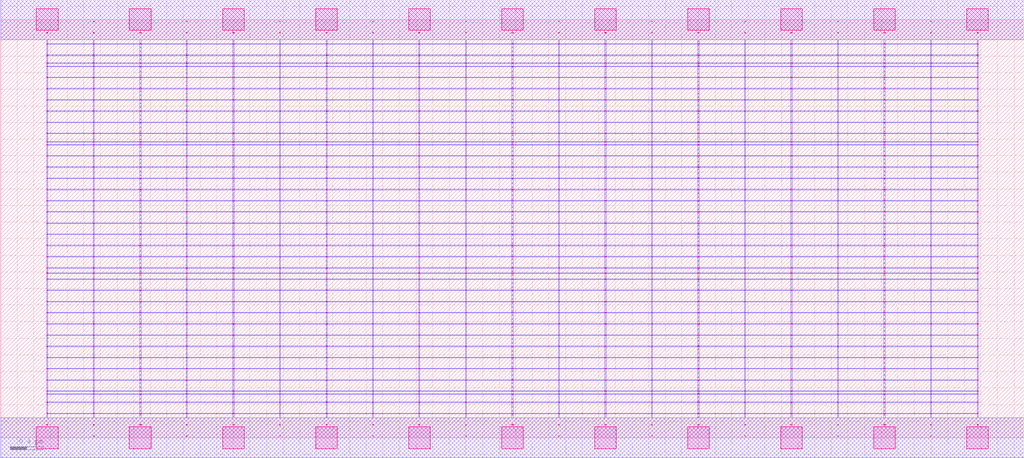
<source format=lef>
MACRO OAAOOAAOI21222_DEBUG
 CLASS CORE ;
 FOREIGN OAAOOAAOI21222_DEBUG 0 0 ;
 SIZE 12.32 BY 5.04 ;
 ORIGIN 0 0 ;
 SYMMETRY X Y R90 ;
 SITE unit ;

 OBS
    LAYER polycont ;
     RECT 6.15100000 2.58300000 6.16900000 2.59100000 ;
     RECT 6.15100000 2.71800000 6.16900000 2.72600000 ;
     RECT 6.15100000 2.85300000 6.16900000 2.86100000 ;
     RECT 6.15100000 2.98800000 6.16900000 2.99600000 ;
     RECT 8.39100000 2.58300000 8.40900000 2.59100000 ;
     RECT 8.95600000 2.58300000 8.96400000 2.59100000 ;
     RECT 9.51100000 2.58300000 9.52900000 2.59100000 ;
     RECT 10.07600000 2.58300000 10.08400000 2.59100000 ;
     RECT 10.63100000 2.58300000 10.64900000 2.59100000 ;
     RECT 11.19600000 2.58300000 11.20400000 2.59100000 ;
     RECT 11.75600000 2.58300000 11.76900000 2.59100000 ;
     RECT 6.71600000 2.58300000 6.72400000 2.59100000 ;
     RECT 6.71600000 2.71800000 6.72400000 2.72600000 ;
     RECT 7.27100000 2.71800000 7.28900000 2.72600000 ;
     RECT 7.83600000 2.71800000 7.84400000 2.72600000 ;
     RECT 8.39100000 2.71800000 8.40900000 2.72600000 ;
     RECT 8.95600000 2.71800000 8.96400000 2.72600000 ;
     RECT 9.51100000 2.71800000 9.52900000 2.72600000 ;
     RECT 10.07600000 2.71800000 10.08400000 2.72600000 ;
     RECT 10.63100000 2.71800000 10.64900000 2.72600000 ;
     RECT 11.19600000 2.71800000 11.20400000 2.72600000 ;
     RECT 11.75600000 2.71800000 11.76900000 2.72600000 ;
     RECT 7.27100000 2.58300000 7.28900000 2.59100000 ;
     RECT 6.71600000 2.85300000 6.72400000 2.86100000 ;
     RECT 7.27100000 2.85300000 7.28900000 2.86100000 ;
     RECT 7.83600000 2.85300000 7.84400000 2.86100000 ;
     RECT 8.39100000 2.85300000 8.40900000 2.86100000 ;
     RECT 8.95600000 2.85300000 8.96400000 2.86100000 ;
     RECT 9.51100000 2.85300000 9.52900000 2.86100000 ;
     RECT 10.07600000 2.85300000 10.08400000 2.86100000 ;
     RECT 10.63100000 2.85300000 10.64900000 2.86100000 ;
     RECT 11.19600000 2.85300000 11.20400000 2.86100000 ;
     RECT 11.75600000 2.85300000 11.76900000 2.86100000 ;
     RECT 7.83600000 2.58300000 7.84400000 2.59100000 ;
     RECT 6.71600000 2.98800000 6.72400000 2.99600000 ;
     RECT 7.27100000 2.98800000 7.28900000 2.99600000 ;
     RECT 7.83600000 2.98800000 7.84400000 2.99600000 ;
     RECT 8.39100000 2.98800000 8.40900000 2.99600000 ;
     RECT 8.95600000 2.98800000 8.96400000 2.99600000 ;
     RECT 9.51100000 2.98800000 9.52900000 2.99600000 ;
     RECT 10.07600000 2.98800000 10.08400000 2.99600000 ;
     RECT 10.63100000 2.98800000 10.64900000 2.99600000 ;
     RECT 11.19600000 2.98800000 11.20400000 2.99600000 ;
     RECT 11.75600000 2.98800000 11.76900000 2.99600000 ;
     RECT 1.67100000 2.85300000 1.68900000 2.86100000 ;
     RECT 2.23600000 2.85300000 2.24400000 2.86100000 ;
     RECT 2.79100000 2.85300000 2.80900000 2.86100000 ;
     RECT 3.35600000 2.85300000 3.36400000 2.86100000 ;
     RECT 3.91600000 2.85300000 3.92900000 2.86100000 ;
     RECT 4.47600000 2.85300000 4.48400000 2.86100000 ;
     RECT 5.03100000 2.85300000 5.04400000 2.86100000 ;
     RECT 5.59600000 2.85300000 5.60400000 2.86100000 ;
     RECT 1.11600000 2.71800000 1.12400000 2.72600000 ;
     RECT 1.67100000 2.71800000 1.68900000 2.72600000 ;
     RECT 2.23600000 2.71800000 2.24400000 2.72600000 ;
     RECT 2.79100000 2.71800000 2.80900000 2.72600000 ;
     RECT 3.35600000 2.71800000 3.36400000 2.72600000 ;
     RECT 3.91600000 2.71800000 3.92900000 2.72600000 ;
     RECT 4.47600000 2.71800000 4.48400000 2.72600000 ;
     RECT 5.03100000 2.71800000 5.04400000 2.72600000 ;
     RECT 5.59600000 2.71800000 5.60400000 2.72600000 ;
     RECT 1.11600000 2.58300000 1.12400000 2.59100000 ;
     RECT 1.67100000 2.58300000 1.68900000 2.59100000 ;
     RECT 0.55100000 2.98800000 0.56400000 2.99600000 ;
     RECT 1.11600000 2.98800000 1.12400000 2.99600000 ;
     RECT 1.67100000 2.98800000 1.68900000 2.99600000 ;
     RECT 2.23600000 2.98800000 2.24400000 2.99600000 ;
     RECT 2.79100000 2.98800000 2.80900000 2.99600000 ;
     RECT 3.35600000 2.98800000 3.36400000 2.99600000 ;
     RECT 3.91600000 2.98800000 3.92900000 2.99600000 ;
     RECT 4.47600000 2.98800000 4.48400000 2.99600000 ;
     RECT 5.03100000 2.98800000 5.04400000 2.99600000 ;
     RECT 5.59600000 2.98800000 5.60400000 2.99600000 ;
     RECT 2.23600000 2.58300000 2.24400000 2.59100000 ;
     RECT 2.79100000 2.58300000 2.80900000 2.59100000 ;
     RECT 3.35600000 2.58300000 3.36400000 2.59100000 ;
     RECT 3.91600000 2.58300000 3.92900000 2.59100000 ;
     RECT 4.47600000 2.58300000 4.48400000 2.59100000 ;
     RECT 5.03100000 2.58300000 5.04400000 2.59100000 ;
     RECT 5.59600000 2.58300000 5.60400000 2.59100000 ;
     RECT 0.55100000 2.58300000 0.56400000 2.59100000 ;
     RECT 0.55100000 2.71800000 0.56400000 2.72600000 ;
     RECT 0.55100000 2.85300000 0.56400000 2.86100000 ;
     RECT 1.11600000 2.85300000 1.12400000 2.86100000 ;
     RECT 4.47600000 3.12300000 4.48400000 3.13100000 ;
     RECT 4.47600000 3.25800000 4.48400000 3.26600000 ;
     RECT 4.47600000 3.39300000 4.48400000 3.40100000 ;
     RECT 4.47600000 3.52800000 4.48400000 3.53600000 ;
     RECT 4.47600000 3.56100000 4.48400000 3.56900000 ;
     RECT 4.47600000 3.66300000 4.48400000 3.67100000 ;
     RECT 4.47600000 3.79800000 4.48400000 3.80600000 ;
     RECT 4.47600000 3.93300000 4.48400000 3.94100000 ;
     RECT 4.47600000 4.06800000 4.48400000 4.07600000 ;
     RECT 4.47600000 4.20300000 4.48400000 4.21100000 ;
     RECT 4.47600000 4.33800000 4.48400000 4.34600000 ;
     RECT 4.47600000 4.47300000 4.48400000 4.48100000 ;
     RECT 4.47600000 4.51100000 4.48400000 4.51900000 ;
     RECT 4.47600000 4.60800000 4.48400000 4.61600000 ;
     RECT 4.47600000 4.74300000 4.48400000 4.75100000 ;
     RECT 4.47600000 4.87800000 4.48400000 4.88600000 ;
     RECT 6.71600000 0.15300000 6.72400000 0.16100000 ;
     RECT 6.71600000 0.28800000 6.72400000 0.29600000 ;
     RECT 6.71600000 0.42300000 6.72400000 0.43100000 ;
     RECT 6.71600000 0.52100000 6.72400000 0.52900000 ;
     RECT 6.71600000 0.55800000 6.72400000 0.56600000 ;
     RECT 6.71600000 0.69300000 6.72400000 0.70100000 ;
     RECT 6.71600000 0.82800000 6.72400000 0.83600000 ;
     RECT 6.71600000 0.96300000 6.72400000 0.97100000 ;
     RECT 6.71600000 1.09800000 6.72400000 1.10600000 ;
     RECT 6.71600000 1.23300000 6.72400000 1.24100000 ;
     RECT 6.71600000 1.36800000 6.72400000 1.37600000 ;
     RECT 6.71600000 1.50300000 6.72400000 1.51100000 ;
     RECT 6.71600000 1.63800000 6.72400000 1.64600000 ;
     RECT 6.71600000 1.77300000 6.72400000 1.78100000 ;
     RECT 6.71600000 1.90800000 6.72400000 1.91600000 ;
     RECT 6.71600000 1.98100000 6.72400000 1.98900000 ;
     RECT 6.71600000 2.04300000 6.72400000 2.05100000 ;
     RECT 6.71600000 2.17800000 6.72400000 2.18600000 ;
     RECT 6.71600000 2.31300000 6.72400000 2.32100000 ;
     RECT 6.71600000 2.44800000 6.72400000 2.45600000 ;

    LAYER pdiffc ;
     RECT 0.55100000 3.39300000 0.55900000 3.40100000 ;
     RECT 3.92100000 3.39300000 3.92900000 3.40100000 ;
     RECT 5.03100000 3.39300000 5.03900000 3.40100000 ;
     RECT 11.76100000 3.39300000 11.76900000 3.40100000 ;
     RECT 0.55100000 3.52800000 0.55900000 3.53600000 ;
     RECT 3.92100000 3.52800000 3.92900000 3.53600000 ;
     RECT 5.03100000 3.52800000 5.03900000 3.53600000 ;
     RECT 11.76100000 3.52800000 11.76900000 3.53600000 ;
     RECT 0.55100000 3.56100000 0.55900000 3.56900000 ;
     RECT 3.92100000 3.56100000 3.92900000 3.56900000 ;
     RECT 5.03100000 3.56100000 5.03900000 3.56900000 ;
     RECT 11.76100000 3.56100000 11.76900000 3.56900000 ;
     RECT 0.55100000 3.66300000 0.55900000 3.67100000 ;
     RECT 3.92100000 3.66300000 3.92900000 3.67100000 ;
     RECT 5.03100000 3.66300000 5.03900000 3.67100000 ;
     RECT 11.76100000 3.66300000 11.76900000 3.67100000 ;
     RECT 0.55100000 3.79800000 0.55900000 3.80600000 ;
     RECT 3.92100000 3.79800000 3.92900000 3.80600000 ;
     RECT 5.03100000 3.79800000 5.03900000 3.80600000 ;
     RECT 11.76100000 3.79800000 11.76900000 3.80600000 ;
     RECT 0.55100000 3.93300000 0.55900000 3.94100000 ;
     RECT 3.92100000 3.93300000 3.92900000 3.94100000 ;
     RECT 5.03100000 3.93300000 5.03900000 3.94100000 ;
     RECT 11.76100000 3.93300000 11.76900000 3.94100000 ;
     RECT 0.55100000 4.06800000 0.55900000 4.07600000 ;
     RECT 3.92100000 4.06800000 3.92900000 4.07600000 ;
     RECT 5.03100000 4.06800000 5.03900000 4.07600000 ;
     RECT 11.76100000 4.06800000 11.76900000 4.07600000 ;
     RECT 0.55100000 4.20300000 0.55900000 4.21100000 ;
     RECT 3.92100000 4.20300000 3.92900000 4.21100000 ;
     RECT 5.03100000 4.20300000 5.03900000 4.21100000 ;
     RECT 11.76100000 4.20300000 11.76900000 4.21100000 ;
     RECT 0.55100000 4.33800000 0.55900000 4.34600000 ;
     RECT 3.92100000 4.33800000 3.92900000 4.34600000 ;
     RECT 5.03100000 4.33800000 5.03900000 4.34600000 ;
     RECT 11.76100000 4.33800000 11.76900000 4.34600000 ;
     RECT 0.55100000 4.47300000 0.55900000 4.48100000 ;
     RECT 3.92100000 4.47300000 3.92900000 4.48100000 ;
     RECT 5.03100000 4.47300000 5.03900000 4.48100000 ;
     RECT 11.76100000 4.47300000 11.76900000 4.48100000 ;
     RECT 0.55100000 4.51100000 0.55900000 4.51900000 ;
     RECT 3.92100000 4.51100000 3.92900000 4.51900000 ;
     RECT 5.03100000 4.51100000 5.03900000 4.51900000 ;
     RECT 11.76100000 4.51100000 11.76900000 4.51900000 ;
     RECT 0.55100000 4.60800000 0.55900000 4.61600000 ;
     RECT 3.92100000 4.60800000 3.92900000 4.61600000 ;
     RECT 5.03100000 4.60800000 5.03900000 4.61600000 ;
     RECT 11.76100000 4.60800000 11.76900000 4.61600000 ;

    LAYER ndiffc ;
     RECT 6.15100000 0.42300000 6.16900000 0.43100000 ;
     RECT 6.15100000 0.52100000 6.16900000 0.52900000 ;
     RECT 6.15100000 0.55800000 6.16900000 0.56600000 ;
     RECT 6.15100000 0.69300000 6.16900000 0.70100000 ;
     RECT 6.15100000 0.82800000 6.16900000 0.83600000 ;
     RECT 6.15100000 0.96300000 6.16900000 0.97100000 ;
     RECT 6.15100000 1.09800000 6.16900000 1.10600000 ;
     RECT 6.15100000 1.23300000 6.16900000 1.24100000 ;
     RECT 6.15100000 1.36800000 6.16900000 1.37600000 ;
     RECT 6.15100000 1.50300000 6.16900000 1.51100000 ;
     RECT 6.15100000 1.63800000 6.16900000 1.64600000 ;
     RECT 6.15100000 1.77300000 6.16900000 1.78100000 ;
     RECT 6.15100000 1.90800000 6.16900000 1.91600000 ;
     RECT 6.15100000 1.98100000 6.16900000 1.98900000 ;
     RECT 6.15100000 2.04300000 6.16900000 2.05100000 ;
     RECT 9.51100000 0.55800000 9.52900000 0.56600000 ;
     RECT 10.63100000 0.55800000 10.64900000 0.56600000 ;
     RECT 11.75600000 0.55800000 11.76900000 0.56600000 ;
     RECT 9.51100000 0.42300000 9.52900000 0.43100000 ;
     RECT 7.27100000 0.69300000 7.28900000 0.70100000 ;
     RECT 8.39100000 0.69300000 8.40900000 0.70100000 ;
     RECT 9.51100000 0.69300000 9.52900000 0.70100000 ;
     RECT 10.63100000 0.69300000 10.64900000 0.70100000 ;
     RECT 11.75600000 0.69300000 11.76900000 0.70100000 ;
     RECT 10.63100000 0.42300000 10.64900000 0.43100000 ;
     RECT 7.27100000 0.82800000 7.28900000 0.83600000 ;
     RECT 8.39100000 0.82800000 8.40900000 0.83600000 ;
     RECT 9.51100000 0.82800000 9.52900000 0.83600000 ;
     RECT 10.63100000 0.82800000 10.64900000 0.83600000 ;
     RECT 11.75600000 0.82800000 11.76900000 0.83600000 ;
     RECT 11.75600000 0.42300000 11.76900000 0.43100000 ;
     RECT 7.27100000 0.96300000 7.28900000 0.97100000 ;
     RECT 8.39100000 0.96300000 8.40900000 0.97100000 ;
     RECT 9.51100000 0.96300000 9.52900000 0.97100000 ;
     RECT 10.63100000 0.96300000 10.64900000 0.97100000 ;
     RECT 11.75600000 0.96300000 11.76900000 0.97100000 ;
     RECT 7.27100000 0.42300000 7.28900000 0.43100000 ;
     RECT 7.27100000 1.09800000 7.28900000 1.10600000 ;
     RECT 8.39100000 1.09800000 8.40900000 1.10600000 ;
     RECT 9.51100000 1.09800000 9.52900000 1.10600000 ;
     RECT 10.63100000 1.09800000 10.64900000 1.10600000 ;
     RECT 11.75600000 1.09800000 11.76900000 1.10600000 ;
     RECT 7.27100000 0.52100000 7.28900000 0.52900000 ;
     RECT 7.27100000 1.23300000 7.28900000 1.24100000 ;
     RECT 8.39100000 1.23300000 8.40900000 1.24100000 ;
     RECT 9.51100000 1.23300000 9.52900000 1.24100000 ;
     RECT 10.63100000 1.23300000 10.64900000 1.24100000 ;
     RECT 11.75600000 1.23300000 11.76900000 1.24100000 ;
     RECT 8.39100000 0.52100000 8.40900000 0.52900000 ;
     RECT 7.27100000 1.36800000 7.28900000 1.37600000 ;
     RECT 8.39100000 1.36800000 8.40900000 1.37600000 ;
     RECT 9.51100000 1.36800000 9.52900000 1.37600000 ;
     RECT 10.63100000 1.36800000 10.64900000 1.37600000 ;
     RECT 11.75600000 1.36800000 11.76900000 1.37600000 ;
     RECT 9.51100000 0.52100000 9.52900000 0.52900000 ;
     RECT 7.27100000 1.50300000 7.28900000 1.51100000 ;
     RECT 8.39100000 1.50300000 8.40900000 1.51100000 ;
     RECT 9.51100000 1.50300000 9.52900000 1.51100000 ;
     RECT 10.63100000 1.50300000 10.64900000 1.51100000 ;
     RECT 11.75600000 1.50300000 11.76900000 1.51100000 ;
     RECT 10.63100000 0.52100000 10.64900000 0.52900000 ;
     RECT 7.27100000 1.63800000 7.28900000 1.64600000 ;
     RECT 8.39100000 1.63800000 8.40900000 1.64600000 ;
     RECT 9.51100000 1.63800000 9.52900000 1.64600000 ;
     RECT 10.63100000 1.63800000 10.64900000 1.64600000 ;
     RECT 11.75600000 1.63800000 11.76900000 1.64600000 ;
     RECT 11.75600000 0.52100000 11.76900000 0.52900000 ;
     RECT 7.27100000 1.77300000 7.28900000 1.78100000 ;
     RECT 8.39100000 1.77300000 8.40900000 1.78100000 ;
     RECT 9.51100000 1.77300000 9.52900000 1.78100000 ;
     RECT 10.63100000 1.77300000 10.64900000 1.78100000 ;
     RECT 11.75600000 1.77300000 11.76900000 1.78100000 ;
     RECT 8.39100000 0.42300000 8.40900000 0.43100000 ;
     RECT 7.27100000 1.90800000 7.28900000 1.91600000 ;
     RECT 8.39100000 1.90800000 8.40900000 1.91600000 ;
     RECT 9.51100000 1.90800000 9.52900000 1.91600000 ;
     RECT 10.63100000 1.90800000 10.64900000 1.91600000 ;
     RECT 11.75600000 1.90800000 11.76900000 1.91600000 ;
     RECT 7.27100000 0.55800000 7.28900000 0.56600000 ;
     RECT 7.27100000 1.98100000 7.28900000 1.98900000 ;
     RECT 8.39100000 1.98100000 8.40900000 1.98900000 ;
     RECT 9.51100000 1.98100000 9.52900000 1.98900000 ;
     RECT 10.63100000 1.98100000 10.64900000 1.98900000 ;
     RECT 11.75600000 1.98100000 11.76900000 1.98900000 ;
     RECT 8.39100000 0.55800000 8.40900000 0.56600000 ;
     RECT 7.27100000 2.04300000 7.28900000 2.05100000 ;
     RECT 8.39100000 2.04300000 8.40900000 2.05100000 ;
     RECT 9.51100000 2.04300000 9.52900000 2.05100000 ;
     RECT 10.63100000 2.04300000 10.64900000 2.05100000 ;
     RECT 11.75600000 2.04300000 11.76900000 2.05100000 ;
     RECT 2.79100000 1.36800000 2.80900000 1.37600000 ;
     RECT 3.91600000 1.36800000 3.92900000 1.37600000 ;
     RECT 5.03100000 1.36800000 5.04400000 1.37600000 ;
     RECT 5.03100000 0.82800000 5.04400000 0.83600000 ;
     RECT 2.79100000 0.55800000 2.80900000 0.56600000 ;
     RECT 3.91600000 0.55800000 3.92900000 0.56600000 ;
     RECT 5.03100000 0.55800000 5.04400000 0.56600000 ;
     RECT 1.67100000 0.52100000 1.68900000 0.52900000 ;
     RECT 2.79100000 0.52100000 2.80900000 0.52900000 ;
     RECT 0.55100000 1.50300000 0.56400000 1.51100000 ;
     RECT 1.67100000 1.50300000 1.68900000 1.51100000 ;
     RECT 2.79100000 1.50300000 2.80900000 1.51100000 ;
     RECT 3.91600000 1.50300000 3.92900000 1.51100000 ;
     RECT 5.03100000 1.50300000 5.04400000 1.51100000 ;
     RECT 3.91600000 0.52100000 3.92900000 0.52900000 ;
     RECT 0.55100000 0.96300000 0.56400000 0.97100000 ;
     RECT 1.67100000 0.96300000 1.68900000 0.97100000 ;
     RECT 2.79100000 0.96300000 2.80900000 0.97100000 ;
     RECT 3.91600000 0.96300000 3.92900000 0.97100000 ;
     RECT 5.03100000 0.96300000 5.04400000 0.97100000 ;
     RECT 0.55100000 1.63800000 0.56400000 1.64600000 ;
     RECT 1.67100000 1.63800000 1.68900000 1.64600000 ;
     RECT 2.79100000 1.63800000 2.80900000 1.64600000 ;
     RECT 3.91600000 1.63800000 3.92900000 1.64600000 ;
     RECT 5.03100000 1.63800000 5.04400000 1.64600000 ;
     RECT 5.03100000 0.52100000 5.04400000 0.52900000 ;
     RECT 1.67100000 0.42300000 1.68900000 0.43100000 ;
     RECT 2.79100000 0.42300000 2.80900000 0.43100000 ;
     RECT 0.55100000 0.69300000 0.56400000 0.70100000 ;
     RECT 1.67100000 0.69300000 1.68900000 0.70100000 ;
     RECT 2.79100000 0.69300000 2.80900000 0.70100000 ;
     RECT 0.55100000 1.77300000 0.56400000 1.78100000 ;
     RECT 1.67100000 1.77300000 1.68900000 1.78100000 ;
     RECT 2.79100000 1.77300000 2.80900000 1.78100000 ;
     RECT 3.91600000 1.77300000 3.92900000 1.78100000 ;
     RECT 5.03100000 1.77300000 5.04400000 1.78100000 ;
     RECT 0.55100000 1.09800000 0.56400000 1.10600000 ;
     RECT 1.67100000 1.09800000 1.68900000 1.10600000 ;
     RECT 2.79100000 1.09800000 2.80900000 1.10600000 ;
     RECT 3.91600000 1.09800000 3.92900000 1.10600000 ;
     RECT 5.03100000 1.09800000 5.04400000 1.10600000 ;
     RECT 3.91600000 0.69300000 3.92900000 0.70100000 ;
     RECT 0.55100000 1.90800000 0.56400000 1.91600000 ;
     RECT 1.67100000 1.90800000 1.68900000 1.91600000 ;
     RECT 2.79100000 1.90800000 2.80900000 1.91600000 ;
     RECT 3.91600000 1.90800000 3.92900000 1.91600000 ;
     RECT 5.03100000 1.90800000 5.04400000 1.91600000 ;
     RECT 5.03100000 0.69300000 5.04400000 0.70100000 ;
     RECT 3.91600000 0.42300000 3.92900000 0.43100000 ;
     RECT 5.03100000 0.42300000 5.04400000 0.43100000 ;
     RECT 0.55100000 0.42300000 0.56400000 0.43100000 ;
     RECT 0.55100000 0.52100000 0.56400000 0.52900000 ;
     RECT 0.55100000 1.23300000 0.56400000 1.24100000 ;
     RECT 0.55100000 1.98100000 0.56400000 1.98900000 ;
     RECT 1.67100000 1.98100000 1.68900000 1.98900000 ;
     RECT 2.79100000 1.98100000 2.80900000 1.98900000 ;
     RECT 3.91600000 1.98100000 3.92900000 1.98900000 ;
     RECT 5.03100000 1.98100000 5.04400000 1.98900000 ;
     RECT 1.67100000 1.23300000 1.68900000 1.24100000 ;
     RECT 2.79100000 1.23300000 2.80900000 1.24100000 ;
     RECT 3.91600000 1.23300000 3.92900000 1.24100000 ;
     RECT 5.03100000 1.23300000 5.04400000 1.24100000 ;
     RECT 0.55100000 0.55800000 0.56400000 0.56600000 ;
     RECT 1.67100000 0.55800000 1.68900000 0.56600000 ;
     RECT 0.55100000 2.04300000 0.56400000 2.05100000 ;
     RECT 1.67100000 2.04300000 1.68900000 2.05100000 ;
     RECT 2.79100000 2.04300000 2.80900000 2.05100000 ;
     RECT 3.91600000 2.04300000 3.92900000 2.05100000 ;
     RECT 5.03100000 2.04300000 5.04400000 2.05100000 ;
     RECT 0.55100000 0.82800000 0.56400000 0.83600000 ;
     RECT 1.67100000 0.82800000 1.68900000 0.83600000 ;
     RECT 2.79100000 0.82800000 2.80900000 0.83600000 ;
     RECT 3.91600000 0.82800000 3.92900000 0.83600000 ;
     RECT 0.55100000 1.36800000 0.56400000 1.37600000 ;
     RECT 1.67100000 1.36800000 1.68900000 1.37600000 ;

    LAYER met1 ;
     RECT 0.00000000 -0.24000000 12.32000000 0.24000000 ;
     RECT 6.15100000 0.24000000 6.16900000 0.28800000 ;
     RECT 0.55100000 0.28800000 11.76900000 0.29600000 ;
     RECT 6.15100000 0.29600000 6.16900000 0.42300000 ;
     RECT 0.55100000 0.42300000 11.76900000 0.43100000 ;
     RECT 6.15100000 0.43100000 6.16900000 0.52100000 ;
     RECT 0.55100000 0.52100000 11.76900000 0.52900000 ;
     RECT 6.15100000 0.52900000 6.16900000 0.55800000 ;
     RECT 0.55100000 0.55800000 11.76900000 0.56600000 ;
     RECT 6.15100000 0.56600000 6.16900000 0.69300000 ;
     RECT 0.55100000 0.69300000 11.76900000 0.70100000 ;
     RECT 6.15100000 0.70100000 6.16900000 0.82800000 ;
     RECT 0.55100000 0.82800000 11.76900000 0.83600000 ;
     RECT 6.15100000 0.83600000 6.16900000 0.96300000 ;
     RECT 0.55100000 0.96300000 11.76900000 0.97100000 ;
     RECT 6.15100000 0.97100000 6.16900000 1.09800000 ;
     RECT 0.55100000 1.09800000 11.76900000 1.10600000 ;
     RECT 6.15100000 1.10600000 6.16900000 1.23300000 ;
     RECT 0.55100000 1.23300000 11.76900000 1.24100000 ;
     RECT 6.15100000 1.24100000 6.16900000 1.36800000 ;
     RECT 0.55100000 1.36800000 11.76900000 1.37600000 ;
     RECT 6.15100000 1.37600000 6.16900000 1.50300000 ;
     RECT 0.55100000 1.50300000 11.76900000 1.51100000 ;
     RECT 6.15100000 1.51100000 6.16900000 1.63800000 ;
     RECT 0.55100000 1.63800000 11.76900000 1.64600000 ;
     RECT 6.15100000 1.64600000 6.16900000 1.77300000 ;
     RECT 0.55100000 1.77300000 11.76900000 1.78100000 ;
     RECT 6.15100000 1.78100000 6.16900000 1.90800000 ;
     RECT 0.55100000 1.90800000 11.76900000 1.91600000 ;
     RECT 6.15100000 1.91600000 6.16900000 1.98100000 ;
     RECT 0.55100000 1.98100000 11.76900000 1.98900000 ;
     RECT 6.15100000 1.98900000 6.16900000 2.04300000 ;
     RECT 0.55100000 2.04300000 11.76900000 2.05100000 ;
     RECT 6.15100000 2.05100000 6.16900000 2.17800000 ;
     RECT 0.55100000 2.17800000 11.76900000 2.18600000 ;
     RECT 6.15100000 2.18600000 6.16900000 2.31300000 ;
     RECT 0.55100000 2.31300000 11.76900000 2.32100000 ;
     RECT 6.15100000 2.32100000 6.16900000 2.44800000 ;
     RECT 0.55100000 2.44800000 11.76900000 2.45600000 ;
     RECT 0.55100000 2.45600000 0.56400000 2.58300000 ;
     RECT 1.11600000 2.45600000 1.12400000 2.58300000 ;
     RECT 1.67100000 2.45600000 1.68900000 2.58300000 ;
     RECT 2.23600000 2.45600000 2.24400000 2.58300000 ;
     RECT 2.79100000 2.45600000 2.80900000 2.58300000 ;
     RECT 3.35600000 2.45600000 3.36400000 2.58300000 ;
     RECT 3.91600000 2.45600000 3.92900000 2.58300000 ;
     RECT 4.47600000 2.45600000 4.48400000 2.58300000 ;
     RECT 5.03100000 2.45600000 5.04400000 2.58300000 ;
     RECT 5.59600000 2.45600000 5.60400000 2.58300000 ;
     RECT 6.15100000 2.45600000 6.16900000 2.58300000 ;
     RECT 6.71600000 2.45600000 6.72400000 2.58300000 ;
     RECT 7.27100000 2.45600000 7.28900000 2.58300000 ;
     RECT 7.83600000 2.45600000 7.84400000 2.58300000 ;
     RECT 8.39100000 2.45600000 8.40900000 2.58300000 ;
     RECT 8.95600000 2.45600000 8.96400000 2.58300000 ;
     RECT 9.51100000 2.45600000 9.52900000 2.58300000 ;
     RECT 10.07600000 2.45600000 10.08400000 2.58300000 ;
     RECT 10.63100000 2.45600000 10.64900000 2.58300000 ;
     RECT 11.19600000 2.45600000 11.20400000 2.58300000 ;
     RECT 11.75600000 2.45600000 11.76900000 2.58300000 ;
     RECT 0.55100000 2.58300000 11.76900000 2.59100000 ;
     RECT 6.15100000 2.59100000 6.16900000 2.71800000 ;
     RECT 0.55100000 2.71800000 11.76900000 2.72600000 ;
     RECT 6.15100000 2.72600000 6.16900000 2.85300000 ;
     RECT 0.55100000 2.85300000 11.76900000 2.86100000 ;
     RECT 6.15100000 2.86100000 6.16900000 2.98800000 ;
     RECT 0.55100000 2.98800000 11.76900000 2.99600000 ;
     RECT 6.15100000 2.99600000 6.16900000 3.12300000 ;
     RECT 0.55100000 3.12300000 11.76900000 3.13100000 ;
     RECT 6.15100000 3.13100000 6.16900000 3.25800000 ;
     RECT 0.55100000 3.25800000 11.76900000 3.26600000 ;
     RECT 6.15100000 3.26600000 6.16900000 3.39300000 ;
     RECT 0.55100000 3.39300000 11.76900000 3.40100000 ;
     RECT 6.15100000 3.40100000 6.16900000 3.52800000 ;
     RECT 0.55100000 3.52800000 11.76900000 3.53600000 ;
     RECT 6.15100000 3.53600000 6.16900000 3.56100000 ;
     RECT 0.55100000 3.56100000 11.76900000 3.56900000 ;
     RECT 6.15100000 3.56900000 6.16900000 3.66300000 ;
     RECT 0.55100000 3.66300000 11.76900000 3.67100000 ;
     RECT 6.15100000 3.67100000 6.16900000 3.79800000 ;
     RECT 0.55100000 3.79800000 11.76900000 3.80600000 ;
     RECT 6.15100000 3.80600000 6.16900000 3.93300000 ;
     RECT 0.55100000 3.93300000 11.76900000 3.94100000 ;
     RECT 6.15100000 3.94100000 6.16900000 4.06800000 ;
     RECT 0.55100000 4.06800000 11.76900000 4.07600000 ;
     RECT 6.15100000 4.07600000 6.16900000 4.20300000 ;
     RECT 0.55100000 4.20300000 11.76900000 4.21100000 ;
     RECT 6.15100000 4.21100000 6.16900000 4.33800000 ;
     RECT 0.55100000 4.33800000 11.76900000 4.34600000 ;
     RECT 6.15100000 4.34600000 6.16900000 4.47300000 ;
     RECT 0.55100000 4.47300000 11.76900000 4.48100000 ;
     RECT 6.15100000 4.48100000 6.16900000 4.51100000 ;
     RECT 0.55100000 4.51100000 11.76900000 4.51900000 ;
     RECT 6.15100000 4.51900000 6.16900000 4.60800000 ;
     RECT 0.55100000 4.60800000 11.76900000 4.61600000 ;
     RECT 6.15100000 4.61600000 6.16900000 4.74300000 ;
     RECT 0.55100000 4.74300000 11.76900000 4.75100000 ;
     RECT 6.15100000 4.75100000 6.16900000 4.80000000 ;
     RECT 0.00000000 4.80000000 12.32000000 5.28000000 ;
     RECT 6.71600000 3.80600000 6.72400000 3.93300000 ;
     RECT 7.27100000 3.80600000 7.28900000 3.93300000 ;
     RECT 7.83600000 3.80600000 7.84400000 3.93300000 ;
     RECT 8.39100000 3.80600000 8.40900000 3.93300000 ;
     RECT 8.95600000 3.80600000 8.96400000 3.93300000 ;
     RECT 9.51100000 3.80600000 9.52900000 3.93300000 ;
     RECT 10.07600000 3.80600000 10.08400000 3.93300000 ;
     RECT 10.63100000 3.80600000 10.64900000 3.93300000 ;
     RECT 11.19600000 3.80600000 11.20400000 3.93300000 ;
     RECT 11.75600000 3.80600000 11.76900000 3.93300000 ;
     RECT 9.51100000 3.94100000 9.52900000 4.06800000 ;
     RECT 10.07600000 3.94100000 10.08400000 4.06800000 ;
     RECT 10.63100000 3.94100000 10.64900000 4.06800000 ;
     RECT 11.19600000 3.94100000 11.20400000 4.06800000 ;
     RECT 11.75600000 3.94100000 11.76900000 4.06800000 ;
     RECT 9.51100000 4.07600000 9.52900000 4.20300000 ;
     RECT 10.07600000 4.07600000 10.08400000 4.20300000 ;
     RECT 10.63100000 4.07600000 10.64900000 4.20300000 ;
     RECT 11.19600000 4.07600000 11.20400000 4.20300000 ;
     RECT 11.75600000 4.07600000 11.76900000 4.20300000 ;
     RECT 9.51100000 4.21100000 9.52900000 4.33800000 ;
     RECT 10.07600000 4.21100000 10.08400000 4.33800000 ;
     RECT 10.63100000 4.21100000 10.64900000 4.33800000 ;
     RECT 11.19600000 4.21100000 11.20400000 4.33800000 ;
     RECT 11.75600000 4.21100000 11.76900000 4.33800000 ;
     RECT 9.51100000 4.34600000 9.52900000 4.47300000 ;
     RECT 10.07600000 4.34600000 10.08400000 4.47300000 ;
     RECT 10.63100000 4.34600000 10.64900000 4.47300000 ;
     RECT 11.19600000 4.34600000 11.20400000 4.47300000 ;
     RECT 11.75600000 4.34600000 11.76900000 4.47300000 ;
     RECT 9.51100000 4.48100000 9.52900000 4.51100000 ;
     RECT 10.07600000 4.48100000 10.08400000 4.51100000 ;
     RECT 10.63100000 4.48100000 10.64900000 4.51100000 ;
     RECT 11.19600000 4.48100000 11.20400000 4.51100000 ;
     RECT 11.75600000 4.48100000 11.76900000 4.51100000 ;
     RECT 9.51100000 4.51900000 9.52900000 4.60800000 ;
     RECT 10.07600000 4.51900000 10.08400000 4.60800000 ;
     RECT 10.63100000 4.51900000 10.64900000 4.60800000 ;
     RECT 11.19600000 4.51900000 11.20400000 4.60800000 ;
     RECT 11.75600000 4.51900000 11.76900000 4.60800000 ;
     RECT 9.51100000 4.61600000 9.52900000 4.74300000 ;
     RECT 10.07600000 4.61600000 10.08400000 4.74300000 ;
     RECT 10.63100000 4.61600000 10.64900000 4.74300000 ;
     RECT 11.19600000 4.61600000 11.20400000 4.74300000 ;
     RECT 11.75600000 4.61600000 11.76900000 4.74300000 ;
     RECT 9.51100000 4.75100000 9.52900000 4.80000000 ;
     RECT 10.07600000 4.75100000 10.08400000 4.80000000 ;
     RECT 10.63100000 4.75100000 10.64900000 4.80000000 ;
     RECT 11.19600000 4.75100000 11.20400000 4.80000000 ;
     RECT 11.75600000 4.75100000 11.76900000 4.80000000 ;
     RECT 6.71600000 4.48100000 6.72400000 4.51100000 ;
     RECT 7.27100000 4.48100000 7.28900000 4.51100000 ;
     RECT 7.83600000 4.48100000 7.84400000 4.51100000 ;
     RECT 8.39100000 4.48100000 8.40900000 4.51100000 ;
     RECT 8.95600000 4.48100000 8.96400000 4.51100000 ;
     RECT 6.71600000 4.21100000 6.72400000 4.33800000 ;
     RECT 7.27100000 4.21100000 7.28900000 4.33800000 ;
     RECT 7.83600000 4.21100000 7.84400000 4.33800000 ;
     RECT 8.39100000 4.21100000 8.40900000 4.33800000 ;
     RECT 8.95600000 4.21100000 8.96400000 4.33800000 ;
     RECT 6.71600000 4.51900000 6.72400000 4.60800000 ;
     RECT 7.27100000 4.51900000 7.28900000 4.60800000 ;
     RECT 7.83600000 4.51900000 7.84400000 4.60800000 ;
     RECT 8.39100000 4.51900000 8.40900000 4.60800000 ;
     RECT 8.95600000 4.51900000 8.96400000 4.60800000 ;
     RECT 6.71600000 4.07600000 6.72400000 4.20300000 ;
     RECT 7.27100000 4.07600000 7.28900000 4.20300000 ;
     RECT 7.83600000 4.07600000 7.84400000 4.20300000 ;
     RECT 8.39100000 4.07600000 8.40900000 4.20300000 ;
     RECT 8.95600000 4.07600000 8.96400000 4.20300000 ;
     RECT 6.71600000 4.61600000 6.72400000 4.74300000 ;
     RECT 7.27100000 4.61600000 7.28900000 4.74300000 ;
     RECT 7.83600000 4.61600000 7.84400000 4.74300000 ;
     RECT 8.39100000 4.61600000 8.40900000 4.74300000 ;
     RECT 8.95600000 4.61600000 8.96400000 4.74300000 ;
     RECT 6.71600000 4.34600000 6.72400000 4.47300000 ;
     RECT 7.27100000 4.34600000 7.28900000 4.47300000 ;
     RECT 7.83600000 4.34600000 7.84400000 4.47300000 ;
     RECT 8.39100000 4.34600000 8.40900000 4.47300000 ;
     RECT 8.95600000 4.34600000 8.96400000 4.47300000 ;
     RECT 6.71600000 4.75100000 6.72400000 4.80000000 ;
     RECT 7.27100000 4.75100000 7.28900000 4.80000000 ;
     RECT 7.83600000 4.75100000 7.84400000 4.80000000 ;
     RECT 8.39100000 4.75100000 8.40900000 4.80000000 ;
     RECT 8.95600000 4.75100000 8.96400000 4.80000000 ;
     RECT 6.71600000 3.94100000 6.72400000 4.06800000 ;
     RECT 7.27100000 3.94100000 7.28900000 4.06800000 ;
     RECT 7.83600000 3.94100000 7.84400000 4.06800000 ;
     RECT 8.39100000 3.94100000 8.40900000 4.06800000 ;
     RECT 8.95600000 3.94100000 8.96400000 4.06800000 ;
     RECT 8.39100000 2.99600000 8.40900000 3.12300000 ;
     RECT 8.95600000 2.99600000 8.96400000 3.12300000 ;
     RECT 6.71600000 3.13100000 6.72400000 3.25800000 ;
     RECT 7.27100000 3.13100000 7.28900000 3.25800000 ;
     RECT 7.83600000 3.13100000 7.84400000 3.25800000 ;
     RECT 8.39100000 3.13100000 8.40900000 3.25800000 ;
     RECT 8.95600000 3.13100000 8.96400000 3.25800000 ;
     RECT 8.95600000 2.86100000 8.96400000 2.98800000 ;
     RECT 6.71600000 3.26600000 6.72400000 3.39300000 ;
     RECT 7.27100000 3.26600000 7.28900000 3.39300000 ;
     RECT 7.83600000 3.26600000 7.84400000 3.39300000 ;
     RECT 8.39100000 3.26600000 8.40900000 3.39300000 ;
     RECT 8.95600000 3.26600000 8.96400000 3.39300000 ;
     RECT 6.71600000 2.59100000 6.72400000 2.71800000 ;
     RECT 7.27100000 2.59100000 7.28900000 2.71800000 ;
     RECT 6.71600000 3.40100000 6.72400000 3.52800000 ;
     RECT 7.27100000 3.40100000 7.28900000 3.52800000 ;
     RECT 7.83600000 3.40100000 7.84400000 3.52800000 ;
     RECT 8.39100000 3.40100000 8.40900000 3.52800000 ;
     RECT 7.83600000 2.59100000 7.84400000 2.71800000 ;
     RECT 8.39100000 2.59100000 8.40900000 2.71800000 ;
     RECT 8.95600000 3.40100000 8.96400000 3.52800000 ;
     RECT 6.71600000 2.72600000 6.72400000 2.85300000 ;
     RECT 7.27100000 2.72600000 7.28900000 2.85300000 ;
     RECT 6.71600000 3.53600000 6.72400000 3.56100000 ;
     RECT 7.27100000 3.53600000 7.28900000 3.56100000 ;
     RECT 7.83600000 3.53600000 7.84400000 3.56100000 ;
     RECT 8.39100000 3.53600000 8.40900000 3.56100000 ;
     RECT 8.95600000 3.53600000 8.96400000 3.56100000 ;
     RECT 7.83600000 2.72600000 7.84400000 2.85300000 ;
     RECT 8.39100000 2.72600000 8.40900000 2.85300000 ;
     RECT 6.71600000 2.86100000 6.72400000 2.98800000 ;
     RECT 7.27100000 2.86100000 7.28900000 2.98800000 ;
     RECT 6.71600000 3.56900000 6.72400000 3.66300000 ;
     RECT 7.27100000 3.56900000 7.28900000 3.66300000 ;
     RECT 7.83600000 3.56900000 7.84400000 3.66300000 ;
     RECT 8.39100000 3.56900000 8.40900000 3.66300000 ;
     RECT 8.95600000 3.56900000 8.96400000 3.66300000 ;
     RECT 8.95600000 2.59100000 8.96400000 2.71800000 ;
     RECT 8.95600000 2.72600000 8.96400000 2.85300000 ;
     RECT 6.71600000 3.67100000 6.72400000 3.79800000 ;
     RECT 7.27100000 3.67100000 7.28900000 3.79800000 ;
     RECT 7.83600000 3.67100000 7.84400000 3.79800000 ;
     RECT 8.39100000 3.67100000 8.40900000 3.79800000 ;
     RECT 7.83600000 2.86100000 7.84400000 2.98800000 ;
     RECT 8.39100000 2.86100000 8.40900000 2.98800000 ;
     RECT 8.95600000 3.67100000 8.96400000 3.79800000 ;
     RECT 7.27100000 2.99600000 7.28900000 3.12300000 ;
     RECT 7.83600000 2.99600000 7.84400000 3.12300000 ;
     RECT 6.71600000 2.99600000 6.72400000 3.12300000 ;
     RECT 9.51100000 3.53600000 9.52900000 3.56100000 ;
     RECT 10.07600000 3.53600000 10.08400000 3.56100000 ;
     RECT 9.51100000 2.86100000 9.52900000 2.98800000 ;
     RECT 10.63100000 3.53600000 10.64900000 3.56100000 ;
     RECT 11.19600000 3.53600000 11.20400000 3.56100000 ;
     RECT 11.75600000 3.53600000 11.76900000 3.56100000 ;
     RECT 9.51100000 3.26600000 9.52900000 3.39300000 ;
     RECT 10.07600000 3.26600000 10.08400000 3.39300000 ;
     RECT 10.63100000 3.26600000 10.64900000 3.39300000 ;
     RECT 11.19600000 3.26600000 11.20400000 3.39300000 ;
     RECT 11.75600000 3.26600000 11.76900000 3.39300000 ;
     RECT 11.19600000 2.99600000 11.20400000 3.12300000 ;
     RECT 11.75600000 2.99600000 11.76900000 3.12300000 ;
     RECT 10.07600000 2.86100000 10.08400000 2.98800000 ;
     RECT 10.63100000 2.86100000 10.64900000 2.98800000 ;
     RECT 9.51100000 3.56900000 9.52900000 3.66300000 ;
     RECT 10.07600000 3.56900000 10.08400000 3.66300000 ;
     RECT 10.63100000 3.56900000 10.64900000 3.66300000 ;
     RECT 11.19600000 3.56900000 11.20400000 3.66300000 ;
     RECT 11.75600000 3.56900000 11.76900000 3.66300000 ;
     RECT 9.51100000 3.13100000 9.52900000 3.25800000 ;
     RECT 9.51100000 2.72600000 9.52900000 2.85300000 ;
     RECT 10.07600000 3.13100000 10.08400000 3.25800000 ;
     RECT 10.63100000 3.13100000 10.64900000 3.25800000 ;
     RECT 11.19600000 3.13100000 11.20400000 3.25800000 ;
     RECT 11.19600000 2.86100000 11.20400000 2.98800000 ;
     RECT 11.75600000 2.86100000 11.76900000 2.98800000 ;
     RECT 11.75600000 3.13100000 11.76900000 3.25800000 ;
     RECT 9.51100000 3.40100000 9.52900000 3.52800000 ;
     RECT 9.51100000 3.67100000 9.52900000 3.79800000 ;
     RECT 10.07600000 3.67100000 10.08400000 3.79800000 ;
     RECT 10.63100000 3.67100000 10.64900000 3.79800000 ;
     RECT 11.19600000 3.67100000 11.20400000 3.79800000 ;
     RECT 11.75600000 3.67100000 11.76900000 3.79800000 ;
     RECT 10.07600000 2.72600000 10.08400000 2.85300000 ;
     RECT 10.63100000 2.72600000 10.64900000 2.85300000 ;
     RECT 10.07600000 3.40100000 10.08400000 3.52800000 ;
     RECT 10.63100000 3.40100000 10.64900000 3.52800000 ;
     RECT 9.51100000 2.59100000 9.52900000 2.71800000 ;
     RECT 11.19600000 3.40100000 11.20400000 3.52800000 ;
     RECT 11.75600000 3.40100000 11.76900000 3.52800000 ;
     RECT 11.19600000 2.59100000 11.20400000 2.71800000 ;
     RECT 11.75600000 2.59100000 11.76900000 2.71800000 ;
     RECT 10.07600000 2.59100000 10.08400000 2.71800000 ;
     RECT 10.63100000 2.59100000 10.64900000 2.71800000 ;
     RECT 9.51100000 2.99600000 9.52900000 3.12300000 ;
     RECT 10.07600000 2.99600000 10.08400000 3.12300000 ;
     RECT 11.19600000 2.72600000 11.20400000 2.85300000 ;
     RECT 11.75600000 2.72600000 11.76900000 2.85300000 ;
     RECT 10.63100000 2.99600000 10.64900000 3.12300000 ;
     RECT 5.03100000 3.80600000 5.04400000 3.93300000 ;
     RECT 5.59600000 3.80600000 5.60400000 3.93300000 ;
     RECT 0.55100000 3.80600000 0.56400000 3.93300000 ;
     RECT 1.11600000 3.80600000 1.12400000 3.93300000 ;
     RECT 1.67100000 3.80600000 1.68900000 3.93300000 ;
     RECT 2.23600000 3.80600000 2.24400000 3.93300000 ;
     RECT 2.79100000 3.80600000 2.80900000 3.93300000 ;
     RECT 3.35600000 3.80600000 3.36400000 3.93300000 ;
     RECT 3.91600000 3.80600000 3.92900000 3.93300000 ;
     RECT 4.47600000 3.80600000 4.48400000 3.93300000 ;
     RECT 5.03100000 4.07600000 5.04400000 4.20300000 ;
     RECT 5.59600000 4.07600000 5.60400000 4.20300000 ;
     RECT 3.35600000 4.21100000 3.36400000 4.33800000 ;
     RECT 3.91600000 4.21100000 3.92900000 4.33800000 ;
     RECT 4.47600000 4.21100000 4.48400000 4.33800000 ;
     RECT 5.03100000 4.21100000 5.04400000 4.33800000 ;
     RECT 5.59600000 4.21100000 5.60400000 4.33800000 ;
     RECT 3.35600000 4.34600000 3.36400000 4.47300000 ;
     RECT 3.91600000 4.34600000 3.92900000 4.47300000 ;
     RECT 4.47600000 4.34600000 4.48400000 4.47300000 ;
     RECT 5.03100000 4.34600000 5.04400000 4.47300000 ;
     RECT 5.59600000 4.34600000 5.60400000 4.47300000 ;
     RECT 3.35600000 4.48100000 3.36400000 4.51100000 ;
     RECT 3.91600000 4.48100000 3.92900000 4.51100000 ;
     RECT 4.47600000 4.48100000 4.48400000 4.51100000 ;
     RECT 5.03100000 4.48100000 5.04400000 4.51100000 ;
     RECT 5.59600000 4.48100000 5.60400000 4.51100000 ;
     RECT 3.35600000 4.51900000 3.36400000 4.60800000 ;
     RECT 3.91600000 4.51900000 3.92900000 4.60800000 ;
     RECT 4.47600000 4.51900000 4.48400000 4.60800000 ;
     RECT 5.03100000 4.51900000 5.04400000 4.60800000 ;
     RECT 5.59600000 4.51900000 5.60400000 4.60800000 ;
     RECT 3.35600000 4.61600000 3.36400000 4.74300000 ;
     RECT 3.91600000 4.61600000 3.92900000 4.74300000 ;
     RECT 4.47600000 4.61600000 4.48400000 4.74300000 ;
     RECT 5.03100000 4.61600000 5.04400000 4.74300000 ;
     RECT 5.59600000 4.61600000 5.60400000 4.74300000 ;
     RECT 3.35600000 4.75100000 3.36400000 4.80000000 ;
     RECT 3.91600000 4.75100000 3.92900000 4.80000000 ;
     RECT 4.47600000 4.75100000 4.48400000 4.80000000 ;
     RECT 5.03100000 4.75100000 5.04400000 4.80000000 ;
     RECT 5.59600000 4.75100000 5.60400000 4.80000000 ;
     RECT 3.35600000 3.94100000 3.36400000 4.06800000 ;
     RECT 3.91600000 3.94100000 3.92900000 4.06800000 ;
     RECT 4.47600000 3.94100000 4.48400000 4.06800000 ;
     RECT 5.03100000 3.94100000 5.04400000 4.06800000 ;
     RECT 5.59600000 3.94100000 5.60400000 4.06800000 ;
     RECT 3.35600000 4.07600000 3.36400000 4.20300000 ;
     RECT 3.91600000 4.07600000 3.92900000 4.20300000 ;
     RECT 4.47600000 4.07600000 4.48400000 4.20300000 ;
     RECT 2.23600000 4.21100000 2.24400000 4.33800000 ;
     RECT 2.79100000 4.21100000 2.80900000 4.33800000 ;
     RECT 0.55100000 4.51900000 0.56400000 4.60800000 ;
     RECT 1.11600000 4.51900000 1.12400000 4.60800000 ;
     RECT 1.67100000 4.51900000 1.68900000 4.60800000 ;
     RECT 2.23600000 4.51900000 2.24400000 4.60800000 ;
     RECT 2.79100000 4.51900000 2.80900000 4.60800000 ;
     RECT 0.55100000 4.07600000 0.56400000 4.20300000 ;
     RECT 1.11600000 4.07600000 1.12400000 4.20300000 ;
     RECT 1.67100000 4.07600000 1.68900000 4.20300000 ;
     RECT 2.23600000 4.07600000 2.24400000 4.20300000 ;
     RECT 2.79100000 4.07600000 2.80900000 4.20300000 ;
     RECT 0.55100000 4.61600000 0.56400000 4.74300000 ;
     RECT 1.11600000 4.61600000 1.12400000 4.74300000 ;
     RECT 1.67100000 4.61600000 1.68900000 4.74300000 ;
     RECT 2.23600000 4.61600000 2.24400000 4.74300000 ;
     RECT 2.79100000 4.61600000 2.80900000 4.74300000 ;
     RECT 0.55100000 4.34600000 0.56400000 4.47300000 ;
     RECT 1.11600000 4.34600000 1.12400000 4.47300000 ;
     RECT 1.67100000 4.34600000 1.68900000 4.47300000 ;
     RECT 2.23600000 4.34600000 2.24400000 4.47300000 ;
     RECT 2.79100000 4.34600000 2.80900000 4.47300000 ;
     RECT 0.55100000 4.75100000 0.56400000 4.80000000 ;
     RECT 1.11600000 4.75100000 1.12400000 4.80000000 ;
     RECT 1.67100000 4.75100000 1.68900000 4.80000000 ;
     RECT 2.23600000 4.75100000 2.24400000 4.80000000 ;
     RECT 2.79100000 4.75100000 2.80900000 4.80000000 ;
     RECT 0.55100000 3.94100000 0.56400000 4.06800000 ;
     RECT 1.11600000 3.94100000 1.12400000 4.06800000 ;
     RECT 1.67100000 3.94100000 1.68900000 4.06800000 ;
     RECT 2.23600000 3.94100000 2.24400000 4.06800000 ;
     RECT 2.79100000 3.94100000 2.80900000 4.06800000 ;
     RECT 0.55100000 4.48100000 0.56400000 4.51100000 ;
     RECT 1.11600000 4.48100000 1.12400000 4.51100000 ;
     RECT 1.67100000 4.48100000 1.68900000 4.51100000 ;
     RECT 2.23600000 4.48100000 2.24400000 4.51100000 ;
     RECT 2.79100000 4.48100000 2.80900000 4.51100000 ;
     RECT 0.55100000 4.21100000 0.56400000 4.33800000 ;
     RECT 1.11600000 4.21100000 1.12400000 4.33800000 ;
     RECT 1.67100000 4.21100000 1.68900000 4.33800000 ;
     RECT 2.79100000 3.53600000 2.80900000 3.56100000 ;
     RECT 0.55100000 2.86100000 0.56400000 2.98800000 ;
     RECT 1.11600000 2.86100000 1.12400000 2.98800000 ;
     RECT 1.67100000 2.86100000 1.68900000 2.98800000 ;
     RECT 2.23600000 2.86100000 2.24400000 2.98800000 ;
     RECT 2.23600000 2.59100000 2.24400000 2.71800000 ;
     RECT 0.55100000 3.40100000 0.56400000 3.52800000 ;
     RECT 1.11600000 3.40100000 1.12400000 3.52800000 ;
     RECT 0.55100000 2.59100000 0.56400000 2.71800000 ;
     RECT 1.67100000 2.72600000 1.68900000 2.85300000 ;
     RECT 2.23600000 2.72600000 2.24400000 2.85300000 ;
     RECT 2.79100000 2.72600000 2.80900000 2.85300000 ;
     RECT 0.55100000 3.67100000 0.56400000 3.79800000 ;
     RECT 1.11600000 3.67100000 1.12400000 3.79800000 ;
     RECT 1.67100000 3.67100000 1.68900000 3.79800000 ;
     RECT 2.23600000 3.67100000 2.24400000 3.79800000 ;
     RECT 2.79100000 3.67100000 2.80900000 3.79800000 ;
     RECT 1.11600000 2.59100000 1.12400000 2.71800000 ;
     RECT 0.55100000 2.72600000 0.56400000 2.85300000 ;
     RECT 1.11600000 2.72600000 1.12400000 2.85300000 ;
     RECT 0.55100000 3.53600000 0.56400000 3.56100000 ;
     RECT 1.11600000 3.53600000 1.12400000 3.56100000 ;
     RECT 1.67100000 3.40100000 1.68900000 3.52800000 ;
     RECT 0.55100000 3.13100000 0.56400000 3.25800000 ;
     RECT 1.11600000 3.13100000 1.12400000 3.25800000 ;
     RECT 1.67100000 3.13100000 1.68900000 3.25800000 ;
     RECT 2.23600000 3.13100000 2.24400000 3.25800000 ;
     RECT 0.55100000 3.26600000 0.56400000 3.39300000 ;
     RECT 1.11600000 3.26600000 1.12400000 3.39300000 ;
     RECT 1.67100000 3.26600000 1.68900000 3.39300000 ;
     RECT 2.23600000 3.26600000 2.24400000 3.39300000 ;
     RECT 2.79100000 3.26600000 2.80900000 3.39300000 ;
     RECT 2.79100000 3.13100000 2.80900000 3.25800000 ;
     RECT 0.55100000 3.56900000 0.56400000 3.66300000 ;
     RECT 1.11600000 3.56900000 1.12400000 3.66300000 ;
     RECT 1.67100000 3.56900000 1.68900000 3.66300000 ;
     RECT 2.23600000 3.56900000 2.24400000 3.66300000 ;
     RECT 2.23600000 3.40100000 2.24400000 3.52800000 ;
     RECT 2.79100000 3.40100000 2.80900000 3.52800000 ;
     RECT 2.79100000 2.59100000 2.80900000 2.71800000 ;
     RECT 0.55100000 2.99600000 0.56400000 3.12300000 ;
     RECT 1.11600000 2.99600000 1.12400000 3.12300000 ;
     RECT 1.67100000 2.99600000 1.68900000 3.12300000 ;
     RECT 2.23600000 2.99600000 2.24400000 3.12300000 ;
     RECT 2.79100000 2.99600000 2.80900000 3.12300000 ;
     RECT 1.67100000 2.59100000 1.68900000 2.71800000 ;
     RECT 1.67100000 3.53600000 1.68900000 3.56100000 ;
     RECT 2.79100000 3.56900000 2.80900000 3.66300000 ;
     RECT 2.79100000 2.86100000 2.80900000 2.98800000 ;
     RECT 2.23600000 3.53600000 2.24400000 3.56100000 ;
     RECT 5.59600000 2.72600000 5.60400000 2.85300000 ;
     RECT 5.03100000 2.72600000 5.04400000 2.85300000 ;
     RECT 3.35600000 3.40100000 3.36400000 3.52800000 ;
     RECT 3.91600000 3.40100000 3.92900000 3.52800000 ;
     RECT 4.47600000 3.40100000 4.48400000 3.52800000 ;
     RECT 3.35600000 3.67100000 3.36400000 3.79800000 ;
     RECT 5.03100000 3.40100000 5.04400000 3.52800000 ;
     RECT 5.59600000 3.40100000 5.60400000 3.52800000 ;
     RECT 3.91600000 2.99600000 3.92900000 3.12300000 ;
     RECT 5.03100000 2.99600000 5.04400000 3.12300000 ;
     RECT 5.59600000 2.99600000 5.60400000 3.12300000 ;
     RECT 3.91600000 2.59100000 3.92900000 2.71800000 ;
     RECT 3.35600000 3.56900000 3.36400000 3.66300000 ;
     RECT 3.91600000 3.56900000 3.92900000 3.66300000 ;
     RECT 4.47600000 3.56900000 4.48400000 3.66300000 ;
     RECT 5.03100000 3.56900000 5.04400000 3.66300000 ;
     RECT 3.91600000 3.67100000 3.92900000 3.79800000 ;
     RECT 4.47600000 3.67100000 4.48400000 3.79800000 ;
     RECT 5.03100000 3.67100000 5.04400000 3.79800000 ;
     RECT 5.59600000 3.67100000 5.60400000 3.79800000 ;
     RECT 3.91600000 2.72600000 3.92900000 2.85300000 ;
     RECT 4.47600000 2.72600000 4.48400000 2.85300000 ;
     RECT 5.59600000 3.56900000 5.60400000 3.66300000 ;
     RECT 5.03100000 3.13100000 5.04400000 3.25800000 ;
     RECT 5.59600000 3.13100000 5.60400000 3.25800000 ;
     RECT 4.47600000 2.59100000 4.48400000 2.71800000 ;
     RECT 3.35600000 2.86100000 3.36400000 2.98800000 ;
     RECT 3.35600000 3.26600000 3.36400000 3.39300000 ;
     RECT 3.91600000 2.86100000 3.92900000 2.98800000 ;
     RECT 4.47600000 2.86100000 4.48400000 2.98800000 ;
     RECT 5.03100000 2.59100000 5.04400000 2.71800000 ;
     RECT 5.59600000 2.59100000 5.60400000 2.71800000 ;
     RECT 4.47600000 2.99600000 4.48400000 3.12300000 ;
     RECT 3.35600000 2.99600000 3.36400000 3.12300000 ;
     RECT 3.35600000 3.53600000 3.36400000 3.56100000 ;
     RECT 3.91600000 3.53600000 3.92900000 3.56100000 ;
     RECT 3.35600000 3.13100000 3.36400000 3.25800000 ;
     RECT 3.91600000 3.13100000 3.92900000 3.25800000 ;
     RECT 3.91600000 3.26600000 3.92900000 3.39300000 ;
     RECT 4.47600000 3.26600000 4.48400000 3.39300000 ;
     RECT 5.03100000 3.26600000 5.04400000 3.39300000 ;
     RECT 5.59600000 3.26600000 5.60400000 3.39300000 ;
     RECT 4.47600000 3.13100000 4.48400000 3.25800000 ;
     RECT 4.47600000 3.53600000 4.48400000 3.56100000 ;
     RECT 5.03100000 2.86100000 5.04400000 2.98800000 ;
     RECT 5.59600000 2.86100000 5.60400000 2.98800000 ;
     RECT 5.03100000 3.53600000 5.04400000 3.56100000 ;
     RECT 5.59600000 3.53600000 5.60400000 3.56100000 ;
     RECT 3.35600000 2.59100000 3.36400000 2.71800000 ;
     RECT 3.35600000 2.72600000 3.36400000 2.85300000 ;
     RECT 1.67100000 1.10600000 1.68900000 1.23300000 ;
     RECT 2.23600000 1.10600000 2.24400000 1.23300000 ;
     RECT 2.79100000 1.10600000 2.80900000 1.23300000 ;
     RECT 3.35600000 1.10600000 3.36400000 1.23300000 ;
     RECT 3.91600000 1.10600000 3.92900000 1.23300000 ;
     RECT 4.47600000 1.10600000 4.48400000 1.23300000 ;
     RECT 5.03100000 1.10600000 5.04400000 1.23300000 ;
     RECT 5.59600000 1.10600000 5.60400000 1.23300000 ;
     RECT 0.55100000 1.10600000 0.56400000 1.23300000 ;
     RECT 1.11600000 1.10600000 1.12400000 1.23300000 ;
     RECT 4.47600000 1.24100000 4.48400000 1.36800000 ;
     RECT 5.03100000 1.24100000 5.04400000 1.36800000 ;
     RECT 5.59600000 1.24100000 5.60400000 1.36800000 ;
     RECT 3.35600000 1.37600000 3.36400000 1.50300000 ;
     RECT 3.91600000 1.37600000 3.92900000 1.50300000 ;
     RECT 4.47600000 1.37600000 4.48400000 1.50300000 ;
     RECT 5.03100000 1.37600000 5.04400000 1.50300000 ;
     RECT 5.59600000 1.37600000 5.60400000 1.50300000 ;
     RECT 3.35600000 1.51100000 3.36400000 1.63800000 ;
     RECT 3.91600000 1.51100000 3.92900000 1.63800000 ;
     RECT 4.47600000 1.51100000 4.48400000 1.63800000 ;
     RECT 5.03100000 1.51100000 5.04400000 1.63800000 ;
     RECT 5.59600000 1.51100000 5.60400000 1.63800000 ;
     RECT 3.35600000 1.64600000 3.36400000 1.77300000 ;
     RECT 3.91600000 1.64600000 3.92900000 1.77300000 ;
     RECT 4.47600000 1.64600000 4.48400000 1.77300000 ;
     RECT 5.03100000 1.64600000 5.04400000 1.77300000 ;
     RECT 5.59600000 1.64600000 5.60400000 1.77300000 ;
     RECT 3.35600000 1.78100000 3.36400000 1.90800000 ;
     RECT 3.91600000 1.78100000 3.92900000 1.90800000 ;
     RECT 4.47600000 1.78100000 4.48400000 1.90800000 ;
     RECT 5.03100000 1.78100000 5.04400000 1.90800000 ;
     RECT 5.59600000 1.78100000 5.60400000 1.90800000 ;
     RECT 3.35600000 1.91600000 3.36400000 1.98100000 ;
     RECT 3.91600000 1.91600000 3.92900000 1.98100000 ;
     RECT 4.47600000 1.91600000 4.48400000 1.98100000 ;
     RECT 5.03100000 1.91600000 5.04400000 1.98100000 ;
     RECT 5.59600000 1.91600000 5.60400000 1.98100000 ;
     RECT 3.35600000 1.98900000 3.36400000 2.04300000 ;
     RECT 3.91600000 1.98900000 3.92900000 2.04300000 ;
     RECT 4.47600000 1.98900000 4.48400000 2.04300000 ;
     RECT 5.03100000 1.98900000 5.04400000 2.04300000 ;
     RECT 5.59600000 1.98900000 5.60400000 2.04300000 ;
     RECT 3.35600000 2.05100000 3.36400000 2.17800000 ;
     RECT 3.91600000 2.05100000 3.92900000 2.17800000 ;
     RECT 4.47600000 2.05100000 4.48400000 2.17800000 ;
     RECT 5.03100000 2.05100000 5.04400000 2.17800000 ;
     RECT 5.59600000 2.05100000 5.60400000 2.17800000 ;
     RECT 3.35600000 2.18600000 3.36400000 2.31300000 ;
     RECT 3.91600000 2.18600000 3.92900000 2.31300000 ;
     RECT 4.47600000 2.18600000 4.48400000 2.31300000 ;
     RECT 5.03100000 2.18600000 5.04400000 2.31300000 ;
     RECT 5.59600000 2.18600000 5.60400000 2.31300000 ;
     RECT 3.35600000 2.32100000 3.36400000 2.44800000 ;
     RECT 3.91600000 2.32100000 3.92900000 2.44800000 ;
     RECT 4.47600000 2.32100000 4.48400000 2.44800000 ;
     RECT 5.03100000 2.32100000 5.04400000 2.44800000 ;
     RECT 5.59600000 2.32100000 5.60400000 2.44800000 ;
     RECT 3.35600000 1.24100000 3.36400000 1.36800000 ;
     RECT 3.91600000 1.24100000 3.92900000 1.36800000 ;
     RECT 1.67100000 1.91600000 1.68900000 1.98100000 ;
     RECT 2.23600000 1.91600000 2.24400000 1.98100000 ;
     RECT 2.79100000 1.91600000 2.80900000 1.98100000 ;
     RECT 0.55100000 1.37600000 0.56400000 1.50300000 ;
     RECT 1.11600000 1.37600000 1.12400000 1.50300000 ;
     RECT 1.67100000 1.37600000 1.68900000 1.50300000 ;
     RECT 2.23600000 1.37600000 2.24400000 1.50300000 ;
     RECT 2.79100000 1.37600000 2.80900000 1.50300000 ;
     RECT 0.55100000 1.98900000 0.56400000 2.04300000 ;
     RECT 1.11600000 1.98900000 1.12400000 2.04300000 ;
     RECT 1.67100000 1.98900000 1.68900000 2.04300000 ;
     RECT 2.23600000 1.98900000 2.24400000 2.04300000 ;
     RECT 2.79100000 1.98900000 2.80900000 2.04300000 ;
     RECT 0.55100000 1.64600000 0.56400000 1.77300000 ;
     RECT 1.11600000 1.64600000 1.12400000 1.77300000 ;
     RECT 1.67100000 1.64600000 1.68900000 1.77300000 ;
     RECT 2.23600000 1.64600000 2.24400000 1.77300000 ;
     RECT 2.79100000 1.64600000 2.80900000 1.77300000 ;
     RECT 0.55100000 2.05100000 0.56400000 2.17800000 ;
     RECT 1.11600000 2.05100000 1.12400000 2.17800000 ;
     RECT 1.67100000 2.05100000 1.68900000 2.17800000 ;
     RECT 2.23600000 2.05100000 2.24400000 2.17800000 ;
     RECT 2.79100000 2.05100000 2.80900000 2.17800000 ;
     RECT 0.55100000 1.24100000 0.56400000 1.36800000 ;
     RECT 1.11600000 1.24100000 1.12400000 1.36800000 ;
     RECT 1.67100000 1.24100000 1.68900000 1.36800000 ;
     RECT 2.23600000 1.24100000 2.24400000 1.36800000 ;
     RECT 2.79100000 1.24100000 2.80900000 1.36800000 ;
     RECT 0.55100000 2.18600000 0.56400000 2.31300000 ;
     RECT 1.11600000 2.18600000 1.12400000 2.31300000 ;
     RECT 1.67100000 2.18600000 1.68900000 2.31300000 ;
     RECT 2.23600000 2.18600000 2.24400000 2.31300000 ;
     RECT 2.79100000 2.18600000 2.80900000 2.31300000 ;
     RECT 0.55100000 1.78100000 0.56400000 1.90800000 ;
     RECT 1.11600000 1.78100000 1.12400000 1.90800000 ;
     RECT 1.67100000 1.78100000 1.68900000 1.90800000 ;
     RECT 2.23600000 1.78100000 2.24400000 1.90800000 ;
     RECT 2.79100000 1.78100000 2.80900000 1.90800000 ;
     RECT 0.55100000 2.32100000 0.56400000 2.44800000 ;
     RECT 1.11600000 2.32100000 1.12400000 2.44800000 ;
     RECT 1.67100000 2.32100000 1.68900000 2.44800000 ;
     RECT 2.23600000 2.32100000 2.24400000 2.44800000 ;
     RECT 2.79100000 2.32100000 2.80900000 2.44800000 ;
     RECT 0.55100000 1.51100000 0.56400000 1.63800000 ;
     RECT 1.11600000 1.51100000 1.12400000 1.63800000 ;
     RECT 1.67100000 1.51100000 1.68900000 1.63800000 ;
     RECT 2.23600000 1.51100000 2.24400000 1.63800000 ;
     RECT 2.79100000 1.51100000 2.80900000 1.63800000 ;
     RECT 0.55100000 1.91600000 0.56400000 1.98100000 ;
     RECT 1.11600000 1.91600000 1.12400000 1.98100000 ;
     RECT 1.11600000 0.43100000 1.12400000 0.52100000 ;
     RECT 1.67100000 0.43100000 1.68900000 0.52100000 ;
     RECT 2.23600000 0.43100000 2.24400000 0.52100000 ;
     RECT 1.67100000 0.24000000 1.68900000 0.28800000 ;
     RECT 2.23600000 0.24000000 2.24400000 0.28800000 ;
     RECT 2.79100000 0.24000000 2.80900000 0.28800000 ;
     RECT 2.79100000 0.29600000 2.80900000 0.42300000 ;
     RECT 0.55100000 0.52900000 0.56400000 0.55800000 ;
     RECT 1.11600000 0.52900000 1.12400000 0.55800000 ;
     RECT 1.67100000 0.52900000 1.68900000 0.55800000 ;
     RECT 2.23600000 0.52900000 2.24400000 0.55800000 ;
     RECT 2.79100000 0.52900000 2.80900000 0.55800000 ;
     RECT 0.55100000 0.56600000 0.56400000 0.69300000 ;
     RECT 1.11600000 0.56600000 1.12400000 0.69300000 ;
     RECT 1.67100000 0.56600000 1.68900000 0.69300000 ;
     RECT 2.23600000 0.56600000 2.24400000 0.69300000 ;
     RECT 2.79100000 0.56600000 2.80900000 0.69300000 ;
     RECT 0.55100000 0.70100000 0.56400000 0.82800000 ;
     RECT 1.11600000 0.70100000 1.12400000 0.82800000 ;
     RECT 1.67100000 0.70100000 1.68900000 0.82800000 ;
     RECT 2.23600000 0.70100000 2.24400000 0.82800000 ;
     RECT 2.79100000 0.70100000 2.80900000 0.82800000 ;
     RECT 0.55100000 0.24000000 0.56400000 0.28800000 ;
     RECT 1.11600000 0.24000000 1.12400000 0.28800000 ;
     RECT 0.55100000 0.83600000 0.56400000 0.96300000 ;
     RECT 1.11600000 0.83600000 1.12400000 0.96300000 ;
     RECT 1.67100000 0.83600000 1.68900000 0.96300000 ;
     RECT 2.23600000 0.83600000 2.24400000 0.96300000 ;
     RECT 2.79100000 0.83600000 2.80900000 0.96300000 ;
     RECT 0.55100000 0.29600000 0.56400000 0.42300000 ;
     RECT 1.11600000 0.29600000 1.12400000 0.42300000 ;
     RECT 0.55100000 0.97100000 0.56400000 1.09800000 ;
     RECT 1.11600000 0.97100000 1.12400000 1.09800000 ;
     RECT 1.67100000 0.97100000 1.68900000 1.09800000 ;
     RECT 2.23600000 0.97100000 2.24400000 1.09800000 ;
     RECT 2.79100000 0.97100000 2.80900000 1.09800000 ;
     RECT 1.67100000 0.29600000 1.68900000 0.42300000 ;
     RECT 2.23600000 0.29600000 2.24400000 0.42300000 ;
     RECT 2.79100000 0.43100000 2.80900000 0.52100000 ;
     RECT 0.55100000 0.43100000 0.56400000 0.52100000 ;
     RECT 5.03100000 0.24000000 5.04400000 0.28800000 ;
     RECT 5.59600000 0.24000000 5.60400000 0.28800000 ;
     RECT 3.35600000 0.29600000 3.36400000 0.42300000 ;
     RECT 3.35600000 0.24000000 3.36400000 0.28800000 ;
     RECT 5.03100000 0.29600000 5.04400000 0.42300000 ;
     RECT 5.59600000 0.29600000 5.60400000 0.42300000 ;
     RECT 3.91600000 0.29600000 3.92900000 0.42300000 ;
     RECT 3.35600000 0.70100000 3.36400000 0.82800000 ;
     RECT 3.91600000 0.70100000 3.92900000 0.82800000 ;
     RECT 4.47600000 0.70100000 4.48400000 0.82800000 ;
     RECT 5.03100000 0.70100000 5.04400000 0.82800000 ;
     RECT 5.59600000 0.70100000 5.60400000 0.82800000 ;
     RECT 3.91600000 0.43100000 3.92900000 0.52100000 ;
     RECT 3.35600000 0.52900000 3.36400000 0.55800000 ;
     RECT 3.91600000 0.52900000 3.92900000 0.55800000 ;
     RECT 4.47600000 0.52900000 4.48400000 0.55800000 ;
     RECT 5.03100000 0.52900000 5.04400000 0.55800000 ;
     RECT 5.59600000 0.52900000 5.60400000 0.55800000 ;
     RECT 3.91600000 0.24000000 3.92900000 0.28800000 ;
     RECT 3.35600000 0.83600000 3.36400000 0.96300000 ;
     RECT 3.91600000 0.83600000 3.92900000 0.96300000 ;
     RECT 4.47600000 0.83600000 4.48400000 0.96300000 ;
     RECT 5.03100000 0.83600000 5.04400000 0.96300000 ;
     RECT 5.59600000 0.83600000 5.60400000 0.96300000 ;
     RECT 4.47600000 0.24000000 4.48400000 0.28800000 ;
     RECT 4.47600000 0.43100000 4.48400000 0.52100000 ;
     RECT 4.47600000 0.29600000 4.48400000 0.42300000 ;
     RECT 3.35600000 0.43100000 3.36400000 0.52100000 ;
     RECT 5.03100000 0.43100000 5.04400000 0.52100000 ;
     RECT 5.59600000 0.43100000 5.60400000 0.52100000 ;
     RECT 3.35600000 0.56600000 3.36400000 0.69300000 ;
     RECT 3.35600000 0.97100000 3.36400000 1.09800000 ;
     RECT 3.91600000 0.97100000 3.92900000 1.09800000 ;
     RECT 4.47600000 0.97100000 4.48400000 1.09800000 ;
     RECT 5.03100000 0.97100000 5.04400000 1.09800000 ;
     RECT 5.59600000 0.97100000 5.60400000 1.09800000 ;
     RECT 3.91600000 0.56600000 3.92900000 0.69300000 ;
     RECT 4.47600000 0.56600000 4.48400000 0.69300000 ;
     RECT 5.03100000 0.56600000 5.04400000 0.69300000 ;
     RECT 5.59600000 0.56600000 5.60400000 0.69300000 ;
     RECT 6.71600000 1.10600000 6.72400000 1.23300000 ;
     RECT 7.27100000 1.10600000 7.28900000 1.23300000 ;
     RECT 7.83600000 1.10600000 7.84400000 1.23300000 ;
     RECT 8.39100000 1.10600000 8.40900000 1.23300000 ;
     RECT 8.95600000 1.10600000 8.96400000 1.23300000 ;
     RECT 9.51100000 1.10600000 9.52900000 1.23300000 ;
     RECT 10.07600000 1.10600000 10.08400000 1.23300000 ;
     RECT 10.63100000 1.10600000 10.64900000 1.23300000 ;
     RECT 11.19600000 1.10600000 11.20400000 1.23300000 ;
     RECT 11.75600000 1.10600000 11.76900000 1.23300000 ;
     RECT 9.51100000 1.78100000 9.52900000 1.90800000 ;
     RECT 10.07600000 1.78100000 10.08400000 1.90800000 ;
     RECT 10.63100000 1.78100000 10.64900000 1.90800000 ;
     RECT 11.19600000 1.78100000 11.20400000 1.90800000 ;
     RECT 9.51100000 1.98900000 9.52900000 2.04300000 ;
     RECT 10.07600000 1.98900000 10.08400000 2.04300000 ;
     RECT 10.63100000 1.98900000 10.64900000 2.04300000 ;
     RECT 11.19600000 1.98900000 11.20400000 2.04300000 ;
     RECT 11.75600000 1.98900000 11.76900000 2.04300000 ;
     RECT 11.75600000 1.78100000 11.76900000 1.90800000 ;
     RECT 9.51100000 1.91600000 9.52900000 1.98100000 ;
     RECT 10.07600000 1.91600000 10.08400000 1.98100000 ;
     RECT 10.63100000 1.91600000 10.64900000 1.98100000 ;
     RECT 11.19600000 1.91600000 11.20400000 1.98100000 ;
     RECT 11.75600000 1.91600000 11.76900000 1.98100000 ;
     RECT 9.51100000 2.05100000 9.52900000 2.17800000 ;
     RECT 10.07600000 2.05100000 10.08400000 2.17800000 ;
     RECT 10.63100000 2.05100000 10.64900000 2.17800000 ;
     RECT 11.19600000 2.05100000 11.20400000 2.17800000 ;
     RECT 11.75600000 2.05100000 11.76900000 2.17800000 ;
     RECT 9.51100000 1.24100000 9.52900000 1.36800000 ;
     RECT 9.51100000 2.18600000 9.52900000 2.31300000 ;
     RECT 10.07600000 2.18600000 10.08400000 2.31300000 ;
     RECT 10.63100000 2.18600000 10.64900000 2.31300000 ;
     RECT 11.19600000 2.18600000 11.20400000 2.31300000 ;
     RECT 11.75600000 2.18600000 11.76900000 2.31300000 ;
     RECT 10.07600000 1.24100000 10.08400000 1.36800000 ;
     RECT 10.63100000 1.24100000 10.64900000 1.36800000 ;
     RECT 11.19600000 1.24100000 11.20400000 1.36800000 ;
     RECT 11.75600000 1.24100000 11.76900000 1.36800000 ;
     RECT 9.51100000 2.32100000 9.52900000 2.44800000 ;
     RECT 10.07600000 2.32100000 10.08400000 2.44800000 ;
     RECT 10.63100000 2.32100000 10.64900000 2.44800000 ;
     RECT 11.19600000 2.32100000 11.20400000 2.44800000 ;
     RECT 11.75600000 2.32100000 11.76900000 2.44800000 ;
     RECT 9.51100000 1.37600000 9.52900000 1.50300000 ;
     RECT 10.07600000 1.37600000 10.08400000 1.50300000 ;
     RECT 10.63100000 1.37600000 10.64900000 1.50300000 ;
     RECT 11.19600000 1.37600000 11.20400000 1.50300000 ;
     RECT 11.75600000 1.37600000 11.76900000 1.50300000 ;
     RECT 9.51100000 1.51100000 9.52900000 1.63800000 ;
     RECT 10.07600000 1.51100000 10.08400000 1.63800000 ;
     RECT 10.63100000 1.51100000 10.64900000 1.63800000 ;
     RECT 11.19600000 1.51100000 11.20400000 1.63800000 ;
     RECT 11.75600000 1.51100000 11.76900000 1.63800000 ;
     RECT 9.51100000 1.64600000 9.52900000 1.77300000 ;
     RECT 10.07600000 1.64600000 10.08400000 1.77300000 ;
     RECT 10.63100000 1.64600000 10.64900000 1.77300000 ;
     RECT 11.19600000 1.64600000 11.20400000 1.77300000 ;
     RECT 11.75600000 1.64600000 11.76900000 1.77300000 ;
     RECT 8.95600000 2.18600000 8.96400000 2.31300000 ;
     RECT 7.27100000 1.78100000 7.28900000 1.90800000 ;
     RECT 7.83600000 1.78100000 7.84400000 1.90800000 ;
     RECT 8.39100000 1.78100000 8.40900000 1.90800000 ;
     RECT 8.95600000 1.78100000 8.96400000 1.90800000 ;
     RECT 6.71600000 1.91600000 6.72400000 1.98100000 ;
     RECT 7.27100000 1.91600000 7.28900000 1.98100000 ;
     RECT 7.83600000 1.91600000 7.84400000 1.98100000 ;
     RECT 8.39100000 1.91600000 8.40900000 1.98100000 ;
     RECT 6.71600000 1.98900000 6.72400000 2.04300000 ;
     RECT 6.71600000 2.32100000 6.72400000 2.44800000 ;
     RECT 7.27100000 2.32100000 7.28900000 2.44800000 ;
     RECT 7.83600000 2.32100000 7.84400000 2.44800000 ;
     RECT 8.39100000 2.32100000 8.40900000 2.44800000 ;
     RECT 8.95600000 2.32100000 8.96400000 2.44800000 ;
     RECT 6.71600000 2.05100000 6.72400000 2.17800000 ;
     RECT 7.27100000 2.05100000 7.28900000 2.17800000 ;
     RECT 7.83600000 2.05100000 7.84400000 2.17800000 ;
     RECT 8.39100000 2.05100000 8.40900000 2.17800000 ;
     RECT 8.95600000 2.05100000 8.96400000 2.17800000 ;
     RECT 6.71600000 1.37600000 6.72400000 1.50300000 ;
     RECT 7.27100000 1.37600000 7.28900000 1.50300000 ;
     RECT 7.83600000 1.37600000 7.84400000 1.50300000 ;
     RECT 8.39100000 1.37600000 8.40900000 1.50300000 ;
     RECT 8.95600000 1.37600000 8.96400000 1.50300000 ;
     RECT 7.27100000 1.98900000 7.28900000 2.04300000 ;
     RECT 7.83600000 1.98900000 7.84400000 2.04300000 ;
     RECT 8.39100000 1.98900000 8.40900000 2.04300000 ;
     RECT 8.95600000 1.98900000 8.96400000 2.04300000 ;
     RECT 8.95600000 1.91600000 8.96400000 1.98100000 ;
     RECT 6.71600000 1.51100000 6.72400000 1.63800000 ;
     RECT 7.27100000 1.51100000 7.28900000 1.63800000 ;
     RECT 7.83600000 1.51100000 7.84400000 1.63800000 ;
     RECT 8.39100000 1.51100000 8.40900000 1.63800000 ;
     RECT 8.95600000 1.51100000 8.96400000 1.63800000 ;
     RECT 6.71600000 1.24100000 6.72400000 1.36800000 ;
     RECT 7.27100000 1.24100000 7.28900000 1.36800000 ;
     RECT 7.83600000 1.24100000 7.84400000 1.36800000 ;
     RECT 8.39100000 1.24100000 8.40900000 1.36800000 ;
     RECT 8.95600000 1.24100000 8.96400000 1.36800000 ;
     RECT 6.71600000 1.64600000 6.72400000 1.77300000 ;
     RECT 7.27100000 1.64600000 7.28900000 1.77300000 ;
     RECT 7.83600000 1.64600000 7.84400000 1.77300000 ;
     RECT 8.39100000 1.64600000 8.40900000 1.77300000 ;
     RECT 8.95600000 1.64600000 8.96400000 1.77300000 ;
     RECT 6.71600000 1.78100000 6.72400000 1.90800000 ;
     RECT 6.71600000 2.18600000 6.72400000 2.31300000 ;
     RECT 7.27100000 2.18600000 7.28900000 2.31300000 ;
     RECT 7.83600000 2.18600000 7.84400000 2.31300000 ;
     RECT 8.39100000 2.18600000 8.40900000 2.31300000 ;
     RECT 7.27100000 0.97100000 7.28900000 1.09800000 ;
     RECT 6.71600000 0.24000000 6.72400000 0.28800000 ;
     RECT 7.27100000 0.24000000 7.28900000 0.28800000 ;
     RECT 6.71600000 0.29600000 6.72400000 0.42300000 ;
     RECT 7.27100000 0.29600000 7.28900000 0.42300000 ;
     RECT 7.83600000 0.97100000 7.84400000 1.09800000 ;
     RECT 8.39100000 0.97100000 8.40900000 1.09800000 ;
     RECT 7.83600000 0.24000000 7.84400000 0.28800000 ;
     RECT 8.39100000 0.24000000 8.40900000 0.28800000 ;
     RECT 8.95600000 0.24000000 8.96400000 0.28800000 ;
     RECT 6.71600000 0.52900000 6.72400000 0.55800000 ;
     RECT 7.27100000 0.52900000 7.28900000 0.55800000 ;
     RECT 7.83600000 0.52900000 7.84400000 0.55800000 ;
     RECT 8.39100000 0.52900000 8.40900000 0.55800000 ;
     RECT 8.95600000 0.52900000 8.96400000 0.55800000 ;
     RECT 8.95600000 0.97100000 8.96400000 1.09800000 ;
     RECT 7.83600000 0.29600000 7.84400000 0.42300000 ;
     RECT 6.71600000 0.70100000 6.72400000 0.82800000 ;
     RECT 7.27100000 0.70100000 7.28900000 0.82800000 ;
     RECT 7.83600000 0.70100000 7.84400000 0.82800000 ;
     RECT 8.39100000 0.70100000 8.40900000 0.82800000 ;
     RECT 8.95600000 0.70100000 8.96400000 0.82800000 ;
     RECT 8.39100000 0.29600000 8.40900000 0.42300000 ;
     RECT 8.95600000 0.29600000 8.96400000 0.42300000 ;
     RECT 6.71600000 0.43100000 6.72400000 0.52100000 ;
     RECT 6.71600000 0.83600000 6.72400000 0.96300000 ;
     RECT 7.27100000 0.83600000 7.28900000 0.96300000 ;
     RECT 7.83600000 0.83600000 7.84400000 0.96300000 ;
     RECT 8.39100000 0.83600000 8.40900000 0.96300000 ;
     RECT 8.95600000 0.83600000 8.96400000 0.96300000 ;
     RECT 6.71600000 0.56600000 6.72400000 0.69300000 ;
     RECT 7.27100000 0.56600000 7.28900000 0.69300000 ;
     RECT 7.83600000 0.56600000 7.84400000 0.69300000 ;
     RECT 8.39100000 0.56600000 8.40900000 0.69300000 ;
     RECT 8.95600000 0.56600000 8.96400000 0.69300000 ;
     RECT 7.27100000 0.43100000 7.28900000 0.52100000 ;
     RECT 7.83600000 0.43100000 7.84400000 0.52100000 ;
     RECT 8.95600000 0.43100000 8.96400000 0.52100000 ;
     RECT 8.39100000 0.43100000 8.40900000 0.52100000 ;
     RECT 6.71600000 0.97100000 6.72400000 1.09800000 ;
     RECT 11.75600000 0.97100000 11.76900000 1.09800000 ;
     RECT 11.19600000 0.24000000 11.20400000 0.28800000 ;
     RECT 11.75600000 0.24000000 11.76900000 0.28800000 ;
     RECT 10.63100000 0.24000000 10.64900000 0.28800000 ;
     RECT 9.51100000 0.52900000 9.52900000 0.55800000 ;
     RECT 9.51100000 0.56600000 9.52900000 0.69300000 ;
     RECT 11.19600000 0.43100000 11.20400000 0.52100000 ;
     RECT 11.75600000 0.43100000 11.76900000 0.52100000 ;
     RECT 11.19600000 0.56600000 11.20400000 0.69300000 ;
     RECT 10.07600000 0.70100000 10.08400000 0.82800000 ;
     RECT 10.63100000 0.70100000 10.64900000 0.82800000 ;
     RECT 11.19600000 0.70100000 11.20400000 0.82800000 ;
     RECT 11.75600000 0.70100000 11.76900000 0.82800000 ;
     RECT 11.75600000 0.56600000 11.76900000 0.69300000 ;
     RECT 10.07600000 0.56600000 10.08400000 0.69300000 ;
     RECT 9.51100000 0.29600000 9.52900000 0.42300000 ;
     RECT 9.51100000 0.43100000 9.52900000 0.52100000 ;
     RECT 10.07600000 0.29600000 10.08400000 0.42300000 ;
     RECT 10.63100000 0.29600000 10.64900000 0.42300000 ;
     RECT 10.07600000 0.43100000 10.08400000 0.52100000 ;
     RECT 9.51100000 0.83600000 9.52900000 0.96300000 ;
     RECT 10.07600000 0.83600000 10.08400000 0.96300000 ;
     RECT 10.63100000 0.83600000 10.64900000 0.96300000 ;
     RECT 11.19600000 0.83600000 11.20400000 0.96300000 ;
     RECT 11.75600000 0.83600000 11.76900000 0.96300000 ;
     RECT 10.07600000 0.52900000 10.08400000 0.55800000 ;
     RECT 10.63100000 0.52900000 10.64900000 0.55800000 ;
     RECT 10.63100000 0.43100000 10.64900000 0.52100000 ;
     RECT 10.63100000 0.56600000 10.64900000 0.69300000 ;
     RECT 9.51100000 0.97100000 9.52900000 1.09800000 ;
     RECT 11.19600000 0.29600000 11.20400000 0.42300000 ;
     RECT 11.75600000 0.29600000 11.76900000 0.42300000 ;
     RECT 10.07600000 0.97100000 10.08400000 1.09800000 ;
     RECT 9.51100000 0.70100000 9.52900000 0.82800000 ;
     RECT 10.63100000 0.97100000 10.64900000 1.09800000 ;
     RECT 9.51100000 0.24000000 9.52900000 0.28800000 ;
     RECT 11.19600000 0.97100000 11.20400000 1.09800000 ;
     RECT 11.19600000 0.52900000 11.20400000 0.55800000 ;
     RECT 11.75600000 0.52900000 11.76900000 0.55800000 ;
     RECT 10.07600000 0.24000000 10.08400000 0.28800000 ;

    LAYER via1 ;
     RECT 6.03000000 -0.13000000 6.29000000 0.13000000 ;
     RECT 6.15100000 0.15300000 6.16900000 0.16100000 ;
     RECT 6.15100000 0.28800000 6.16900000 0.29600000 ;
     RECT 6.15100000 0.42300000 6.16900000 0.43100000 ;
     RECT 6.15100000 0.52100000 6.16900000 0.52900000 ;
     RECT 6.15100000 0.55800000 6.16900000 0.56600000 ;
     RECT 6.15100000 0.69300000 6.16900000 0.70100000 ;
     RECT 6.15100000 0.82800000 6.16900000 0.83600000 ;
     RECT 6.15100000 0.96300000 6.16900000 0.97100000 ;
     RECT 6.15100000 1.09800000 6.16900000 1.10600000 ;
     RECT 6.15100000 1.23300000 6.16900000 1.24100000 ;
     RECT 6.15100000 1.36800000 6.16900000 1.37600000 ;
     RECT 6.15100000 1.50300000 6.16900000 1.51100000 ;
     RECT 6.15100000 1.63800000 6.16900000 1.64600000 ;
     RECT 6.15100000 1.77300000 6.16900000 1.78100000 ;
     RECT 6.15100000 1.90800000 6.16900000 1.91600000 ;
     RECT 6.15100000 1.98100000 6.16900000 1.98900000 ;
     RECT 6.15100000 2.04300000 6.16900000 2.05100000 ;
     RECT 6.15100000 2.17800000 6.16900000 2.18600000 ;
     RECT 6.15100000 2.31300000 6.16900000 2.32100000 ;
     RECT 6.15100000 2.44800000 6.16900000 2.45600000 ;
     RECT 6.15100000 2.58300000 6.16900000 2.59100000 ;
     RECT 6.15100000 2.71800000 6.16900000 2.72600000 ;
     RECT 6.15100000 2.85300000 6.16900000 2.86100000 ;
     RECT 6.15100000 2.98800000 6.16900000 2.99600000 ;
     RECT 6.15100000 3.12300000 6.16900000 3.13100000 ;
     RECT 6.15100000 3.25800000 6.16900000 3.26600000 ;
     RECT 6.15100000 3.39300000 6.16900000 3.40100000 ;
     RECT 6.15100000 3.52800000 6.16900000 3.53600000 ;
     RECT 6.15100000 3.56100000 6.16900000 3.56900000 ;
     RECT 6.15100000 3.66300000 6.16900000 3.67100000 ;
     RECT 6.15100000 3.79800000 6.16900000 3.80600000 ;
     RECT 6.15100000 3.93300000 6.16900000 3.94100000 ;
     RECT 6.15100000 4.06800000 6.16900000 4.07600000 ;
     RECT 6.15100000 4.20300000 6.16900000 4.21100000 ;
     RECT 6.15100000 4.33800000 6.16900000 4.34600000 ;
     RECT 6.15100000 4.47300000 6.16900000 4.48100000 ;
     RECT 6.15100000 4.51100000 6.16900000 4.51900000 ;
     RECT 6.15100000 4.60800000 6.16900000 4.61600000 ;
     RECT 6.15100000 4.74300000 6.16900000 4.75100000 ;
     RECT 6.15100000 4.87800000 6.16900000 4.88600000 ;
     RECT 6.03000000 4.91000000 6.29000000 5.17000000 ;
     RECT 9.51100000 3.93300000 9.52900000 3.94100000 ;
     RECT 10.07600000 3.93300000 10.08400000 3.94100000 ;
     RECT 10.63100000 3.93300000 10.64900000 3.94100000 ;
     RECT 11.19600000 3.93300000 11.20400000 3.94100000 ;
     RECT 11.75600000 3.93300000 11.76900000 3.94100000 ;
     RECT 9.51100000 4.06800000 9.52900000 4.07600000 ;
     RECT 10.07600000 4.06800000 10.08400000 4.07600000 ;
     RECT 10.63100000 4.06800000 10.64900000 4.07600000 ;
     RECT 11.19600000 4.06800000 11.20400000 4.07600000 ;
     RECT 11.75600000 4.06800000 11.76900000 4.07600000 ;
     RECT 9.51100000 4.20300000 9.52900000 4.21100000 ;
     RECT 10.07600000 4.20300000 10.08400000 4.21100000 ;
     RECT 10.63100000 4.20300000 10.64900000 4.21100000 ;
     RECT 11.19600000 4.20300000 11.20400000 4.21100000 ;
     RECT 11.75600000 4.20300000 11.76900000 4.21100000 ;
     RECT 9.51100000 4.33800000 9.52900000 4.34600000 ;
     RECT 10.07600000 4.33800000 10.08400000 4.34600000 ;
     RECT 10.63100000 4.33800000 10.64900000 4.34600000 ;
     RECT 11.19600000 4.33800000 11.20400000 4.34600000 ;
     RECT 11.75600000 4.33800000 11.76900000 4.34600000 ;
     RECT 9.51100000 4.47300000 9.52900000 4.48100000 ;
     RECT 10.07600000 4.47300000 10.08400000 4.48100000 ;
     RECT 10.63100000 4.47300000 10.64900000 4.48100000 ;
     RECT 11.19600000 4.47300000 11.20400000 4.48100000 ;
     RECT 11.75600000 4.47300000 11.76900000 4.48100000 ;
     RECT 9.51100000 4.51100000 9.52900000 4.51900000 ;
     RECT 10.07600000 4.51100000 10.08400000 4.51900000 ;
     RECT 10.63100000 4.51100000 10.64900000 4.51900000 ;
     RECT 11.19600000 4.51100000 11.20400000 4.51900000 ;
     RECT 11.75600000 4.51100000 11.76900000 4.51900000 ;
     RECT 9.51100000 4.60800000 9.52900000 4.61600000 ;
     RECT 10.07600000 4.60800000 10.08400000 4.61600000 ;
     RECT 10.63100000 4.60800000 10.64900000 4.61600000 ;
     RECT 11.19600000 4.60800000 11.20400000 4.61600000 ;
     RECT 11.75600000 4.60800000 11.76900000 4.61600000 ;
     RECT 9.51100000 4.74300000 9.52900000 4.75100000 ;
     RECT 10.07600000 4.74300000 10.08400000 4.75100000 ;
     RECT 10.63100000 4.74300000 10.64900000 4.75100000 ;
     RECT 11.19600000 4.74300000 11.20400000 4.75100000 ;
     RECT 11.75600000 4.74300000 11.76900000 4.75100000 ;
     RECT 9.51100000 4.87800000 9.52900000 4.88600000 ;
     RECT 10.07600000 4.87800000 10.08400000 4.88600000 ;
     RECT 10.63100000 4.87800000 10.64900000 4.88600000 ;
     RECT 11.19600000 4.87800000 11.20400000 4.88600000 ;
     RECT 11.75600000 4.87800000 11.76900000 4.88600000 ;
     RECT 10.07600000 5.01300000 10.08400000 5.02100000 ;
     RECT 11.19600000 5.01300000 11.20400000 5.02100000 ;
     RECT 9.39000000 4.91000000 9.65000000 5.17000000 ;
     RECT 10.51000000 4.91000000 10.77000000 5.17000000 ;
     RECT 11.63000000 4.91000000 11.89000000 5.17000000 ;
     RECT 6.71600000 4.51100000 6.72400000 4.51900000 ;
     RECT 7.27100000 4.51100000 7.28900000 4.51900000 ;
     RECT 7.83600000 4.51100000 7.84400000 4.51900000 ;
     RECT 8.39100000 4.51100000 8.40900000 4.51900000 ;
     RECT 8.95600000 4.51100000 8.96400000 4.51900000 ;
     RECT 6.71600000 4.06800000 6.72400000 4.07600000 ;
     RECT 7.27100000 4.06800000 7.28900000 4.07600000 ;
     RECT 7.83600000 4.06800000 7.84400000 4.07600000 ;
     RECT 8.39100000 4.06800000 8.40900000 4.07600000 ;
     RECT 8.95600000 4.06800000 8.96400000 4.07600000 ;
     RECT 6.71600000 4.60800000 6.72400000 4.61600000 ;
     RECT 7.27100000 4.60800000 7.28900000 4.61600000 ;
     RECT 7.83600000 4.60800000 7.84400000 4.61600000 ;
     RECT 8.39100000 4.60800000 8.40900000 4.61600000 ;
     RECT 8.95600000 4.60800000 8.96400000 4.61600000 ;
     RECT 6.71600000 4.33800000 6.72400000 4.34600000 ;
     RECT 7.27100000 4.33800000 7.28900000 4.34600000 ;
     RECT 7.83600000 4.33800000 7.84400000 4.34600000 ;
     RECT 8.39100000 4.33800000 8.40900000 4.34600000 ;
     RECT 8.95600000 4.33800000 8.96400000 4.34600000 ;
     RECT 6.71600000 4.74300000 6.72400000 4.75100000 ;
     RECT 7.27100000 4.74300000 7.28900000 4.75100000 ;
     RECT 7.83600000 4.74300000 7.84400000 4.75100000 ;
     RECT 8.39100000 4.74300000 8.40900000 4.75100000 ;
     RECT 8.95600000 4.74300000 8.96400000 4.75100000 ;
     RECT 6.71600000 3.93300000 6.72400000 3.94100000 ;
     RECT 7.27100000 3.93300000 7.28900000 3.94100000 ;
     RECT 7.83600000 3.93300000 7.84400000 3.94100000 ;
     RECT 8.39100000 3.93300000 8.40900000 3.94100000 ;
     RECT 8.95600000 3.93300000 8.96400000 3.94100000 ;
     RECT 6.71600000 4.87800000 6.72400000 4.88600000 ;
     RECT 7.27100000 4.87800000 7.28900000 4.88600000 ;
     RECT 7.83600000 4.87800000 7.84400000 4.88600000 ;
     RECT 8.39100000 4.87800000 8.40900000 4.88600000 ;
     RECT 8.95600000 4.87800000 8.96400000 4.88600000 ;
     RECT 6.71600000 4.47300000 6.72400000 4.48100000 ;
     RECT 7.27100000 4.47300000 7.28900000 4.48100000 ;
     RECT 7.83600000 4.47300000 7.84400000 4.48100000 ;
     RECT 8.39100000 4.47300000 8.40900000 4.48100000 ;
     RECT 8.95600000 4.47300000 8.96400000 4.48100000 ;
     RECT 6.71600000 5.01300000 6.72400000 5.02100000 ;
     RECT 7.83600000 5.01300000 7.84400000 5.02100000 ;
     RECT 8.95600000 5.01300000 8.96400000 5.02100000 ;
     RECT 6.71600000 4.20300000 6.72400000 4.21100000 ;
     RECT 7.27100000 4.20300000 7.28900000 4.21100000 ;
     RECT 7.15000000 4.91000000 7.41000000 5.17000000 ;
     RECT 8.27000000 4.91000000 8.53000000 5.17000000 ;
     RECT 7.83600000 4.20300000 7.84400000 4.21100000 ;
     RECT 8.39100000 4.20300000 8.40900000 4.21100000 ;
     RECT 8.95600000 4.20300000 8.96400000 4.21100000 ;
     RECT 7.83600000 3.79800000 7.84400000 3.80600000 ;
     RECT 8.39100000 3.79800000 8.40900000 3.80600000 ;
     RECT 8.95600000 3.79800000 8.96400000 3.80600000 ;
     RECT 6.71600000 2.58300000 6.72400000 2.59100000 ;
     RECT 8.95600000 2.71800000 8.96400000 2.72600000 ;
     RECT 7.27100000 2.58300000 7.28900000 2.59100000 ;
     RECT 6.71600000 2.85300000 6.72400000 2.86100000 ;
     RECT 7.27100000 2.85300000 7.28900000 2.86100000 ;
     RECT 7.83600000 2.85300000 7.84400000 2.86100000 ;
     RECT 8.39100000 2.85300000 8.40900000 2.86100000 ;
     RECT 8.95600000 2.85300000 8.96400000 2.86100000 ;
     RECT 7.83600000 2.58300000 7.84400000 2.59100000 ;
     RECT 6.71600000 2.98800000 6.72400000 2.99600000 ;
     RECT 7.27100000 2.98800000 7.28900000 2.99600000 ;
     RECT 7.83600000 2.98800000 7.84400000 2.99600000 ;
     RECT 6.71600000 2.71800000 6.72400000 2.72600000 ;
     RECT 8.39100000 2.98800000 8.40900000 2.99600000 ;
     RECT 8.95600000 2.98800000 8.96400000 2.99600000 ;
     RECT 8.39100000 2.58300000 8.40900000 2.59100000 ;
     RECT 6.71600000 3.12300000 6.72400000 3.13100000 ;
     RECT 7.27100000 3.12300000 7.28900000 3.13100000 ;
     RECT 7.83600000 3.12300000 7.84400000 3.13100000 ;
     RECT 8.39100000 3.12300000 8.40900000 3.13100000 ;
     RECT 8.95600000 3.12300000 8.96400000 3.13100000 ;
     RECT 8.95600000 2.58300000 8.96400000 2.59100000 ;
     RECT 6.71600000 3.25800000 6.72400000 3.26600000 ;
     RECT 7.27100000 2.71800000 7.28900000 2.72600000 ;
     RECT 7.27100000 3.25800000 7.28900000 3.26600000 ;
     RECT 7.83600000 3.25800000 7.84400000 3.26600000 ;
     RECT 8.39100000 3.25800000 8.40900000 3.26600000 ;
     RECT 8.95600000 3.25800000 8.96400000 3.26600000 ;
     RECT 6.71600000 3.39300000 6.72400000 3.40100000 ;
     RECT 7.27100000 3.39300000 7.28900000 3.40100000 ;
     RECT 7.83600000 3.39300000 7.84400000 3.40100000 ;
     RECT 8.39100000 3.39300000 8.40900000 3.40100000 ;
     RECT 8.95600000 3.39300000 8.96400000 3.40100000 ;
     RECT 6.71600000 3.52800000 6.72400000 3.53600000 ;
     RECT 7.83600000 2.71800000 7.84400000 2.72600000 ;
     RECT 7.27100000 3.52800000 7.28900000 3.53600000 ;
     RECT 7.83600000 3.52800000 7.84400000 3.53600000 ;
     RECT 8.39100000 3.52800000 8.40900000 3.53600000 ;
     RECT 8.95600000 3.52800000 8.96400000 3.53600000 ;
     RECT 6.71600000 3.56100000 6.72400000 3.56900000 ;
     RECT 7.27100000 3.56100000 7.28900000 3.56900000 ;
     RECT 7.83600000 3.56100000 7.84400000 3.56900000 ;
     RECT 8.39100000 3.56100000 8.40900000 3.56900000 ;
     RECT 8.95600000 3.56100000 8.96400000 3.56900000 ;
     RECT 6.71600000 3.66300000 6.72400000 3.67100000 ;
     RECT 8.39100000 2.71800000 8.40900000 2.72600000 ;
     RECT 7.27100000 3.66300000 7.28900000 3.67100000 ;
     RECT 7.83600000 3.66300000 7.84400000 3.67100000 ;
     RECT 8.39100000 3.66300000 8.40900000 3.67100000 ;
     RECT 8.95600000 3.66300000 8.96400000 3.67100000 ;
     RECT 6.71600000 3.79800000 6.72400000 3.80600000 ;
     RECT 7.27100000 3.79800000 7.28900000 3.80600000 ;
     RECT 10.63100000 3.39300000 10.64900000 3.40100000 ;
     RECT 11.19600000 3.39300000 11.20400000 3.40100000 ;
     RECT 11.75600000 3.39300000 11.76900000 3.40100000 ;
     RECT 10.07600000 2.58300000 10.08400000 2.59100000 ;
     RECT 9.51100000 3.12300000 9.52900000 3.13100000 ;
     RECT 10.07600000 3.12300000 10.08400000 3.13100000 ;
     RECT 10.63100000 3.12300000 10.64900000 3.13100000 ;
     RECT 11.19600000 3.12300000 11.20400000 3.13100000 ;
     RECT 11.75600000 3.12300000 11.76900000 3.13100000 ;
     RECT 9.51100000 3.52800000 9.52900000 3.53600000 ;
     RECT 10.07600000 3.52800000 10.08400000 3.53600000 ;
     RECT 9.51100000 2.71800000 9.52900000 2.72600000 ;
     RECT 10.63100000 3.52800000 10.64900000 3.53600000 ;
     RECT 11.19600000 3.52800000 11.20400000 3.53600000 ;
     RECT 11.75600000 3.52800000 11.76900000 3.53600000 ;
     RECT 10.63100000 2.58300000 10.64900000 2.59100000 ;
     RECT 9.51100000 2.98800000 9.52900000 2.99600000 ;
     RECT 10.07600000 2.98800000 10.08400000 2.99600000 ;
     RECT 10.63100000 2.98800000 10.64900000 2.99600000 ;
     RECT 11.19600000 2.98800000 11.20400000 2.99600000 ;
     RECT 11.75600000 2.98800000 11.76900000 2.99600000 ;
     RECT 9.51100000 3.56100000 9.52900000 3.56900000 ;
     RECT 10.07600000 2.71800000 10.08400000 2.72600000 ;
     RECT 10.07600000 3.56100000 10.08400000 3.56900000 ;
     RECT 10.63100000 3.56100000 10.64900000 3.56900000 ;
     RECT 11.19600000 3.56100000 11.20400000 3.56900000 ;
     RECT 11.75600000 3.56100000 11.76900000 3.56900000 ;
     RECT 11.19600000 2.58300000 11.20400000 2.59100000 ;
     RECT 11.75600000 2.71800000 11.76900000 2.72600000 ;
     RECT 9.51100000 3.25800000 9.52900000 3.26600000 ;
     RECT 10.07600000 3.25800000 10.08400000 3.26600000 ;
     RECT 10.63100000 3.25800000 10.64900000 3.26600000 ;
     RECT 11.19600000 3.25800000 11.20400000 3.26600000 ;
     RECT 10.63100000 2.71800000 10.64900000 2.72600000 ;
     RECT 9.51100000 3.66300000 9.52900000 3.67100000 ;
     RECT 10.07600000 3.66300000 10.08400000 3.67100000 ;
     RECT 10.63100000 3.66300000 10.64900000 3.67100000 ;
     RECT 11.19600000 3.66300000 11.20400000 3.67100000 ;
     RECT 11.75600000 3.66300000 11.76900000 3.67100000 ;
     RECT 11.75600000 2.58300000 11.76900000 2.59100000 ;
     RECT 11.75600000 3.25800000 11.76900000 3.26600000 ;
     RECT 9.51100000 2.58300000 9.52900000 2.59100000 ;
     RECT 9.51100000 2.85300000 9.52900000 2.86100000 ;
     RECT 10.07600000 2.85300000 10.08400000 2.86100000 ;
     RECT 10.63100000 2.85300000 10.64900000 2.86100000 ;
     RECT 9.51100000 3.79800000 9.52900000 3.80600000 ;
     RECT 10.07600000 3.79800000 10.08400000 3.80600000 ;
     RECT 10.63100000 3.79800000 10.64900000 3.80600000 ;
     RECT 11.19600000 3.79800000 11.20400000 3.80600000 ;
     RECT 11.19600000 2.71800000 11.20400000 2.72600000 ;
     RECT 11.75600000 3.79800000 11.76900000 3.80600000 ;
     RECT 11.19600000 2.85300000 11.20400000 2.86100000 ;
     RECT 11.75600000 2.85300000 11.76900000 2.86100000 ;
     RECT 9.51100000 3.39300000 9.52900000 3.40100000 ;
     RECT 10.07600000 3.39300000 10.08400000 3.40100000 ;
     RECT 3.35600000 3.93300000 3.36400000 3.94100000 ;
     RECT 3.91600000 3.93300000 3.92900000 3.94100000 ;
     RECT 4.47600000 3.93300000 4.48400000 3.94100000 ;
     RECT 5.03100000 3.93300000 5.04400000 3.94100000 ;
     RECT 5.59600000 3.93300000 5.60400000 3.94100000 ;
     RECT 3.35600000 4.06800000 3.36400000 4.07600000 ;
     RECT 3.91600000 4.06800000 3.92900000 4.07600000 ;
     RECT 4.47600000 4.06800000 4.48400000 4.07600000 ;
     RECT 5.03100000 4.06800000 5.04400000 4.07600000 ;
     RECT 5.59600000 4.06800000 5.60400000 4.07600000 ;
     RECT 3.35600000 4.20300000 3.36400000 4.21100000 ;
     RECT 3.91600000 4.20300000 3.92900000 4.21100000 ;
     RECT 4.47600000 4.20300000 4.48400000 4.21100000 ;
     RECT 5.03100000 4.20300000 5.04400000 4.21100000 ;
     RECT 5.59600000 4.20300000 5.60400000 4.21100000 ;
     RECT 3.35600000 4.33800000 3.36400000 4.34600000 ;
     RECT 3.91600000 4.33800000 3.92900000 4.34600000 ;
     RECT 4.47600000 4.33800000 4.48400000 4.34600000 ;
     RECT 5.03100000 4.33800000 5.04400000 4.34600000 ;
     RECT 5.59600000 4.33800000 5.60400000 4.34600000 ;
     RECT 3.35600000 4.47300000 3.36400000 4.48100000 ;
     RECT 3.91600000 4.47300000 3.92900000 4.48100000 ;
     RECT 4.47600000 4.47300000 4.48400000 4.48100000 ;
     RECT 5.03100000 4.47300000 5.04400000 4.48100000 ;
     RECT 5.59600000 4.47300000 5.60400000 4.48100000 ;
     RECT 3.35600000 4.51100000 3.36400000 4.51900000 ;
     RECT 3.91600000 4.51100000 3.92900000 4.51900000 ;
     RECT 4.47600000 4.51100000 4.48400000 4.51900000 ;
     RECT 5.03100000 4.51100000 5.04400000 4.51900000 ;
     RECT 5.59600000 4.51100000 5.60400000 4.51900000 ;
     RECT 3.35600000 4.60800000 3.36400000 4.61600000 ;
     RECT 3.91600000 4.60800000 3.92900000 4.61600000 ;
     RECT 4.47600000 4.60800000 4.48400000 4.61600000 ;
     RECT 5.03100000 4.60800000 5.04400000 4.61600000 ;
     RECT 5.59600000 4.60800000 5.60400000 4.61600000 ;
     RECT 3.35600000 4.74300000 3.36400000 4.75100000 ;
     RECT 3.91600000 4.74300000 3.92900000 4.75100000 ;
     RECT 4.47600000 4.74300000 4.48400000 4.75100000 ;
     RECT 5.03100000 4.74300000 5.04400000 4.75100000 ;
     RECT 5.59600000 4.74300000 5.60400000 4.75100000 ;
     RECT 3.35600000 4.87800000 3.36400000 4.88600000 ;
     RECT 3.91600000 4.87800000 3.92900000 4.88600000 ;
     RECT 4.47600000 4.87800000 4.48400000 4.88600000 ;
     RECT 5.03100000 4.87800000 5.04400000 4.88600000 ;
     RECT 5.59600000 4.87800000 5.60400000 4.88600000 ;
     RECT 3.35600000 5.01300000 3.36400000 5.02100000 ;
     RECT 4.47600000 5.01300000 4.48400000 5.02100000 ;
     RECT 5.59600000 5.01300000 5.60400000 5.02100000 ;
     RECT 3.79000000 4.91000000 4.05000000 5.17000000 ;
     RECT 4.91000000 4.91000000 5.17000000 5.17000000 ;
     RECT 0.55100000 4.51100000 0.56400000 4.51900000 ;
     RECT 1.11600000 4.51100000 1.12400000 4.51900000 ;
     RECT 1.67100000 4.51100000 1.68900000 4.51900000 ;
     RECT 2.23600000 4.51100000 2.24400000 4.51900000 ;
     RECT 2.79100000 4.51100000 2.80900000 4.51900000 ;
     RECT 0.55100000 4.06800000 0.56400000 4.07600000 ;
     RECT 1.11600000 4.06800000 1.12400000 4.07600000 ;
     RECT 1.67100000 4.06800000 1.68900000 4.07600000 ;
     RECT 2.23600000 4.06800000 2.24400000 4.07600000 ;
     RECT 2.79100000 4.06800000 2.80900000 4.07600000 ;
     RECT 0.55100000 4.60800000 0.56400000 4.61600000 ;
     RECT 1.11600000 4.60800000 1.12400000 4.61600000 ;
     RECT 1.67100000 4.60800000 1.68900000 4.61600000 ;
     RECT 2.23600000 4.60800000 2.24400000 4.61600000 ;
     RECT 2.79100000 4.60800000 2.80900000 4.61600000 ;
     RECT 0.55100000 4.33800000 0.56400000 4.34600000 ;
     RECT 1.11600000 4.33800000 1.12400000 4.34600000 ;
     RECT 1.67100000 4.33800000 1.68900000 4.34600000 ;
     RECT 2.23600000 4.33800000 2.24400000 4.34600000 ;
     RECT 2.79100000 4.33800000 2.80900000 4.34600000 ;
     RECT 0.55100000 4.74300000 0.56400000 4.75100000 ;
     RECT 1.11600000 4.74300000 1.12400000 4.75100000 ;
     RECT 1.67100000 4.74300000 1.68900000 4.75100000 ;
     RECT 2.23600000 4.74300000 2.24400000 4.75100000 ;
     RECT 2.79100000 4.74300000 2.80900000 4.75100000 ;
     RECT 0.55100000 3.93300000 0.56400000 3.94100000 ;
     RECT 1.11600000 3.93300000 1.12400000 3.94100000 ;
     RECT 1.67100000 3.93300000 1.68900000 3.94100000 ;
     RECT 2.23600000 3.93300000 2.24400000 3.94100000 ;
     RECT 2.79100000 3.93300000 2.80900000 3.94100000 ;
     RECT 0.55100000 4.87800000 0.56400000 4.88600000 ;
     RECT 1.11600000 4.87800000 1.12400000 4.88600000 ;
     RECT 1.67100000 4.87800000 1.68900000 4.88600000 ;
     RECT 2.23600000 4.87800000 2.24400000 4.88600000 ;
     RECT 2.79100000 4.87800000 2.80900000 4.88600000 ;
     RECT 0.55100000 4.47300000 0.56400000 4.48100000 ;
     RECT 1.11600000 4.47300000 1.12400000 4.48100000 ;
     RECT 1.67100000 4.47300000 1.68900000 4.48100000 ;
     RECT 2.23600000 4.47300000 2.24400000 4.48100000 ;
     RECT 2.79100000 4.47300000 2.80900000 4.48100000 ;
     RECT 1.11600000 5.01300000 1.12400000 5.02100000 ;
     RECT 2.23600000 5.01300000 2.24400000 5.02100000 ;
     RECT 0.55100000 4.20300000 0.56400000 4.21100000 ;
     RECT 1.11600000 4.20300000 1.12400000 4.21100000 ;
     RECT 1.67100000 4.20300000 1.68900000 4.21100000 ;
     RECT 0.43000000 4.91000000 0.69000000 5.17000000 ;
     RECT 1.55000000 4.91000000 1.81000000 5.17000000 ;
     RECT 2.67000000 4.91000000 2.93000000 5.17000000 ;
     RECT 2.23600000 4.20300000 2.24400000 4.21100000 ;
     RECT 2.79100000 4.20300000 2.80900000 4.21100000 ;
     RECT 2.23600000 3.39300000 2.24400000 3.40100000 ;
     RECT 2.79100000 3.39300000 2.80900000 3.40100000 ;
     RECT 2.23600000 2.58300000 2.24400000 2.59100000 ;
     RECT 2.79100000 2.58300000 2.80900000 2.59100000 ;
     RECT 0.55100000 3.52800000 0.56400000 3.53600000 ;
     RECT 1.11600000 3.52800000 1.12400000 3.53600000 ;
     RECT 0.55100000 3.66300000 0.56400000 3.67100000 ;
     RECT 1.11600000 3.66300000 1.12400000 3.67100000 ;
     RECT 1.67100000 3.66300000 1.68900000 3.67100000 ;
     RECT 2.23600000 3.66300000 2.24400000 3.67100000 ;
     RECT 2.79100000 3.66300000 2.80900000 3.67100000 ;
     RECT 1.67100000 3.52800000 1.68900000 3.53600000 ;
     RECT 2.23600000 3.52800000 2.24400000 3.53600000 ;
     RECT 2.79100000 3.52800000 2.80900000 3.53600000 ;
     RECT 2.23600000 2.98800000 2.24400000 2.99600000 ;
     RECT 1.11600000 3.12300000 1.12400000 3.13100000 ;
     RECT 1.67100000 3.12300000 1.68900000 3.13100000 ;
     RECT 2.23600000 3.12300000 2.24400000 3.13100000 ;
     RECT 0.55100000 3.56100000 0.56400000 3.56900000 ;
     RECT 1.11600000 3.56100000 1.12400000 3.56900000 ;
     RECT 1.67100000 3.56100000 1.68900000 3.56900000 ;
     RECT 1.11600000 2.71800000 1.12400000 2.72600000 ;
     RECT 1.67100000 2.71800000 1.68900000 2.72600000 ;
     RECT 2.23600000 2.71800000 2.24400000 2.72600000 ;
     RECT 0.55100000 3.25800000 0.56400000 3.26600000 ;
     RECT 1.11600000 3.25800000 1.12400000 3.26600000 ;
     RECT 1.67100000 3.25800000 1.68900000 3.26600000 ;
     RECT 2.23600000 3.25800000 2.24400000 3.26600000 ;
     RECT 2.23600000 3.56100000 2.24400000 3.56900000 ;
     RECT 2.79100000 3.56100000 2.80900000 3.56900000 ;
     RECT 2.79100000 2.98800000 2.80900000 2.99600000 ;
     RECT 1.11600000 2.58300000 1.12400000 2.59100000 ;
     RECT 1.67100000 2.58300000 1.68900000 2.59100000 ;
     RECT 0.55100000 2.98800000 0.56400000 2.99600000 ;
     RECT 1.11600000 2.98800000 1.12400000 2.99600000 ;
     RECT 1.67100000 2.98800000 1.68900000 2.99600000 ;
     RECT 0.55100000 3.39300000 0.56400000 3.40100000 ;
     RECT 1.11600000 3.39300000 1.12400000 3.40100000 ;
     RECT 2.79100000 3.25800000 2.80900000 3.26600000 ;
     RECT 0.55100000 3.79800000 0.56400000 3.80600000 ;
     RECT 1.11600000 3.79800000 1.12400000 3.80600000 ;
     RECT 1.67100000 3.79800000 1.68900000 3.80600000 ;
     RECT 2.23600000 3.79800000 2.24400000 3.80600000 ;
     RECT 2.79100000 3.79800000 2.80900000 3.80600000 ;
     RECT 1.67100000 3.39300000 1.68900000 3.40100000 ;
     RECT 0.55100000 2.58300000 0.56400000 2.59100000 ;
     RECT 2.79100000 3.12300000 2.80900000 3.13100000 ;
     RECT 1.67100000 2.85300000 1.68900000 2.86100000 ;
     RECT 2.23600000 2.85300000 2.24400000 2.86100000 ;
     RECT 2.79100000 2.85300000 2.80900000 2.86100000 ;
     RECT 0.55100000 2.71800000 0.56400000 2.72600000 ;
     RECT 0.55100000 2.85300000 0.56400000 2.86100000 ;
     RECT 1.11600000 2.85300000 1.12400000 2.86100000 ;
     RECT 0.55100000 3.12300000 0.56400000 3.13100000 ;
     RECT 2.79100000 2.71800000 2.80900000 2.72600000 ;
     RECT 3.91600000 3.12300000 3.92900000 3.13100000 ;
     RECT 4.47600000 3.12300000 4.48400000 3.13100000 ;
     RECT 5.59600000 3.66300000 5.60400000 3.67100000 ;
     RECT 4.47600000 2.85300000 4.48400000 2.86100000 ;
     RECT 5.03100000 2.85300000 5.04400000 2.86100000 ;
     RECT 5.59600000 2.85300000 5.60400000 2.86100000 ;
     RECT 5.03100000 3.12300000 5.04400000 3.13100000 ;
     RECT 5.59600000 3.12300000 5.60400000 3.13100000 ;
     RECT 4.47600000 3.52800000 4.48400000 3.53600000 ;
     RECT 5.03100000 3.52800000 5.04400000 3.53600000 ;
     RECT 5.59600000 3.52800000 5.60400000 3.53600000 ;
     RECT 4.47600000 2.58300000 4.48400000 2.59100000 ;
     RECT 5.03100000 2.58300000 5.04400000 2.59100000 ;
     RECT 5.59600000 2.58300000 5.60400000 2.59100000 ;
     RECT 3.35600000 2.98800000 3.36400000 2.99600000 ;
     RECT 3.91600000 2.98800000 3.92900000 2.99600000 ;
     RECT 3.35600000 3.52800000 3.36400000 3.53600000 ;
     RECT 3.35600000 3.56100000 3.36400000 3.56900000 ;
     RECT 3.91600000 3.56100000 3.92900000 3.56900000 ;
     RECT 4.47600000 3.56100000 4.48400000 3.56900000 ;
     RECT 3.91600000 3.52800000 3.92900000 3.53600000 ;
     RECT 3.35600000 2.85300000 3.36400000 2.86100000 ;
     RECT 3.91600000 2.85300000 3.92900000 2.86100000 ;
     RECT 4.47600000 2.98800000 4.48400000 2.99600000 ;
     RECT 5.03100000 2.98800000 5.04400000 2.99600000 ;
     RECT 5.59600000 2.98800000 5.60400000 2.99600000 ;
     RECT 4.47600000 3.39300000 4.48400000 3.40100000 ;
     RECT 5.03100000 3.39300000 5.04400000 3.40100000 ;
     RECT 3.35600000 3.66300000 3.36400000 3.67100000 ;
     RECT 3.35600000 3.79800000 3.36400000 3.80600000 ;
     RECT 3.91600000 3.79800000 3.92900000 3.80600000 ;
     RECT 4.47600000 3.79800000 4.48400000 3.80600000 ;
     RECT 5.03100000 3.79800000 5.04400000 3.80600000 ;
     RECT 5.59600000 3.79800000 5.60400000 3.80600000 ;
     RECT 3.91600000 3.66300000 3.92900000 3.67100000 ;
     RECT 4.47600000 3.66300000 4.48400000 3.67100000 ;
     RECT 5.03100000 3.66300000 5.04400000 3.67100000 ;
     RECT 3.35600000 2.58300000 3.36400000 2.59100000 ;
     RECT 3.91600000 2.58300000 3.92900000 2.59100000 ;
     RECT 3.35600000 3.25800000 3.36400000 3.26600000 ;
     RECT 3.91600000 3.25800000 3.92900000 3.26600000 ;
     RECT 4.47600000 3.25800000 4.48400000 3.26600000 ;
     RECT 5.03100000 3.25800000 5.04400000 3.26600000 ;
     RECT 5.59600000 3.25800000 5.60400000 3.26600000 ;
     RECT 5.59600000 3.39300000 5.60400000 3.40100000 ;
     RECT 3.35600000 3.39300000 3.36400000 3.40100000 ;
     RECT 5.03100000 3.56100000 5.04400000 3.56900000 ;
     RECT 5.59600000 3.56100000 5.60400000 3.56900000 ;
     RECT 3.91600000 3.39300000 3.92900000 3.40100000 ;
     RECT 3.35600000 3.12300000 3.36400000 3.13100000 ;
     RECT 3.35600000 2.71800000 3.36400000 2.72600000 ;
     RECT 3.91600000 2.71800000 3.92900000 2.72600000 ;
     RECT 4.47600000 2.71800000 4.48400000 2.72600000 ;
     RECT 5.03100000 2.71800000 5.04400000 2.72600000 ;
     RECT 5.59600000 2.71800000 5.60400000 2.72600000 ;
     RECT 3.35600000 1.23300000 3.36400000 1.24100000 ;
     RECT 3.91600000 1.23300000 3.92900000 1.24100000 ;
     RECT 4.47600000 1.23300000 4.48400000 1.24100000 ;
     RECT 5.03100000 1.23300000 5.04400000 1.24100000 ;
     RECT 5.59600000 1.23300000 5.60400000 1.24100000 ;
     RECT 3.35600000 1.36800000 3.36400000 1.37600000 ;
     RECT 3.91600000 1.36800000 3.92900000 1.37600000 ;
     RECT 4.47600000 1.36800000 4.48400000 1.37600000 ;
     RECT 5.03100000 1.36800000 5.04400000 1.37600000 ;
     RECT 5.59600000 1.36800000 5.60400000 1.37600000 ;
     RECT 3.35600000 1.50300000 3.36400000 1.51100000 ;
     RECT 3.91600000 1.50300000 3.92900000 1.51100000 ;
     RECT 4.47600000 1.50300000 4.48400000 1.51100000 ;
     RECT 5.03100000 1.50300000 5.04400000 1.51100000 ;
     RECT 5.59600000 1.50300000 5.60400000 1.51100000 ;
     RECT 3.35600000 1.63800000 3.36400000 1.64600000 ;
     RECT 3.91600000 1.63800000 3.92900000 1.64600000 ;
     RECT 4.47600000 1.63800000 4.48400000 1.64600000 ;
     RECT 5.03100000 1.63800000 5.04400000 1.64600000 ;
     RECT 5.59600000 1.63800000 5.60400000 1.64600000 ;
     RECT 3.35600000 1.77300000 3.36400000 1.78100000 ;
     RECT 3.91600000 1.77300000 3.92900000 1.78100000 ;
     RECT 4.47600000 1.77300000 4.48400000 1.78100000 ;
     RECT 5.03100000 1.77300000 5.04400000 1.78100000 ;
     RECT 5.59600000 1.77300000 5.60400000 1.78100000 ;
     RECT 3.35600000 1.90800000 3.36400000 1.91600000 ;
     RECT 3.91600000 1.90800000 3.92900000 1.91600000 ;
     RECT 4.47600000 1.90800000 4.48400000 1.91600000 ;
     RECT 5.03100000 1.90800000 5.04400000 1.91600000 ;
     RECT 5.59600000 1.90800000 5.60400000 1.91600000 ;
     RECT 3.35600000 1.98100000 3.36400000 1.98900000 ;
     RECT 3.91600000 1.98100000 3.92900000 1.98900000 ;
     RECT 4.47600000 1.98100000 4.48400000 1.98900000 ;
     RECT 5.03100000 1.98100000 5.04400000 1.98900000 ;
     RECT 5.59600000 1.98100000 5.60400000 1.98900000 ;
     RECT 3.35600000 2.04300000 3.36400000 2.05100000 ;
     RECT 3.91600000 2.04300000 3.92900000 2.05100000 ;
     RECT 4.47600000 2.04300000 4.48400000 2.05100000 ;
     RECT 5.03100000 2.04300000 5.04400000 2.05100000 ;
     RECT 5.59600000 2.04300000 5.60400000 2.05100000 ;
     RECT 3.35600000 2.17800000 3.36400000 2.18600000 ;
     RECT 3.91600000 2.17800000 3.92900000 2.18600000 ;
     RECT 4.47600000 2.17800000 4.48400000 2.18600000 ;
     RECT 5.03100000 2.17800000 5.04400000 2.18600000 ;
     RECT 5.59600000 2.17800000 5.60400000 2.18600000 ;
     RECT 3.35600000 2.31300000 3.36400000 2.32100000 ;
     RECT 3.91600000 2.31300000 3.92900000 2.32100000 ;
     RECT 4.47600000 2.31300000 4.48400000 2.32100000 ;
     RECT 5.03100000 2.31300000 5.04400000 2.32100000 ;
     RECT 5.59600000 2.31300000 5.60400000 2.32100000 ;
     RECT 3.35600000 2.44800000 3.36400000 2.45600000 ;
     RECT 3.91600000 2.44800000 3.92900000 2.45600000 ;
     RECT 4.47600000 2.44800000 4.48400000 2.45600000 ;
     RECT 5.03100000 2.44800000 5.04400000 2.45600000 ;
     RECT 5.59600000 2.44800000 5.60400000 2.45600000 ;
     RECT 0.55100000 1.36800000 0.56400000 1.37600000 ;
     RECT 1.11600000 1.36800000 1.12400000 1.37600000 ;
     RECT 1.67100000 1.36800000 1.68900000 1.37600000 ;
     RECT 2.23600000 1.36800000 2.24400000 1.37600000 ;
     RECT 2.79100000 1.36800000 2.80900000 1.37600000 ;
     RECT 0.55100000 1.98100000 0.56400000 1.98900000 ;
     RECT 1.11600000 1.98100000 1.12400000 1.98900000 ;
     RECT 1.67100000 1.98100000 1.68900000 1.98900000 ;
     RECT 2.23600000 1.98100000 2.24400000 1.98900000 ;
     RECT 2.79100000 1.98100000 2.80900000 1.98900000 ;
     RECT 0.55100000 1.63800000 0.56400000 1.64600000 ;
     RECT 1.11600000 1.63800000 1.12400000 1.64600000 ;
     RECT 1.67100000 1.63800000 1.68900000 1.64600000 ;
     RECT 2.23600000 1.63800000 2.24400000 1.64600000 ;
     RECT 2.79100000 1.63800000 2.80900000 1.64600000 ;
     RECT 0.55100000 2.04300000 0.56400000 2.05100000 ;
     RECT 1.11600000 2.04300000 1.12400000 2.05100000 ;
     RECT 1.67100000 2.04300000 1.68900000 2.05100000 ;
     RECT 2.23600000 2.04300000 2.24400000 2.05100000 ;
     RECT 2.79100000 2.04300000 2.80900000 2.05100000 ;
     RECT 0.55100000 1.23300000 0.56400000 1.24100000 ;
     RECT 1.11600000 1.23300000 1.12400000 1.24100000 ;
     RECT 1.67100000 1.23300000 1.68900000 1.24100000 ;
     RECT 2.23600000 1.23300000 2.24400000 1.24100000 ;
     RECT 2.79100000 1.23300000 2.80900000 1.24100000 ;
     RECT 0.55100000 2.17800000 0.56400000 2.18600000 ;
     RECT 1.11600000 2.17800000 1.12400000 2.18600000 ;
     RECT 1.67100000 2.17800000 1.68900000 2.18600000 ;
     RECT 2.23600000 2.17800000 2.24400000 2.18600000 ;
     RECT 2.79100000 2.17800000 2.80900000 2.18600000 ;
     RECT 0.55100000 1.77300000 0.56400000 1.78100000 ;
     RECT 1.11600000 1.77300000 1.12400000 1.78100000 ;
     RECT 1.67100000 1.77300000 1.68900000 1.78100000 ;
     RECT 2.23600000 1.77300000 2.24400000 1.78100000 ;
     RECT 2.79100000 1.77300000 2.80900000 1.78100000 ;
     RECT 0.55100000 2.31300000 0.56400000 2.32100000 ;
     RECT 1.11600000 2.31300000 1.12400000 2.32100000 ;
     RECT 1.67100000 2.31300000 1.68900000 2.32100000 ;
     RECT 2.23600000 2.31300000 2.24400000 2.32100000 ;
     RECT 2.79100000 2.31300000 2.80900000 2.32100000 ;
     RECT 0.55100000 1.50300000 0.56400000 1.51100000 ;
     RECT 1.11600000 1.50300000 1.12400000 1.51100000 ;
     RECT 1.67100000 1.50300000 1.68900000 1.51100000 ;
     RECT 2.23600000 1.50300000 2.24400000 1.51100000 ;
     RECT 2.79100000 1.50300000 2.80900000 1.51100000 ;
     RECT 0.55100000 2.44800000 0.56400000 2.45600000 ;
     RECT 1.11600000 2.44800000 1.12400000 2.45600000 ;
     RECT 1.67100000 2.44800000 1.68900000 2.45600000 ;
     RECT 2.23600000 2.44800000 2.24400000 2.45600000 ;
     RECT 2.79100000 2.44800000 2.80900000 2.45600000 ;
     RECT 0.55100000 1.90800000 0.56400000 1.91600000 ;
     RECT 1.11600000 1.90800000 1.12400000 1.91600000 ;
     RECT 1.67100000 1.90800000 1.68900000 1.91600000 ;
     RECT 2.23600000 1.90800000 2.24400000 1.91600000 ;
     RECT 2.79100000 1.90800000 2.80900000 1.91600000 ;
     RECT 1.67100000 0.52100000 1.68900000 0.52900000 ;
     RECT 2.23600000 0.52100000 2.24400000 0.52900000 ;
     RECT 2.79100000 0.52100000 2.80900000 0.52900000 ;
     RECT 0.55100000 0.55800000 0.56400000 0.56600000 ;
     RECT 1.11600000 0.55800000 1.12400000 0.56600000 ;
     RECT 1.67100000 0.15300000 1.68900000 0.16100000 ;
     RECT 1.67100000 0.55800000 1.68900000 0.56600000 ;
     RECT 2.23600000 0.55800000 2.24400000 0.56600000 ;
     RECT 2.79100000 0.55800000 2.80900000 0.56600000 ;
     RECT 1.11600000 0.01800000 1.12400000 0.02600000 ;
     RECT 0.43000000 -0.13000000 0.69000000 0.13000000 ;
     RECT 0.55100000 0.69300000 0.56400000 0.70100000 ;
     RECT 1.11600000 0.69300000 1.12400000 0.70100000 ;
     RECT 1.67100000 0.69300000 1.68900000 0.70100000 ;
     RECT 2.23600000 0.69300000 2.24400000 0.70100000 ;
     RECT 2.79100000 0.69300000 2.80900000 0.70100000 ;
     RECT 2.23600000 0.15300000 2.24400000 0.16100000 ;
     RECT 1.55000000 -0.13000000 1.81000000 0.13000000 ;
     RECT 0.55100000 0.82800000 0.56400000 0.83600000 ;
     RECT 1.11600000 0.82800000 1.12400000 0.83600000 ;
     RECT 1.67100000 0.82800000 1.68900000 0.83600000 ;
     RECT 0.55100000 0.15300000 0.56400000 0.16100000 ;
     RECT 2.23600000 0.82800000 2.24400000 0.83600000 ;
     RECT 2.79100000 0.82800000 2.80900000 0.83600000 ;
     RECT 2.67000000 -0.13000000 2.93000000 0.13000000 ;
     RECT 0.55100000 0.96300000 0.56400000 0.97100000 ;
     RECT 1.11600000 0.96300000 1.12400000 0.97100000 ;
     RECT 2.79100000 0.15300000 2.80900000 0.16100000 ;
     RECT 1.67100000 0.96300000 1.68900000 0.97100000 ;
     RECT 2.23600000 0.96300000 2.24400000 0.97100000 ;
     RECT 2.79100000 0.96300000 2.80900000 0.97100000 ;
     RECT 0.55100000 1.09800000 0.56400000 1.10600000 ;
     RECT 1.11600000 1.09800000 1.12400000 1.10600000 ;
     RECT 1.11600000 0.15300000 1.12400000 0.16100000 ;
     RECT 1.67100000 1.09800000 1.68900000 1.10600000 ;
     RECT 2.23600000 1.09800000 2.24400000 1.10600000 ;
     RECT 2.79100000 1.09800000 2.80900000 1.10600000 ;
     RECT 0.55100000 0.52100000 0.56400000 0.52900000 ;
     RECT 1.11600000 0.52100000 1.12400000 0.52900000 ;
     RECT 2.23600000 0.01800000 2.24400000 0.02600000 ;
     RECT 0.55100000 0.28800000 0.56400000 0.29600000 ;
     RECT 1.11600000 0.28800000 1.12400000 0.29600000 ;
     RECT 1.67100000 0.28800000 1.68900000 0.29600000 ;
     RECT 2.23600000 0.28800000 2.24400000 0.29600000 ;
     RECT 2.79100000 0.28800000 2.80900000 0.29600000 ;
     RECT 0.55100000 0.42300000 0.56400000 0.43100000 ;
     RECT 1.11600000 0.42300000 1.12400000 0.43100000 ;
     RECT 1.67100000 0.42300000 1.68900000 0.43100000 ;
     RECT 2.23600000 0.42300000 2.24400000 0.43100000 ;
     RECT 2.79100000 0.42300000 2.80900000 0.43100000 ;
     RECT 4.47600000 0.96300000 4.48400000 0.97100000 ;
     RECT 5.03100000 0.96300000 5.04400000 0.97100000 ;
     RECT 5.59600000 0.96300000 5.60400000 0.97100000 ;
     RECT 3.79000000 -0.13000000 4.05000000 0.13000000 ;
     RECT 3.35600000 0.52100000 3.36400000 0.52900000 ;
     RECT 3.35600000 0.69300000 3.36400000 0.70100000 ;
     RECT 4.47600000 0.15300000 4.48400000 0.16100000 ;
     RECT 3.91600000 0.69300000 3.92900000 0.70100000 ;
     RECT 4.47600000 0.69300000 4.48400000 0.70100000 ;
     RECT 5.03100000 0.69300000 5.04400000 0.70100000 ;
     RECT 3.35600000 1.09800000 3.36400000 1.10600000 ;
     RECT 3.91600000 1.09800000 3.92900000 1.10600000 ;
     RECT 4.47600000 1.09800000 4.48400000 1.10600000 ;
     RECT 5.03100000 1.09800000 5.04400000 1.10600000 ;
     RECT 5.59600000 1.09800000 5.60400000 1.10600000 ;
     RECT 4.91000000 -0.13000000 5.17000000 0.13000000 ;
     RECT 5.59600000 0.69300000 5.60400000 0.70100000 ;
     RECT 5.03100000 0.15300000 5.04400000 0.16100000 ;
     RECT 3.91600000 0.52100000 3.92900000 0.52900000 ;
     RECT 4.47600000 0.52100000 4.48400000 0.52900000 ;
     RECT 3.35600000 0.55800000 3.36400000 0.56600000 ;
     RECT 3.91600000 0.55800000 3.92900000 0.56600000 ;
     RECT 4.47600000 0.55800000 4.48400000 0.56600000 ;
     RECT 3.35600000 0.15300000 3.36400000 0.16100000 ;
     RECT 5.03100000 0.55800000 5.04400000 0.56600000 ;
     RECT 3.35600000 0.82800000 3.36400000 0.83600000 ;
     RECT 3.91600000 0.82800000 3.92900000 0.83600000 ;
     RECT 4.47600000 0.82800000 4.48400000 0.83600000 ;
     RECT 5.59600000 0.15300000 5.60400000 0.16100000 ;
     RECT 5.03100000 0.82800000 5.04400000 0.83600000 ;
     RECT 5.59600000 0.82800000 5.60400000 0.83600000 ;
     RECT 5.59600000 0.55800000 5.60400000 0.56600000 ;
     RECT 5.03100000 0.52100000 5.04400000 0.52900000 ;
     RECT 5.59600000 0.52100000 5.60400000 0.52900000 ;
     RECT 5.59600000 0.01800000 5.60400000 0.02600000 ;
     RECT 3.35600000 0.28800000 3.36400000 0.29600000 ;
     RECT 3.91600000 0.28800000 3.92900000 0.29600000 ;
     RECT 4.47600000 0.28800000 4.48400000 0.29600000 ;
     RECT 5.03100000 0.28800000 5.04400000 0.29600000 ;
     RECT 5.59600000 0.28800000 5.60400000 0.29600000 ;
     RECT 3.35600000 0.01800000 3.36400000 0.02600000 ;
     RECT 3.91600000 0.15300000 3.92900000 0.16100000 ;
     RECT 4.47600000 0.01800000 4.48400000 0.02600000 ;
     RECT 5.59600000 0.42300000 5.60400000 0.43100000 ;
     RECT 3.35600000 0.96300000 3.36400000 0.97100000 ;
     RECT 3.91600000 0.96300000 3.92900000 0.97100000 ;
     RECT 3.35600000 0.42300000 3.36400000 0.43100000 ;
     RECT 3.91600000 0.42300000 3.92900000 0.43100000 ;
     RECT 4.47600000 0.42300000 4.48400000 0.43100000 ;
     RECT 5.03100000 0.42300000 5.04400000 0.43100000 ;
     RECT 9.51100000 1.50300000 9.52900000 1.51100000 ;
     RECT 10.07600000 1.50300000 10.08400000 1.51100000 ;
     RECT 10.63100000 1.50300000 10.64900000 1.51100000 ;
     RECT 11.19600000 1.50300000 11.20400000 1.51100000 ;
     RECT 11.75600000 1.50300000 11.76900000 1.51100000 ;
     RECT 9.51100000 1.63800000 9.52900000 1.64600000 ;
     RECT 10.07600000 1.63800000 10.08400000 1.64600000 ;
     RECT 10.63100000 1.63800000 10.64900000 1.64600000 ;
     RECT 11.19600000 1.63800000 11.20400000 1.64600000 ;
     RECT 11.75600000 1.63800000 11.76900000 1.64600000 ;
     RECT 9.51100000 1.77300000 9.52900000 1.78100000 ;
     RECT 10.07600000 1.77300000 10.08400000 1.78100000 ;
     RECT 10.63100000 1.77300000 10.64900000 1.78100000 ;
     RECT 11.19600000 1.77300000 11.20400000 1.78100000 ;
     RECT 11.75600000 1.77300000 11.76900000 1.78100000 ;
     RECT 9.51100000 1.90800000 9.52900000 1.91600000 ;
     RECT 10.07600000 1.90800000 10.08400000 1.91600000 ;
     RECT 10.63100000 1.90800000 10.64900000 1.91600000 ;
     RECT 11.19600000 1.90800000 11.20400000 1.91600000 ;
     RECT 11.75600000 1.90800000 11.76900000 1.91600000 ;
     RECT 9.51100000 1.98100000 9.52900000 1.98900000 ;
     RECT 10.07600000 1.98100000 10.08400000 1.98900000 ;
     RECT 10.63100000 1.98100000 10.64900000 1.98900000 ;
     RECT 11.19600000 1.98100000 11.20400000 1.98900000 ;
     RECT 11.75600000 1.98100000 11.76900000 1.98900000 ;
     RECT 9.51100000 2.04300000 9.52900000 2.05100000 ;
     RECT 10.07600000 2.04300000 10.08400000 2.05100000 ;
     RECT 10.63100000 2.04300000 10.64900000 2.05100000 ;
     RECT 11.19600000 2.04300000 11.20400000 2.05100000 ;
     RECT 11.75600000 2.04300000 11.76900000 2.05100000 ;
     RECT 9.51100000 2.17800000 9.52900000 2.18600000 ;
     RECT 10.07600000 2.17800000 10.08400000 2.18600000 ;
     RECT 10.63100000 2.17800000 10.64900000 2.18600000 ;
     RECT 11.19600000 2.17800000 11.20400000 2.18600000 ;
     RECT 11.75600000 2.17800000 11.76900000 2.18600000 ;
     RECT 9.51100000 2.31300000 9.52900000 2.32100000 ;
     RECT 10.07600000 2.31300000 10.08400000 2.32100000 ;
     RECT 10.63100000 2.31300000 10.64900000 2.32100000 ;
     RECT 11.19600000 2.31300000 11.20400000 2.32100000 ;
     RECT 11.75600000 2.31300000 11.76900000 2.32100000 ;
     RECT 9.51100000 1.23300000 9.52900000 1.24100000 ;
     RECT 10.07600000 1.23300000 10.08400000 1.24100000 ;
     RECT 10.63100000 1.23300000 10.64900000 1.24100000 ;
     RECT 11.19600000 1.23300000 11.20400000 1.24100000 ;
     RECT 11.75600000 1.23300000 11.76900000 1.24100000 ;
     RECT 9.51100000 2.44800000 9.52900000 2.45600000 ;
     RECT 10.07600000 2.44800000 10.08400000 2.45600000 ;
     RECT 10.63100000 2.44800000 10.64900000 2.45600000 ;
     RECT 11.19600000 2.44800000 11.20400000 2.45600000 ;
     RECT 11.75600000 2.44800000 11.76900000 2.45600000 ;
     RECT 9.51100000 1.36800000 9.52900000 1.37600000 ;
     RECT 10.07600000 1.36800000 10.08400000 1.37600000 ;
     RECT 10.63100000 1.36800000 10.64900000 1.37600000 ;
     RECT 11.19600000 1.36800000 11.20400000 1.37600000 ;
     RECT 11.75600000 1.36800000 11.76900000 1.37600000 ;
     RECT 6.71600000 1.63800000 6.72400000 1.64600000 ;
     RECT 7.27100000 1.63800000 7.28900000 1.64600000 ;
     RECT 7.83600000 1.63800000 7.84400000 1.64600000 ;
     RECT 8.39100000 1.63800000 8.40900000 1.64600000 ;
     RECT 8.95600000 1.63800000 8.96400000 1.64600000 ;
     RECT 6.71600000 2.17800000 6.72400000 2.18600000 ;
     RECT 7.27100000 2.17800000 7.28900000 2.18600000 ;
     RECT 7.83600000 2.17800000 7.84400000 2.18600000 ;
     RECT 8.39100000 2.17800000 8.40900000 2.18600000 ;
     RECT 8.95600000 2.17800000 8.96400000 2.18600000 ;
     RECT 6.71600000 1.90800000 6.72400000 1.91600000 ;
     RECT 7.27100000 1.90800000 7.28900000 1.91600000 ;
     RECT 7.83600000 1.90800000 7.84400000 1.91600000 ;
     RECT 8.39100000 1.90800000 8.40900000 1.91600000 ;
     RECT 8.95600000 1.90800000 8.96400000 1.91600000 ;
     RECT 6.71600000 2.31300000 6.72400000 2.32100000 ;
     RECT 7.27100000 2.31300000 7.28900000 2.32100000 ;
     RECT 7.83600000 2.31300000 7.84400000 2.32100000 ;
     RECT 8.39100000 2.31300000 8.40900000 2.32100000 ;
     RECT 8.95600000 2.31300000 8.96400000 2.32100000 ;
     RECT 6.71600000 1.50300000 6.72400000 1.51100000 ;
     RECT 7.27100000 1.50300000 7.28900000 1.51100000 ;
     RECT 7.83600000 1.50300000 7.84400000 1.51100000 ;
     RECT 8.39100000 1.50300000 8.40900000 1.51100000 ;
     RECT 8.95600000 1.50300000 8.96400000 1.51100000 ;
     RECT 6.71600000 1.23300000 6.72400000 1.24100000 ;
     RECT 7.27100000 1.23300000 7.28900000 1.24100000 ;
     RECT 7.83600000 1.23300000 7.84400000 1.24100000 ;
     RECT 8.39100000 1.23300000 8.40900000 1.24100000 ;
     RECT 8.95600000 1.23300000 8.96400000 1.24100000 ;
     RECT 6.71600000 1.98100000 6.72400000 1.98900000 ;
     RECT 7.27100000 1.98100000 7.28900000 1.98900000 ;
     RECT 7.83600000 1.98100000 7.84400000 1.98900000 ;
     RECT 8.39100000 1.98100000 8.40900000 1.98900000 ;
     RECT 8.95600000 1.98100000 8.96400000 1.98900000 ;
     RECT 6.71600000 2.44800000 6.72400000 2.45600000 ;
     RECT 7.27100000 2.44800000 7.28900000 2.45600000 ;
     RECT 7.83600000 2.44800000 7.84400000 2.45600000 ;
     RECT 8.39100000 2.44800000 8.40900000 2.45600000 ;
     RECT 8.95600000 2.44800000 8.96400000 2.45600000 ;
     RECT 6.71600000 1.77300000 6.72400000 1.78100000 ;
     RECT 7.27100000 1.77300000 7.28900000 1.78100000 ;
     RECT 7.83600000 1.77300000 7.84400000 1.78100000 ;
     RECT 8.39100000 1.77300000 8.40900000 1.78100000 ;
     RECT 8.95600000 1.77300000 8.96400000 1.78100000 ;
     RECT 6.71600000 1.36800000 6.72400000 1.37600000 ;
     RECT 7.27100000 1.36800000 7.28900000 1.37600000 ;
     RECT 7.83600000 1.36800000 7.84400000 1.37600000 ;
     RECT 8.39100000 1.36800000 8.40900000 1.37600000 ;
     RECT 8.95600000 1.36800000 8.96400000 1.37600000 ;
     RECT 6.71600000 2.04300000 6.72400000 2.05100000 ;
     RECT 7.27100000 2.04300000 7.28900000 2.05100000 ;
     RECT 7.83600000 2.04300000 7.84400000 2.05100000 ;
     RECT 8.39100000 2.04300000 8.40900000 2.05100000 ;
     RECT 8.95600000 2.04300000 8.96400000 2.05100000 ;
     RECT 7.83600000 0.96300000 7.84400000 0.97100000 ;
     RECT 7.27100000 0.15300000 7.28900000 0.16100000 ;
     RECT 7.83600000 0.15300000 7.84400000 0.16100000 ;
     RECT 8.39100000 0.15300000 8.40900000 0.16100000 ;
     RECT 6.71600000 0.55800000 6.72400000 0.56600000 ;
     RECT 7.27100000 0.55800000 7.28900000 0.56600000 ;
     RECT 7.83600000 0.55800000 7.84400000 0.56600000 ;
     RECT 8.39100000 0.55800000 8.40900000 0.56600000 ;
     RECT 8.39100000 0.96300000 8.40900000 0.97100000 ;
     RECT 8.95600000 0.96300000 8.96400000 0.97100000 ;
     RECT 6.71600000 0.42300000 6.72400000 0.43100000 ;
     RECT 7.27100000 0.42300000 7.28900000 0.43100000 ;
     RECT 7.83600000 0.42300000 7.84400000 0.43100000 ;
     RECT 6.71600000 0.69300000 6.72400000 0.70100000 ;
     RECT 7.27100000 0.69300000 7.28900000 0.70100000 ;
     RECT 7.83600000 0.69300000 7.84400000 0.70100000 ;
     RECT 8.39100000 0.69300000 8.40900000 0.70100000 ;
     RECT 8.95600000 0.69300000 8.96400000 0.70100000 ;
     RECT 8.95600000 0.55800000 8.96400000 0.56600000 ;
     RECT 8.95600000 0.01800000 8.96400000 0.02600000 ;
     RECT 7.83600000 0.01800000 7.84400000 0.02600000 ;
     RECT 8.95600000 0.52100000 8.96400000 0.52900000 ;
     RECT 7.83600000 0.28800000 7.84400000 0.29600000 ;
     RECT 8.39100000 0.28800000 8.40900000 0.29600000 ;
     RECT 8.95600000 0.28800000 8.96400000 0.29600000 ;
     RECT 6.71600000 0.15300000 6.72400000 0.16100000 ;
     RECT 6.71600000 0.28800000 6.72400000 0.29600000 ;
     RECT 7.27100000 0.28800000 7.28900000 0.29600000 ;
     RECT 6.71600000 0.52100000 6.72400000 0.52900000 ;
     RECT 8.39100000 0.42300000 8.40900000 0.43100000 ;
     RECT 6.71600000 0.01800000 6.72400000 0.02600000 ;
     RECT 7.15000000 -0.13000000 7.41000000 0.13000000 ;
     RECT 8.27000000 -0.13000000 8.53000000 0.13000000 ;
     RECT 6.71600000 0.82800000 6.72400000 0.83600000 ;
     RECT 7.27100000 0.82800000 7.28900000 0.83600000 ;
     RECT 6.71600000 1.09800000 6.72400000 1.10600000 ;
     RECT 7.27100000 1.09800000 7.28900000 1.10600000 ;
     RECT 7.83600000 1.09800000 7.84400000 1.10600000 ;
     RECT 8.39100000 1.09800000 8.40900000 1.10600000 ;
     RECT 8.95600000 0.15300000 8.96400000 0.16100000 ;
     RECT 8.95600000 1.09800000 8.96400000 1.10600000 ;
     RECT 7.83600000 0.82800000 7.84400000 0.83600000 ;
     RECT 8.39100000 0.82800000 8.40900000 0.83600000 ;
     RECT 8.95600000 0.82800000 8.96400000 0.83600000 ;
     RECT 8.95600000 0.42300000 8.96400000 0.43100000 ;
     RECT 7.27100000 0.52100000 7.28900000 0.52900000 ;
     RECT 7.83600000 0.52100000 7.84400000 0.52900000 ;
     RECT 8.39100000 0.52100000 8.40900000 0.52900000 ;
     RECT 6.71600000 0.96300000 6.72400000 0.97100000 ;
     RECT 7.27100000 0.96300000 7.28900000 0.97100000 ;
     RECT 9.51100000 0.42300000 9.52900000 0.43100000 ;
     RECT 9.51100000 0.82800000 9.52900000 0.83600000 ;
     RECT 9.51100000 0.96300000 9.52900000 0.97100000 ;
     RECT 10.07600000 0.96300000 10.08400000 0.97100000 ;
     RECT 10.63100000 0.96300000 10.64900000 0.97100000 ;
     RECT 10.07600000 0.82800000 10.08400000 0.83600000 ;
     RECT 9.51100000 0.28800000 9.52900000 0.29600000 ;
     RECT 10.07600000 0.28800000 10.08400000 0.29600000 ;
     RECT 10.07600000 0.42300000 10.08400000 0.43100000 ;
     RECT 10.63100000 0.42300000 10.64900000 0.43100000 ;
     RECT 11.19600000 0.42300000 11.20400000 0.43100000 ;
     RECT 11.19600000 0.01800000 11.20400000 0.02600000 ;
     RECT 11.75600000 0.42300000 11.76900000 0.43100000 ;
     RECT 9.51100000 1.09800000 9.52900000 1.10600000 ;
     RECT 10.07600000 1.09800000 10.08400000 1.10600000 ;
     RECT 10.63100000 1.09800000 10.64900000 1.10600000 ;
     RECT 11.19600000 1.09800000 11.20400000 1.10600000 ;
     RECT 10.07600000 0.69300000 10.08400000 0.70100000 ;
     RECT 10.63100000 0.69300000 10.64900000 0.70100000 ;
     RECT 11.19600000 0.69300000 11.20400000 0.70100000 ;
     RECT 11.75600000 0.69300000 11.76900000 0.70100000 ;
     RECT 11.19600000 0.96300000 11.20400000 0.97100000 ;
     RECT 11.75600000 0.96300000 11.76900000 0.97100000 ;
     RECT 10.07600000 0.01800000 10.08400000 0.02600000 ;
     RECT 9.51100000 0.52100000 9.52900000 0.52900000 ;
     RECT 10.07600000 0.52100000 10.08400000 0.52900000 ;
     RECT 10.63100000 0.52100000 10.64900000 0.52900000 ;
     RECT 11.75600000 1.09800000 11.76900000 1.10600000 ;
     RECT 10.63100000 0.28800000 10.64900000 0.29600000 ;
     RECT 9.51100000 0.55800000 9.52900000 0.56600000 ;
     RECT 10.07600000 0.55800000 10.08400000 0.56600000 ;
     RECT 10.63100000 0.55800000 10.64900000 0.56600000 ;
     RECT 11.19600000 0.55800000 11.20400000 0.56600000 ;
     RECT 11.75600000 0.55800000 11.76900000 0.56600000 ;
     RECT 11.19600000 0.28800000 11.20400000 0.29600000 ;
     RECT 9.51100000 0.15300000 9.52900000 0.16100000 ;
     RECT 10.07600000 0.15300000 10.08400000 0.16100000 ;
     RECT 10.63100000 0.15300000 10.64900000 0.16100000 ;
     RECT 11.19600000 0.15300000 11.20400000 0.16100000 ;
     RECT 11.75600000 0.15300000 11.76900000 0.16100000 ;
     RECT 11.75600000 0.28800000 11.76900000 0.29600000 ;
     RECT 11.19600000 0.52100000 11.20400000 0.52900000 ;
     RECT 11.75600000 0.52100000 11.76900000 0.52900000 ;
     RECT 10.63100000 0.82800000 10.64900000 0.83600000 ;
     RECT 11.19600000 0.82800000 11.20400000 0.83600000 ;
     RECT 11.75600000 0.82800000 11.76900000 0.83600000 ;
     RECT 9.39000000 -0.13000000 9.65000000 0.13000000 ;
     RECT 10.51000000 -0.13000000 10.77000000 0.13000000 ;
     RECT 11.63000000 -0.13000000 11.89000000 0.13000000 ;
     RECT 9.51100000 0.69300000 9.52900000 0.70100000 ;

    LAYER met2 ;
     RECT 0.00000000 -0.24000000 12.32000000 0.24000000 ;
     RECT 6.15100000 0.24000000 6.16900000 0.28800000 ;
     RECT 0.55100000 0.28800000 11.76900000 0.29600000 ;
     RECT 6.15100000 0.29600000 6.16900000 0.42300000 ;
     RECT 0.55100000 0.42300000 11.76900000 0.43100000 ;
     RECT 6.15100000 0.43100000 6.16900000 0.52100000 ;
     RECT 0.55100000 0.52100000 11.76900000 0.52900000 ;
     RECT 6.15100000 0.52900000 6.16900000 0.55800000 ;
     RECT 0.55100000 0.55800000 11.76900000 0.56600000 ;
     RECT 6.15100000 0.56600000 6.16900000 0.69300000 ;
     RECT 0.55100000 0.69300000 11.76900000 0.70100000 ;
     RECT 6.15100000 0.70100000 6.16900000 0.82800000 ;
     RECT 0.55100000 0.82800000 11.76900000 0.83600000 ;
     RECT 6.15100000 0.83600000 6.16900000 0.96300000 ;
     RECT 0.55100000 0.96300000 11.76900000 0.97100000 ;
     RECT 6.15100000 0.97100000 6.16900000 1.09800000 ;
     RECT 0.55100000 1.09800000 11.76900000 1.10600000 ;
     RECT 6.15100000 1.10600000 6.16900000 1.23300000 ;
     RECT 0.55100000 1.23300000 11.76900000 1.24100000 ;
     RECT 6.15100000 1.24100000 6.16900000 1.36800000 ;
     RECT 0.55100000 1.36800000 11.76900000 1.37600000 ;
     RECT 6.15100000 1.37600000 6.16900000 1.50300000 ;
     RECT 0.55100000 1.50300000 11.76900000 1.51100000 ;
     RECT 6.15100000 1.51100000 6.16900000 1.63800000 ;
     RECT 0.55100000 1.63800000 11.76900000 1.64600000 ;
     RECT 6.15100000 1.64600000 6.16900000 1.77300000 ;
     RECT 0.55100000 1.77300000 11.76900000 1.78100000 ;
     RECT 6.15100000 1.78100000 6.16900000 1.90800000 ;
     RECT 0.55100000 1.90800000 11.76900000 1.91600000 ;
     RECT 6.15100000 1.91600000 6.16900000 1.98100000 ;
     RECT 0.55100000 1.98100000 11.76900000 1.98900000 ;
     RECT 6.15100000 1.98900000 6.16900000 2.04300000 ;
     RECT 0.55100000 2.04300000 11.76900000 2.05100000 ;
     RECT 6.15100000 2.05100000 6.16900000 2.17800000 ;
     RECT 0.55100000 2.17800000 11.76900000 2.18600000 ;
     RECT 6.15100000 2.18600000 6.16900000 2.31300000 ;
     RECT 0.55100000 2.31300000 11.76900000 2.32100000 ;
     RECT 6.15100000 2.32100000 6.16900000 2.44800000 ;
     RECT 0.55100000 2.44800000 11.76900000 2.45600000 ;
     RECT 0.55100000 2.45600000 0.56400000 2.58300000 ;
     RECT 1.11600000 2.45600000 1.12400000 2.58300000 ;
     RECT 1.67100000 2.45600000 1.68900000 2.58300000 ;
     RECT 2.23600000 2.45600000 2.24400000 2.58300000 ;
     RECT 2.79100000 2.45600000 2.80900000 2.58300000 ;
     RECT 3.35600000 2.45600000 3.36400000 2.58300000 ;
     RECT 3.91600000 2.45600000 3.92900000 2.58300000 ;
     RECT 4.47600000 2.45600000 4.48400000 2.58300000 ;
     RECT 5.03100000 2.45600000 5.04400000 2.58300000 ;
     RECT 5.59600000 2.45600000 5.60400000 2.58300000 ;
     RECT 6.15100000 2.45600000 6.16900000 2.58300000 ;
     RECT 6.71600000 2.45600000 6.72400000 2.58300000 ;
     RECT 7.27100000 2.45600000 7.28900000 2.58300000 ;
     RECT 7.83600000 2.45600000 7.84400000 2.58300000 ;
     RECT 8.39100000 2.45600000 8.40900000 2.58300000 ;
     RECT 8.95600000 2.45600000 8.96400000 2.58300000 ;
     RECT 9.51100000 2.45600000 9.52900000 2.58300000 ;
     RECT 10.07600000 2.45600000 10.08400000 2.58300000 ;
     RECT 10.63100000 2.45600000 10.64900000 2.58300000 ;
     RECT 11.19600000 2.45600000 11.20400000 2.58300000 ;
     RECT 11.75600000 2.45600000 11.76900000 2.58300000 ;
     RECT 0.55100000 2.58300000 11.76900000 2.59100000 ;
     RECT 6.15100000 2.59100000 6.16900000 2.71800000 ;
     RECT 0.55100000 2.71800000 11.76900000 2.72600000 ;
     RECT 6.15100000 2.72600000 6.16900000 2.85300000 ;
     RECT 0.55100000 2.85300000 11.76900000 2.86100000 ;
     RECT 6.15100000 2.86100000 6.16900000 2.98800000 ;
     RECT 0.55100000 2.98800000 11.76900000 2.99600000 ;
     RECT 6.15100000 2.99600000 6.16900000 3.12300000 ;
     RECT 0.55100000 3.12300000 11.76900000 3.13100000 ;
     RECT 6.15100000 3.13100000 6.16900000 3.25800000 ;
     RECT 0.55100000 3.25800000 11.76900000 3.26600000 ;
     RECT 6.15100000 3.26600000 6.16900000 3.39300000 ;
     RECT 0.55100000 3.39300000 11.76900000 3.40100000 ;
     RECT 6.15100000 3.40100000 6.16900000 3.52800000 ;
     RECT 0.55100000 3.52800000 11.76900000 3.53600000 ;
     RECT 6.15100000 3.53600000 6.16900000 3.56100000 ;
     RECT 0.55100000 3.56100000 11.76900000 3.56900000 ;
     RECT 6.15100000 3.56900000 6.16900000 3.66300000 ;
     RECT 0.55100000 3.66300000 11.76900000 3.67100000 ;
     RECT 6.15100000 3.67100000 6.16900000 3.79800000 ;
     RECT 0.55100000 3.79800000 11.76900000 3.80600000 ;
     RECT 6.15100000 3.80600000 6.16900000 3.93300000 ;
     RECT 0.55100000 3.93300000 11.76900000 3.94100000 ;
     RECT 6.15100000 3.94100000 6.16900000 4.06800000 ;
     RECT 0.55100000 4.06800000 11.76900000 4.07600000 ;
     RECT 6.15100000 4.07600000 6.16900000 4.20300000 ;
     RECT 0.55100000 4.20300000 11.76900000 4.21100000 ;
     RECT 6.15100000 4.21100000 6.16900000 4.33800000 ;
     RECT 0.55100000 4.33800000 11.76900000 4.34600000 ;
     RECT 6.15100000 4.34600000 6.16900000 4.47300000 ;
     RECT 0.55100000 4.47300000 11.76900000 4.48100000 ;
     RECT 6.15100000 4.48100000 6.16900000 4.51100000 ;
     RECT 0.55100000 4.51100000 11.76900000 4.51900000 ;
     RECT 6.15100000 4.51900000 6.16900000 4.60800000 ;
     RECT 0.55100000 4.60800000 11.76900000 4.61600000 ;
     RECT 6.15100000 4.61600000 6.16900000 4.74300000 ;
     RECT 0.55100000 4.74300000 11.76900000 4.75100000 ;
     RECT 6.15100000 4.75100000 6.16900000 4.80000000 ;
     RECT 0.00000000 4.80000000 12.32000000 5.28000000 ;
     RECT 6.71600000 3.80600000 6.72400000 3.93300000 ;
     RECT 7.27100000 3.80600000 7.28900000 3.93300000 ;
     RECT 7.83600000 3.80600000 7.84400000 3.93300000 ;
     RECT 8.39100000 3.80600000 8.40900000 3.93300000 ;
     RECT 8.95600000 3.80600000 8.96400000 3.93300000 ;
     RECT 9.51100000 3.80600000 9.52900000 3.93300000 ;
     RECT 10.07600000 3.80600000 10.08400000 3.93300000 ;
     RECT 10.63100000 3.80600000 10.64900000 3.93300000 ;
     RECT 11.19600000 3.80600000 11.20400000 3.93300000 ;
     RECT 11.75600000 3.80600000 11.76900000 3.93300000 ;
     RECT 9.51100000 3.94100000 9.52900000 4.06800000 ;
     RECT 10.07600000 3.94100000 10.08400000 4.06800000 ;
     RECT 10.63100000 3.94100000 10.64900000 4.06800000 ;
     RECT 11.19600000 3.94100000 11.20400000 4.06800000 ;
     RECT 11.75600000 3.94100000 11.76900000 4.06800000 ;
     RECT 9.51100000 4.07600000 9.52900000 4.20300000 ;
     RECT 10.07600000 4.07600000 10.08400000 4.20300000 ;
     RECT 10.63100000 4.07600000 10.64900000 4.20300000 ;
     RECT 11.19600000 4.07600000 11.20400000 4.20300000 ;
     RECT 11.75600000 4.07600000 11.76900000 4.20300000 ;
     RECT 9.51100000 4.21100000 9.52900000 4.33800000 ;
     RECT 10.07600000 4.21100000 10.08400000 4.33800000 ;
     RECT 10.63100000 4.21100000 10.64900000 4.33800000 ;
     RECT 11.19600000 4.21100000 11.20400000 4.33800000 ;
     RECT 11.75600000 4.21100000 11.76900000 4.33800000 ;
     RECT 9.51100000 4.34600000 9.52900000 4.47300000 ;
     RECT 10.07600000 4.34600000 10.08400000 4.47300000 ;
     RECT 10.63100000 4.34600000 10.64900000 4.47300000 ;
     RECT 11.19600000 4.34600000 11.20400000 4.47300000 ;
     RECT 11.75600000 4.34600000 11.76900000 4.47300000 ;
     RECT 9.51100000 4.48100000 9.52900000 4.51100000 ;
     RECT 10.07600000 4.48100000 10.08400000 4.51100000 ;
     RECT 10.63100000 4.48100000 10.64900000 4.51100000 ;
     RECT 11.19600000 4.48100000 11.20400000 4.51100000 ;
     RECT 11.75600000 4.48100000 11.76900000 4.51100000 ;
     RECT 9.51100000 4.51900000 9.52900000 4.60800000 ;
     RECT 10.07600000 4.51900000 10.08400000 4.60800000 ;
     RECT 10.63100000 4.51900000 10.64900000 4.60800000 ;
     RECT 11.19600000 4.51900000 11.20400000 4.60800000 ;
     RECT 11.75600000 4.51900000 11.76900000 4.60800000 ;
     RECT 9.51100000 4.61600000 9.52900000 4.74300000 ;
     RECT 10.07600000 4.61600000 10.08400000 4.74300000 ;
     RECT 10.63100000 4.61600000 10.64900000 4.74300000 ;
     RECT 11.19600000 4.61600000 11.20400000 4.74300000 ;
     RECT 11.75600000 4.61600000 11.76900000 4.74300000 ;
     RECT 9.51100000 4.75100000 9.52900000 4.80000000 ;
     RECT 10.07600000 4.75100000 10.08400000 4.80000000 ;
     RECT 10.63100000 4.75100000 10.64900000 4.80000000 ;
     RECT 11.19600000 4.75100000 11.20400000 4.80000000 ;
     RECT 11.75600000 4.75100000 11.76900000 4.80000000 ;
     RECT 6.71600000 4.48100000 6.72400000 4.51100000 ;
     RECT 7.27100000 4.48100000 7.28900000 4.51100000 ;
     RECT 7.83600000 4.48100000 7.84400000 4.51100000 ;
     RECT 8.39100000 4.48100000 8.40900000 4.51100000 ;
     RECT 8.95600000 4.48100000 8.96400000 4.51100000 ;
     RECT 6.71600000 4.21100000 6.72400000 4.33800000 ;
     RECT 7.27100000 4.21100000 7.28900000 4.33800000 ;
     RECT 7.83600000 4.21100000 7.84400000 4.33800000 ;
     RECT 8.39100000 4.21100000 8.40900000 4.33800000 ;
     RECT 8.95600000 4.21100000 8.96400000 4.33800000 ;
     RECT 6.71600000 4.51900000 6.72400000 4.60800000 ;
     RECT 7.27100000 4.51900000 7.28900000 4.60800000 ;
     RECT 7.83600000 4.51900000 7.84400000 4.60800000 ;
     RECT 8.39100000 4.51900000 8.40900000 4.60800000 ;
     RECT 8.95600000 4.51900000 8.96400000 4.60800000 ;
     RECT 6.71600000 4.07600000 6.72400000 4.20300000 ;
     RECT 7.27100000 4.07600000 7.28900000 4.20300000 ;
     RECT 7.83600000 4.07600000 7.84400000 4.20300000 ;
     RECT 8.39100000 4.07600000 8.40900000 4.20300000 ;
     RECT 8.95600000 4.07600000 8.96400000 4.20300000 ;
     RECT 6.71600000 4.61600000 6.72400000 4.74300000 ;
     RECT 7.27100000 4.61600000 7.28900000 4.74300000 ;
     RECT 7.83600000 4.61600000 7.84400000 4.74300000 ;
     RECT 8.39100000 4.61600000 8.40900000 4.74300000 ;
     RECT 8.95600000 4.61600000 8.96400000 4.74300000 ;
     RECT 6.71600000 4.34600000 6.72400000 4.47300000 ;
     RECT 7.27100000 4.34600000 7.28900000 4.47300000 ;
     RECT 7.83600000 4.34600000 7.84400000 4.47300000 ;
     RECT 8.39100000 4.34600000 8.40900000 4.47300000 ;
     RECT 8.95600000 4.34600000 8.96400000 4.47300000 ;
     RECT 6.71600000 4.75100000 6.72400000 4.80000000 ;
     RECT 7.27100000 4.75100000 7.28900000 4.80000000 ;
     RECT 7.83600000 4.75100000 7.84400000 4.80000000 ;
     RECT 8.39100000 4.75100000 8.40900000 4.80000000 ;
     RECT 8.95600000 4.75100000 8.96400000 4.80000000 ;
     RECT 6.71600000 3.94100000 6.72400000 4.06800000 ;
     RECT 7.27100000 3.94100000 7.28900000 4.06800000 ;
     RECT 7.83600000 3.94100000 7.84400000 4.06800000 ;
     RECT 8.39100000 3.94100000 8.40900000 4.06800000 ;
     RECT 8.95600000 3.94100000 8.96400000 4.06800000 ;
     RECT 8.39100000 2.99600000 8.40900000 3.12300000 ;
     RECT 8.95600000 2.99600000 8.96400000 3.12300000 ;
     RECT 6.71600000 3.13100000 6.72400000 3.25800000 ;
     RECT 7.27100000 3.13100000 7.28900000 3.25800000 ;
     RECT 7.83600000 3.13100000 7.84400000 3.25800000 ;
     RECT 8.39100000 3.13100000 8.40900000 3.25800000 ;
     RECT 8.95600000 3.13100000 8.96400000 3.25800000 ;
     RECT 8.95600000 2.86100000 8.96400000 2.98800000 ;
     RECT 6.71600000 3.26600000 6.72400000 3.39300000 ;
     RECT 7.27100000 3.26600000 7.28900000 3.39300000 ;
     RECT 7.83600000 3.26600000 7.84400000 3.39300000 ;
     RECT 8.39100000 3.26600000 8.40900000 3.39300000 ;
     RECT 8.95600000 3.26600000 8.96400000 3.39300000 ;
     RECT 6.71600000 2.59100000 6.72400000 2.71800000 ;
     RECT 7.27100000 2.59100000 7.28900000 2.71800000 ;
     RECT 6.71600000 3.40100000 6.72400000 3.52800000 ;
     RECT 7.27100000 3.40100000 7.28900000 3.52800000 ;
     RECT 7.83600000 3.40100000 7.84400000 3.52800000 ;
     RECT 8.39100000 3.40100000 8.40900000 3.52800000 ;
     RECT 7.83600000 2.59100000 7.84400000 2.71800000 ;
     RECT 8.39100000 2.59100000 8.40900000 2.71800000 ;
     RECT 8.95600000 3.40100000 8.96400000 3.52800000 ;
     RECT 6.71600000 2.72600000 6.72400000 2.85300000 ;
     RECT 7.27100000 2.72600000 7.28900000 2.85300000 ;
     RECT 6.71600000 3.53600000 6.72400000 3.56100000 ;
     RECT 7.27100000 3.53600000 7.28900000 3.56100000 ;
     RECT 7.83600000 3.53600000 7.84400000 3.56100000 ;
     RECT 8.39100000 3.53600000 8.40900000 3.56100000 ;
     RECT 8.95600000 3.53600000 8.96400000 3.56100000 ;
     RECT 7.83600000 2.72600000 7.84400000 2.85300000 ;
     RECT 8.39100000 2.72600000 8.40900000 2.85300000 ;
     RECT 6.71600000 2.86100000 6.72400000 2.98800000 ;
     RECT 7.27100000 2.86100000 7.28900000 2.98800000 ;
     RECT 6.71600000 3.56900000 6.72400000 3.66300000 ;
     RECT 7.27100000 3.56900000 7.28900000 3.66300000 ;
     RECT 7.83600000 3.56900000 7.84400000 3.66300000 ;
     RECT 8.39100000 3.56900000 8.40900000 3.66300000 ;
     RECT 8.95600000 3.56900000 8.96400000 3.66300000 ;
     RECT 8.95600000 2.59100000 8.96400000 2.71800000 ;
     RECT 8.95600000 2.72600000 8.96400000 2.85300000 ;
     RECT 6.71600000 3.67100000 6.72400000 3.79800000 ;
     RECT 7.27100000 3.67100000 7.28900000 3.79800000 ;
     RECT 7.83600000 3.67100000 7.84400000 3.79800000 ;
     RECT 8.39100000 3.67100000 8.40900000 3.79800000 ;
     RECT 7.83600000 2.86100000 7.84400000 2.98800000 ;
     RECT 8.39100000 2.86100000 8.40900000 2.98800000 ;
     RECT 8.95600000 3.67100000 8.96400000 3.79800000 ;
     RECT 7.27100000 2.99600000 7.28900000 3.12300000 ;
     RECT 7.83600000 2.99600000 7.84400000 3.12300000 ;
     RECT 6.71600000 2.99600000 6.72400000 3.12300000 ;
     RECT 9.51100000 3.53600000 9.52900000 3.56100000 ;
     RECT 10.07600000 3.53600000 10.08400000 3.56100000 ;
     RECT 9.51100000 2.86100000 9.52900000 2.98800000 ;
     RECT 10.63100000 3.53600000 10.64900000 3.56100000 ;
     RECT 11.19600000 3.53600000 11.20400000 3.56100000 ;
     RECT 11.75600000 3.53600000 11.76900000 3.56100000 ;
     RECT 9.51100000 3.26600000 9.52900000 3.39300000 ;
     RECT 10.07600000 3.26600000 10.08400000 3.39300000 ;
     RECT 10.63100000 3.26600000 10.64900000 3.39300000 ;
     RECT 11.19600000 3.26600000 11.20400000 3.39300000 ;
     RECT 11.75600000 3.26600000 11.76900000 3.39300000 ;
     RECT 11.19600000 2.99600000 11.20400000 3.12300000 ;
     RECT 11.75600000 2.99600000 11.76900000 3.12300000 ;
     RECT 10.07600000 2.86100000 10.08400000 2.98800000 ;
     RECT 10.63100000 2.86100000 10.64900000 2.98800000 ;
     RECT 9.51100000 3.56900000 9.52900000 3.66300000 ;
     RECT 10.07600000 3.56900000 10.08400000 3.66300000 ;
     RECT 10.63100000 3.56900000 10.64900000 3.66300000 ;
     RECT 11.19600000 3.56900000 11.20400000 3.66300000 ;
     RECT 11.75600000 3.56900000 11.76900000 3.66300000 ;
     RECT 9.51100000 3.13100000 9.52900000 3.25800000 ;
     RECT 9.51100000 2.72600000 9.52900000 2.85300000 ;
     RECT 10.07600000 3.13100000 10.08400000 3.25800000 ;
     RECT 10.63100000 3.13100000 10.64900000 3.25800000 ;
     RECT 11.19600000 3.13100000 11.20400000 3.25800000 ;
     RECT 11.19600000 2.86100000 11.20400000 2.98800000 ;
     RECT 11.75600000 2.86100000 11.76900000 2.98800000 ;
     RECT 11.75600000 3.13100000 11.76900000 3.25800000 ;
     RECT 9.51100000 3.40100000 9.52900000 3.52800000 ;
     RECT 9.51100000 3.67100000 9.52900000 3.79800000 ;
     RECT 10.07600000 3.67100000 10.08400000 3.79800000 ;
     RECT 10.63100000 3.67100000 10.64900000 3.79800000 ;
     RECT 11.19600000 3.67100000 11.20400000 3.79800000 ;
     RECT 11.75600000 3.67100000 11.76900000 3.79800000 ;
     RECT 10.07600000 2.72600000 10.08400000 2.85300000 ;
     RECT 10.63100000 2.72600000 10.64900000 2.85300000 ;
     RECT 10.07600000 3.40100000 10.08400000 3.52800000 ;
     RECT 10.63100000 3.40100000 10.64900000 3.52800000 ;
     RECT 9.51100000 2.59100000 9.52900000 2.71800000 ;
     RECT 11.19600000 3.40100000 11.20400000 3.52800000 ;
     RECT 11.75600000 3.40100000 11.76900000 3.52800000 ;
     RECT 11.19600000 2.59100000 11.20400000 2.71800000 ;
     RECT 11.75600000 2.59100000 11.76900000 2.71800000 ;
     RECT 10.07600000 2.59100000 10.08400000 2.71800000 ;
     RECT 10.63100000 2.59100000 10.64900000 2.71800000 ;
     RECT 9.51100000 2.99600000 9.52900000 3.12300000 ;
     RECT 10.07600000 2.99600000 10.08400000 3.12300000 ;
     RECT 11.19600000 2.72600000 11.20400000 2.85300000 ;
     RECT 11.75600000 2.72600000 11.76900000 2.85300000 ;
     RECT 10.63100000 2.99600000 10.64900000 3.12300000 ;
     RECT 5.03100000 3.80600000 5.04400000 3.93300000 ;
     RECT 5.59600000 3.80600000 5.60400000 3.93300000 ;
     RECT 0.55100000 3.80600000 0.56400000 3.93300000 ;
     RECT 1.11600000 3.80600000 1.12400000 3.93300000 ;
     RECT 1.67100000 3.80600000 1.68900000 3.93300000 ;
     RECT 2.23600000 3.80600000 2.24400000 3.93300000 ;
     RECT 2.79100000 3.80600000 2.80900000 3.93300000 ;
     RECT 3.35600000 3.80600000 3.36400000 3.93300000 ;
     RECT 3.91600000 3.80600000 3.92900000 3.93300000 ;
     RECT 4.47600000 3.80600000 4.48400000 3.93300000 ;
     RECT 5.03100000 4.07600000 5.04400000 4.20300000 ;
     RECT 5.59600000 4.07600000 5.60400000 4.20300000 ;
     RECT 3.35600000 4.21100000 3.36400000 4.33800000 ;
     RECT 3.91600000 4.21100000 3.92900000 4.33800000 ;
     RECT 4.47600000 4.21100000 4.48400000 4.33800000 ;
     RECT 5.03100000 4.21100000 5.04400000 4.33800000 ;
     RECT 5.59600000 4.21100000 5.60400000 4.33800000 ;
     RECT 3.35600000 4.34600000 3.36400000 4.47300000 ;
     RECT 3.91600000 4.34600000 3.92900000 4.47300000 ;
     RECT 4.47600000 4.34600000 4.48400000 4.47300000 ;
     RECT 5.03100000 4.34600000 5.04400000 4.47300000 ;
     RECT 5.59600000 4.34600000 5.60400000 4.47300000 ;
     RECT 3.35600000 4.48100000 3.36400000 4.51100000 ;
     RECT 3.91600000 4.48100000 3.92900000 4.51100000 ;
     RECT 4.47600000 4.48100000 4.48400000 4.51100000 ;
     RECT 5.03100000 4.48100000 5.04400000 4.51100000 ;
     RECT 5.59600000 4.48100000 5.60400000 4.51100000 ;
     RECT 3.35600000 4.51900000 3.36400000 4.60800000 ;
     RECT 3.91600000 4.51900000 3.92900000 4.60800000 ;
     RECT 4.47600000 4.51900000 4.48400000 4.60800000 ;
     RECT 5.03100000 4.51900000 5.04400000 4.60800000 ;
     RECT 5.59600000 4.51900000 5.60400000 4.60800000 ;
     RECT 3.35600000 4.61600000 3.36400000 4.74300000 ;
     RECT 3.91600000 4.61600000 3.92900000 4.74300000 ;
     RECT 4.47600000 4.61600000 4.48400000 4.74300000 ;
     RECT 5.03100000 4.61600000 5.04400000 4.74300000 ;
     RECT 5.59600000 4.61600000 5.60400000 4.74300000 ;
     RECT 3.35600000 4.75100000 3.36400000 4.80000000 ;
     RECT 3.91600000 4.75100000 3.92900000 4.80000000 ;
     RECT 4.47600000 4.75100000 4.48400000 4.80000000 ;
     RECT 5.03100000 4.75100000 5.04400000 4.80000000 ;
     RECT 5.59600000 4.75100000 5.60400000 4.80000000 ;
     RECT 3.35600000 3.94100000 3.36400000 4.06800000 ;
     RECT 3.91600000 3.94100000 3.92900000 4.06800000 ;
     RECT 4.47600000 3.94100000 4.48400000 4.06800000 ;
     RECT 5.03100000 3.94100000 5.04400000 4.06800000 ;
     RECT 5.59600000 3.94100000 5.60400000 4.06800000 ;
     RECT 3.35600000 4.07600000 3.36400000 4.20300000 ;
     RECT 3.91600000 4.07600000 3.92900000 4.20300000 ;
     RECT 4.47600000 4.07600000 4.48400000 4.20300000 ;
     RECT 2.23600000 4.21100000 2.24400000 4.33800000 ;
     RECT 2.79100000 4.21100000 2.80900000 4.33800000 ;
     RECT 0.55100000 4.51900000 0.56400000 4.60800000 ;
     RECT 1.11600000 4.51900000 1.12400000 4.60800000 ;
     RECT 1.67100000 4.51900000 1.68900000 4.60800000 ;
     RECT 2.23600000 4.51900000 2.24400000 4.60800000 ;
     RECT 2.79100000 4.51900000 2.80900000 4.60800000 ;
     RECT 0.55100000 4.07600000 0.56400000 4.20300000 ;
     RECT 1.11600000 4.07600000 1.12400000 4.20300000 ;
     RECT 1.67100000 4.07600000 1.68900000 4.20300000 ;
     RECT 2.23600000 4.07600000 2.24400000 4.20300000 ;
     RECT 2.79100000 4.07600000 2.80900000 4.20300000 ;
     RECT 0.55100000 4.61600000 0.56400000 4.74300000 ;
     RECT 1.11600000 4.61600000 1.12400000 4.74300000 ;
     RECT 1.67100000 4.61600000 1.68900000 4.74300000 ;
     RECT 2.23600000 4.61600000 2.24400000 4.74300000 ;
     RECT 2.79100000 4.61600000 2.80900000 4.74300000 ;
     RECT 0.55100000 4.34600000 0.56400000 4.47300000 ;
     RECT 1.11600000 4.34600000 1.12400000 4.47300000 ;
     RECT 1.67100000 4.34600000 1.68900000 4.47300000 ;
     RECT 2.23600000 4.34600000 2.24400000 4.47300000 ;
     RECT 2.79100000 4.34600000 2.80900000 4.47300000 ;
     RECT 0.55100000 4.75100000 0.56400000 4.80000000 ;
     RECT 1.11600000 4.75100000 1.12400000 4.80000000 ;
     RECT 1.67100000 4.75100000 1.68900000 4.80000000 ;
     RECT 2.23600000 4.75100000 2.24400000 4.80000000 ;
     RECT 2.79100000 4.75100000 2.80900000 4.80000000 ;
     RECT 0.55100000 3.94100000 0.56400000 4.06800000 ;
     RECT 1.11600000 3.94100000 1.12400000 4.06800000 ;
     RECT 1.67100000 3.94100000 1.68900000 4.06800000 ;
     RECT 2.23600000 3.94100000 2.24400000 4.06800000 ;
     RECT 2.79100000 3.94100000 2.80900000 4.06800000 ;
     RECT 0.55100000 4.48100000 0.56400000 4.51100000 ;
     RECT 1.11600000 4.48100000 1.12400000 4.51100000 ;
     RECT 1.67100000 4.48100000 1.68900000 4.51100000 ;
     RECT 2.23600000 4.48100000 2.24400000 4.51100000 ;
     RECT 2.79100000 4.48100000 2.80900000 4.51100000 ;
     RECT 0.55100000 4.21100000 0.56400000 4.33800000 ;
     RECT 1.11600000 4.21100000 1.12400000 4.33800000 ;
     RECT 1.67100000 4.21100000 1.68900000 4.33800000 ;
     RECT 2.79100000 3.53600000 2.80900000 3.56100000 ;
     RECT 0.55100000 2.86100000 0.56400000 2.98800000 ;
     RECT 1.11600000 2.86100000 1.12400000 2.98800000 ;
     RECT 1.67100000 2.86100000 1.68900000 2.98800000 ;
     RECT 2.23600000 2.86100000 2.24400000 2.98800000 ;
     RECT 2.23600000 2.59100000 2.24400000 2.71800000 ;
     RECT 0.55100000 3.40100000 0.56400000 3.52800000 ;
     RECT 1.11600000 3.40100000 1.12400000 3.52800000 ;
     RECT 0.55100000 2.59100000 0.56400000 2.71800000 ;
     RECT 1.67100000 2.72600000 1.68900000 2.85300000 ;
     RECT 2.23600000 2.72600000 2.24400000 2.85300000 ;
     RECT 2.79100000 2.72600000 2.80900000 2.85300000 ;
     RECT 0.55100000 3.67100000 0.56400000 3.79800000 ;
     RECT 1.11600000 3.67100000 1.12400000 3.79800000 ;
     RECT 1.67100000 3.67100000 1.68900000 3.79800000 ;
     RECT 2.23600000 3.67100000 2.24400000 3.79800000 ;
     RECT 2.79100000 3.67100000 2.80900000 3.79800000 ;
     RECT 1.11600000 2.59100000 1.12400000 2.71800000 ;
     RECT 0.55100000 2.72600000 0.56400000 2.85300000 ;
     RECT 1.11600000 2.72600000 1.12400000 2.85300000 ;
     RECT 0.55100000 3.53600000 0.56400000 3.56100000 ;
     RECT 1.11600000 3.53600000 1.12400000 3.56100000 ;
     RECT 1.67100000 3.40100000 1.68900000 3.52800000 ;
     RECT 0.55100000 3.13100000 0.56400000 3.25800000 ;
     RECT 1.11600000 3.13100000 1.12400000 3.25800000 ;
     RECT 1.67100000 3.13100000 1.68900000 3.25800000 ;
     RECT 2.23600000 3.13100000 2.24400000 3.25800000 ;
     RECT 0.55100000 3.26600000 0.56400000 3.39300000 ;
     RECT 1.11600000 3.26600000 1.12400000 3.39300000 ;
     RECT 1.67100000 3.26600000 1.68900000 3.39300000 ;
     RECT 2.23600000 3.26600000 2.24400000 3.39300000 ;
     RECT 2.79100000 3.26600000 2.80900000 3.39300000 ;
     RECT 2.79100000 3.13100000 2.80900000 3.25800000 ;
     RECT 0.55100000 3.56900000 0.56400000 3.66300000 ;
     RECT 1.11600000 3.56900000 1.12400000 3.66300000 ;
     RECT 1.67100000 3.56900000 1.68900000 3.66300000 ;
     RECT 2.23600000 3.56900000 2.24400000 3.66300000 ;
     RECT 2.23600000 3.40100000 2.24400000 3.52800000 ;
     RECT 2.79100000 3.40100000 2.80900000 3.52800000 ;
     RECT 2.79100000 2.59100000 2.80900000 2.71800000 ;
     RECT 0.55100000 2.99600000 0.56400000 3.12300000 ;
     RECT 1.11600000 2.99600000 1.12400000 3.12300000 ;
     RECT 1.67100000 2.99600000 1.68900000 3.12300000 ;
     RECT 2.23600000 2.99600000 2.24400000 3.12300000 ;
     RECT 2.79100000 2.99600000 2.80900000 3.12300000 ;
     RECT 1.67100000 2.59100000 1.68900000 2.71800000 ;
     RECT 1.67100000 3.53600000 1.68900000 3.56100000 ;
     RECT 2.79100000 3.56900000 2.80900000 3.66300000 ;
     RECT 2.79100000 2.86100000 2.80900000 2.98800000 ;
     RECT 2.23600000 3.53600000 2.24400000 3.56100000 ;
     RECT 5.59600000 2.72600000 5.60400000 2.85300000 ;
     RECT 5.03100000 2.72600000 5.04400000 2.85300000 ;
     RECT 3.35600000 3.40100000 3.36400000 3.52800000 ;
     RECT 3.91600000 3.40100000 3.92900000 3.52800000 ;
     RECT 4.47600000 3.40100000 4.48400000 3.52800000 ;
     RECT 3.35600000 3.67100000 3.36400000 3.79800000 ;
     RECT 5.03100000 3.40100000 5.04400000 3.52800000 ;
     RECT 5.59600000 3.40100000 5.60400000 3.52800000 ;
     RECT 3.91600000 2.99600000 3.92900000 3.12300000 ;
     RECT 5.03100000 2.99600000 5.04400000 3.12300000 ;
     RECT 5.59600000 2.99600000 5.60400000 3.12300000 ;
     RECT 3.91600000 2.59100000 3.92900000 2.71800000 ;
     RECT 3.35600000 3.56900000 3.36400000 3.66300000 ;
     RECT 3.91600000 3.56900000 3.92900000 3.66300000 ;
     RECT 4.47600000 3.56900000 4.48400000 3.66300000 ;
     RECT 5.03100000 3.56900000 5.04400000 3.66300000 ;
     RECT 3.91600000 3.67100000 3.92900000 3.79800000 ;
     RECT 4.47600000 3.67100000 4.48400000 3.79800000 ;
     RECT 5.03100000 3.67100000 5.04400000 3.79800000 ;
     RECT 5.59600000 3.67100000 5.60400000 3.79800000 ;
     RECT 3.91600000 2.72600000 3.92900000 2.85300000 ;
     RECT 4.47600000 2.72600000 4.48400000 2.85300000 ;
     RECT 5.59600000 3.56900000 5.60400000 3.66300000 ;
     RECT 5.03100000 3.13100000 5.04400000 3.25800000 ;
     RECT 5.59600000 3.13100000 5.60400000 3.25800000 ;
     RECT 4.47600000 2.59100000 4.48400000 2.71800000 ;
     RECT 3.35600000 2.86100000 3.36400000 2.98800000 ;
     RECT 3.35600000 3.26600000 3.36400000 3.39300000 ;
     RECT 3.91600000 2.86100000 3.92900000 2.98800000 ;
     RECT 4.47600000 2.86100000 4.48400000 2.98800000 ;
     RECT 5.03100000 2.59100000 5.04400000 2.71800000 ;
     RECT 5.59600000 2.59100000 5.60400000 2.71800000 ;
     RECT 4.47600000 2.99600000 4.48400000 3.12300000 ;
     RECT 3.35600000 2.99600000 3.36400000 3.12300000 ;
     RECT 3.35600000 3.53600000 3.36400000 3.56100000 ;
     RECT 3.91600000 3.53600000 3.92900000 3.56100000 ;
     RECT 3.35600000 3.13100000 3.36400000 3.25800000 ;
     RECT 3.91600000 3.13100000 3.92900000 3.25800000 ;
     RECT 3.91600000 3.26600000 3.92900000 3.39300000 ;
     RECT 4.47600000 3.26600000 4.48400000 3.39300000 ;
     RECT 5.03100000 3.26600000 5.04400000 3.39300000 ;
     RECT 5.59600000 3.26600000 5.60400000 3.39300000 ;
     RECT 4.47600000 3.13100000 4.48400000 3.25800000 ;
     RECT 4.47600000 3.53600000 4.48400000 3.56100000 ;
     RECT 5.03100000 2.86100000 5.04400000 2.98800000 ;
     RECT 5.59600000 2.86100000 5.60400000 2.98800000 ;
     RECT 5.03100000 3.53600000 5.04400000 3.56100000 ;
     RECT 5.59600000 3.53600000 5.60400000 3.56100000 ;
     RECT 3.35600000 2.59100000 3.36400000 2.71800000 ;
     RECT 3.35600000 2.72600000 3.36400000 2.85300000 ;
     RECT 1.67100000 1.10600000 1.68900000 1.23300000 ;
     RECT 2.23600000 1.10600000 2.24400000 1.23300000 ;
     RECT 2.79100000 1.10600000 2.80900000 1.23300000 ;
     RECT 3.35600000 1.10600000 3.36400000 1.23300000 ;
     RECT 3.91600000 1.10600000 3.92900000 1.23300000 ;
     RECT 4.47600000 1.10600000 4.48400000 1.23300000 ;
     RECT 5.03100000 1.10600000 5.04400000 1.23300000 ;
     RECT 5.59600000 1.10600000 5.60400000 1.23300000 ;
     RECT 0.55100000 1.10600000 0.56400000 1.23300000 ;
     RECT 1.11600000 1.10600000 1.12400000 1.23300000 ;
     RECT 4.47600000 1.24100000 4.48400000 1.36800000 ;
     RECT 5.03100000 1.24100000 5.04400000 1.36800000 ;
     RECT 5.59600000 1.24100000 5.60400000 1.36800000 ;
     RECT 3.35600000 1.37600000 3.36400000 1.50300000 ;
     RECT 3.91600000 1.37600000 3.92900000 1.50300000 ;
     RECT 4.47600000 1.37600000 4.48400000 1.50300000 ;
     RECT 5.03100000 1.37600000 5.04400000 1.50300000 ;
     RECT 5.59600000 1.37600000 5.60400000 1.50300000 ;
     RECT 3.35600000 1.51100000 3.36400000 1.63800000 ;
     RECT 3.91600000 1.51100000 3.92900000 1.63800000 ;
     RECT 4.47600000 1.51100000 4.48400000 1.63800000 ;
     RECT 5.03100000 1.51100000 5.04400000 1.63800000 ;
     RECT 5.59600000 1.51100000 5.60400000 1.63800000 ;
     RECT 3.35600000 1.64600000 3.36400000 1.77300000 ;
     RECT 3.91600000 1.64600000 3.92900000 1.77300000 ;
     RECT 4.47600000 1.64600000 4.48400000 1.77300000 ;
     RECT 5.03100000 1.64600000 5.04400000 1.77300000 ;
     RECT 5.59600000 1.64600000 5.60400000 1.77300000 ;
     RECT 3.35600000 1.78100000 3.36400000 1.90800000 ;
     RECT 3.91600000 1.78100000 3.92900000 1.90800000 ;
     RECT 4.47600000 1.78100000 4.48400000 1.90800000 ;
     RECT 5.03100000 1.78100000 5.04400000 1.90800000 ;
     RECT 5.59600000 1.78100000 5.60400000 1.90800000 ;
     RECT 3.35600000 1.91600000 3.36400000 1.98100000 ;
     RECT 3.91600000 1.91600000 3.92900000 1.98100000 ;
     RECT 4.47600000 1.91600000 4.48400000 1.98100000 ;
     RECT 5.03100000 1.91600000 5.04400000 1.98100000 ;
     RECT 5.59600000 1.91600000 5.60400000 1.98100000 ;
     RECT 3.35600000 1.98900000 3.36400000 2.04300000 ;
     RECT 3.91600000 1.98900000 3.92900000 2.04300000 ;
     RECT 4.47600000 1.98900000 4.48400000 2.04300000 ;
     RECT 5.03100000 1.98900000 5.04400000 2.04300000 ;
     RECT 5.59600000 1.98900000 5.60400000 2.04300000 ;
     RECT 3.35600000 2.05100000 3.36400000 2.17800000 ;
     RECT 3.91600000 2.05100000 3.92900000 2.17800000 ;
     RECT 4.47600000 2.05100000 4.48400000 2.17800000 ;
     RECT 5.03100000 2.05100000 5.04400000 2.17800000 ;
     RECT 5.59600000 2.05100000 5.60400000 2.17800000 ;
     RECT 3.35600000 2.18600000 3.36400000 2.31300000 ;
     RECT 3.91600000 2.18600000 3.92900000 2.31300000 ;
     RECT 4.47600000 2.18600000 4.48400000 2.31300000 ;
     RECT 5.03100000 2.18600000 5.04400000 2.31300000 ;
     RECT 5.59600000 2.18600000 5.60400000 2.31300000 ;
     RECT 3.35600000 2.32100000 3.36400000 2.44800000 ;
     RECT 3.91600000 2.32100000 3.92900000 2.44800000 ;
     RECT 4.47600000 2.32100000 4.48400000 2.44800000 ;
     RECT 5.03100000 2.32100000 5.04400000 2.44800000 ;
     RECT 5.59600000 2.32100000 5.60400000 2.44800000 ;
     RECT 3.35600000 1.24100000 3.36400000 1.36800000 ;
     RECT 3.91600000 1.24100000 3.92900000 1.36800000 ;
     RECT 1.67100000 1.91600000 1.68900000 1.98100000 ;
     RECT 2.23600000 1.91600000 2.24400000 1.98100000 ;
     RECT 2.79100000 1.91600000 2.80900000 1.98100000 ;
     RECT 0.55100000 1.37600000 0.56400000 1.50300000 ;
     RECT 1.11600000 1.37600000 1.12400000 1.50300000 ;
     RECT 1.67100000 1.37600000 1.68900000 1.50300000 ;
     RECT 2.23600000 1.37600000 2.24400000 1.50300000 ;
     RECT 2.79100000 1.37600000 2.80900000 1.50300000 ;
     RECT 0.55100000 1.98900000 0.56400000 2.04300000 ;
     RECT 1.11600000 1.98900000 1.12400000 2.04300000 ;
     RECT 1.67100000 1.98900000 1.68900000 2.04300000 ;
     RECT 2.23600000 1.98900000 2.24400000 2.04300000 ;
     RECT 2.79100000 1.98900000 2.80900000 2.04300000 ;
     RECT 0.55100000 1.64600000 0.56400000 1.77300000 ;
     RECT 1.11600000 1.64600000 1.12400000 1.77300000 ;
     RECT 1.67100000 1.64600000 1.68900000 1.77300000 ;
     RECT 2.23600000 1.64600000 2.24400000 1.77300000 ;
     RECT 2.79100000 1.64600000 2.80900000 1.77300000 ;
     RECT 0.55100000 2.05100000 0.56400000 2.17800000 ;
     RECT 1.11600000 2.05100000 1.12400000 2.17800000 ;
     RECT 1.67100000 2.05100000 1.68900000 2.17800000 ;
     RECT 2.23600000 2.05100000 2.24400000 2.17800000 ;
     RECT 2.79100000 2.05100000 2.80900000 2.17800000 ;
     RECT 0.55100000 1.24100000 0.56400000 1.36800000 ;
     RECT 1.11600000 1.24100000 1.12400000 1.36800000 ;
     RECT 1.67100000 1.24100000 1.68900000 1.36800000 ;
     RECT 2.23600000 1.24100000 2.24400000 1.36800000 ;
     RECT 2.79100000 1.24100000 2.80900000 1.36800000 ;
     RECT 0.55100000 2.18600000 0.56400000 2.31300000 ;
     RECT 1.11600000 2.18600000 1.12400000 2.31300000 ;
     RECT 1.67100000 2.18600000 1.68900000 2.31300000 ;
     RECT 2.23600000 2.18600000 2.24400000 2.31300000 ;
     RECT 2.79100000 2.18600000 2.80900000 2.31300000 ;
     RECT 0.55100000 1.78100000 0.56400000 1.90800000 ;
     RECT 1.11600000 1.78100000 1.12400000 1.90800000 ;
     RECT 1.67100000 1.78100000 1.68900000 1.90800000 ;
     RECT 2.23600000 1.78100000 2.24400000 1.90800000 ;
     RECT 2.79100000 1.78100000 2.80900000 1.90800000 ;
     RECT 0.55100000 2.32100000 0.56400000 2.44800000 ;
     RECT 1.11600000 2.32100000 1.12400000 2.44800000 ;
     RECT 1.67100000 2.32100000 1.68900000 2.44800000 ;
     RECT 2.23600000 2.32100000 2.24400000 2.44800000 ;
     RECT 2.79100000 2.32100000 2.80900000 2.44800000 ;
     RECT 0.55100000 1.51100000 0.56400000 1.63800000 ;
     RECT 1.11600000 1.51100000 1.12400000 1.63800000 ;
     RECT 1.67100000 1.51100000 1.68900000 1.63800000 ;
     RECT 2.23600000 1.51100000 2.24400000 1.63800000 ;
     RECT 2.79100000 1.51100000 2.80900000 1.63800000 ;
     RECT 0.55100000 1.91600000 0.56400000 1.98100000 ;
     RECT 1.11600000 1.91600000 1.12400000 1.98100000 ;
     RECT 1.11600000 0.43100000 1.12400000 0.52100000 ;
     RECT 1.67100000 0.43100000 1.68900000 0.52100000 ;
     RECT 2.23600000 0.43100000 2.24400000 0.52100000 ;
     RECT 1.67100000 0.24000000 1.68900000 0.28800000 ;
     RECT 2.23600000 0.24000000 2.24400000 0.28800000 ;
     RECT 2.79100000 0.24000000 2.80900000 0.28800000 ;
     RECT 2.79100000 0.29600000 2.80900000 0.42300000 ;
     RECT 0.55100000 0.52900000 0.56400000 0.55800000 ;
     RECT 1.11600000 0.52900000 1.12400000 0.55800000 ;
     RECT 1.67100000 0.52900000 1.68900000 0.55800000 ;
     RECT 2.23600000 0.52900000 2.24400000 0.55800000 ;
     RECT 2.79100000 0.52900000 2.80900000 0.55800000 ;
     RECT 0.55100000 0.56600000 0.56400000 0.69300000 ;
     RECT 1.11600000 0.56600000 1.12400000 0.69300000 ;
     RECT 1.67100000 0.56600000 1.68900000 0.69300000 ;
     RECT 2.23600000 0.56600000 2.24400000 0.69300000 ;
     RECT 2.79100000 0.56600000 2.80900000 0.69300000 ;
     RECT 0.55100000 0.70100000 0.56400000 0.82800000 ;
     RECT 1.11600000 0.70100000 1.12400000 0.82800000 ;
     RECT 1.67100000 0.70100000 1.68900000 0.82800000 ;
     RECT 2.23600000 0.70100000 2.24400000 0.82800000 ;
     RECT 2.79100000 0.70100000 2.80900000 0.82800000 ;
     RECT 0.55100000 0.24000000 0.56400000 0.28800000 ;
     RECT 1.11600000 0.24000000 1.12400000 0.28800000 ;
     RECT 0.55100000 0.83600000 0.56400000 0.96300000 ;
     RECT 1.11600000 0.83600000 1.12400000 0.96300000 ;
     RECT 1.67100000 0.83600000 1.68900000 0.96300000 ;
     RECT 2.23600000 0.83600000 2.24400000 0.96300000 ;
     RECT 2.79100000 0.83600000 2.80900000 0.96300000 ;
     RECT 0.55100000 0.29600000 0.56400000 0.42300000 ;
     RECT 1.11600000 0.29600000 1.12400000 0.42300000 ;
     RECT 0.55100000 0.97100000 0.56400000 1.09800000 ;
     RECT 1.11600000 0.97100000 1.12400000 1.09800000 ;
     RECT 1.67100000 0.97100000 1.68900000 1.09800000 ;
     RECT 2.23600000 0.97100000 2.24400000 1.09800000 ;
     RECT 2.79100000 0.97100000 2.80900000 1.09800000 ;
     RECT 1.67100000 0.29600000 1.68900000 0.42300000 ;
     RECT 2.23600000 0.29600000 2.24400000 0.42300000 ;
     RECT 2.79100000 0.43100000 2.80900000 0.52100000 ;
     RECT 0.55100000 0.43100000 0.56400000 0.52100000 ;
     RECT 5.03100000 0.24000000 5.04400000 0.28800000 ;
     RECT 5.59600000 0.24000000 5.60400000 0.28800000 ;
     RECT 3.35600000 0.29600000 3.36400000 0.42300000 ;
     RECT 3.35600000 0.24000000 3.36400000 0.28800000 ;
     RECT 5.03100000 0.29600000 5.04400000 0.42300000 ;
     RECT 5.59600000 0.29600000 5.60400000 0.42300000 ;
     RECT 3.91600000 0.29600000 3.92900000 0.42300000 ;
     RECT 3.35600000 0.70100000 3.36400000 0.82800000 ;
     RECT 3.91600000 0.70100000 3.92900000 0.82800000 ;
     RECT 4.47600000 0.70100000 4.48400000 0.82800000 ;
     RECT 5.03100000 0.70100000 5.04400000 0.82800000 ;
     RECT 5.59600000 0.70100000 5.60400000 0.82800000 ;
     RECT 3.91600000 0.43100000 3.92900000 0.52100000 ;
     RECT 3.35600000 0.52900000 3.36400000 0.55800000 ;
     RECT 3.91600000 0.52900000 3.92900000 0.55800000 ;
     RECT 4.47600000 0.52900000 4.48400000 0.55800000 ;
     RECT 5.03100000 0.52900000 5.04400000 0.55800000 ;
     RECT 5.59600000 0.52900000 5.60400000 0.55800000 ;
     RECT 3.91600000 0.24000000 3.92900000 0.28800000 ;
     RECT 3.35600000 0.83600000 3.36400000 0.96300000 ;
     RECT 3.91600000 0.83600000 3.92900000 0.96300000 ;
     RECT 4.47600000 0.83600000 4.48400000 0.96300000 ;
     RECT 5.03100000 0.83600000 5.04400000 0.96300000 ;
     RECT 5.59600000 0.83600000 5.60400000 0.96300000 ;
     RECT 4.47600000 0.24000000 4.48400000 0.28800000 ;
     RECT 4.47600000 0.43100000 4.48400000 0.52100000 ;
     RECT 4.47600000 0.29600000 4.48400000 0.42300000 ;
     RECT 3.35600000 0.43100000 3.36400000 0.52100000 ;
     RECT 5.03100000 0.43100000 5.04400000 0.52100000 ;
     RECT 5.59600000 0.43100000 5.60400000 0.52100000 ;
     RECT 3.35600000 0.56600000 3.36400000 0.69300000 ;
     RECT 3.35600000 0.97100000 3.36400000 1.09800000 ;
     RECT 3.91600000 0.97100000 3.92900000 1.09800000 ;
     RECT 4.47600000 0.97100000 4.48400000 1.09800000 ;
     RECT 5.03100000 0.97100000 5.04400000 1.09800000 ;
     RECT 5.59600000 0.97100000 5.60400000 1.09800000 ;
     RECT 3.91600000 0.56600000 3.92900000 0.69300000 ;
     RECT 4.47600000 0.56600000 4.48400000 0.69300000 ;
     RECT 5.03100000 0.56600000 5.04400000 0.69300000 ;
     RECT 5.59600000 0.56600000 5.60400000 0.69300000 ;
     RECT 6.71600000 1.10600000 6.72400000 1.23300000 ;
     RECT 7.27100000 1.10600000 7.28900000 1.23300000 ;
     RECT 7.83600000 1.10600000 7.84400000 1.23300000 ;
     RECT 8.39100000 1.10600000 8.40900000 1.23300000 ;
     RECT 8.95600000 1.10600000 8.96400000 1.23300000 ;
     RECT 9.51100000 1.10600000 9.52900000 1.23300000 ;
     RECT 10.07600000 1.10600000 10.08400000 1.23300000 ;
     RECT 10.63100000 1.10600000 10.64900000 1.23300000 ;
     RECT 11.19600000 1.10600000 11.20400000 1.23300000 ;
     RECT 11.75600000 1.10600000 11.76900000 1.23300000 ;
     RECT 9.51100000 1.78100000 9.52900000 1.90800000 ;
     RECT 10.07600000 1.78100000 10.08400000 1.90800000 ;
     RECT 10.63100000 1.78100000 10.64900000 1.90800000 ;
     RECT 11.19600000 1.78100000 11.20400000 1.90800000 ;
     RECT 9.51100000 1.98900000 9.52900000 2.04300000 ;
     RECT 10.07600000 1.98900000 10.08400000 2.04300000 ;
     RECT 10.63100000 1.98900000 10.64900000 2.04300000 ;
     RECT 11.19600000 1.98900000 11.20400000 2.04300000 ;
     RECT 11.75600000 1.98900000 11.76900000 2.04300000 ;
     RECT 11.75600000 1.78100000 11.76900000 1.90800000 ;
     RECT 9.51100000 1.91600000 9.52900000 1.98100000 ;
     RECT 10.07600000 1.91600000 10.08400000 1.98100000 ;
     RECT 10.63100000 1.91600000 10.64900000 1.98100000 ;
     RECT 11.19600000 1.91600000 11.20400000 1.98100000 ;
     RECT 11.75600000 1.91600000 11.76900000 1.98100000 ;
     RECT 9.51100000 2.05100000 9.52900000 2.17800000 ;
     RECT 10.07600000 2.05100000 10.08400000 2.17800000 ;
     RECT 10.63100000 2.05100000 10.64900000 2.17800000 ;
     RECT 11.19600000 2.05100000 11.20400000 2.17800000 ;
     RECT 11.75600000 2.05100000 11.76900000 2.17800000 ;
     RECT 9.51100000 1.24100000 9.52900000 1.36800000 ;
     RECT 9.51100000 2.18600000 9.52900000 2.31300000 ;
     RECT 10.07600000 2.18600000 10.08400000 2.31300000 ;
     RECT 10.63100000 2.18600000 10.64900000 2.31300000 ;
     RECT 11.19600000 2.18600000 11.20400000 2.31300000 ;
     RECT 11.75600000 2.18600000 11.76900000 2.31300000 ;
     RECT 10.07600000 1.24100000 10.08400000 1.36800000 ;
     RECT 10.63100000 1.24100000 10.64900000 1.36800000 ;
     RECT 11.19600000 1.24100000 11.20400000 1.36800000 ;
     RECT 11.75600000 1.24100000 11.76900000 1.36800000 ;
     RECT 9.51100000 2.32100000 9.52900000 2.44800000 ;
     RECT 10.07600000 2.32100000 10.08400000 2.44800000 ;
     RECT 10.63100000 2.32100000 10.64900000 2.44800000 ;
     RECT 11.19600000 2.32100000 11.20400000 2.44800000 ;
     RECT 11.75600000 2.32100000 11.76900000 2.44800000 ;
     RECT 9.51100000 1.37600000 9.52900000 1.50300000 ;
     RECT 10.07600000 1.37600000 10.08400000 1.50300000 ;
     RECT 10.63100000 1.37600000 10.64900000 1.50300000 ;
     RECT 11.19600000 1.37600000 11.20400000 1.50300000 ;
     RECT 11.75600000 1.37600000 11.76900000 1.50300000 ;
     RECT 9.51100000 1.51100000 9.52900000 1.63800000 ;
     RECT 10.07600000 1.51100000 10.08400000 1.63800000 ;
     RECT 10.63100000 1.51100000 10.64900000 1.63800000 ;
     RECT 11.19600000 1.51100000 11.20400000 1.63800000 ;
     RECT 11.75600000 1.51100000 11.76900000 1.63800000 ;
     RECT 9.51100000 1.64600000 9.52900000 1.77300000 ;
     RECT 10.07600000 1.64600000 10.08400000 1.77300000 ;
     RECT 10.63100000 1.64600000 10.64900000 1.77300000 ;
     RECT 11.19600000 1.64600000 11.20400000 1.77300000 ;
     RECT 11.75600000 1.64600000 11.76900000 1.77300000 ;
     RECT 8.95600000 2.18600000 8.96400000 2.31300000 ;
     RECT 7.27100000 1.78100000 7.28900000 1.90800000 ;
     RECT 7.83600000 1.78100000 7.84400000 1.90800000 ;
     RECT 8.39100000 1.78100000 8.40900000 1.90800000 ;
     RECT 8.95600000 1.78100000 8.96400000 1.90800000 ;
     RECT 6.71600000 1.91600000 6.72400000 1.98100000 ;
     RECT 7.27100000 1.91600000 7.28900000 1.98100000 ;
     RECT 7.83600000 1.91600000 7.84400000 1.98100000 ;
     RECT 8.39100000 1.91600000 8.40900000 1.98100000 ;
     RECT 6.71600000 1.98900000 6.72400000 2.04300000 ;
     RECT 6.71600000 2.32100000 6.72400000 2.44800000 ;
     RECT 7.27100000 2.32100000 7.28900000 2.44800000 ;
     RECT 7.83600000 2.32100000 7.84400000 2.44800000 ;
     RECT 8.39100000 2.32100000 8.40900000 2.44800000 ;
     RECT 8.95600000 2.32100000 8.96400000 2.44800000 ;
     RECT 6.71600000 2.05100000 6.72400000 2.17800000 ;
     RECT 7.27100000 2.05100000 7.28900000 2.17800000 ;
     RECT 7.83600000 2.05100000 7.84400000 2.17800000 ;
     RECT 8.39100000 2.05100000 8.40900000 2.17800000 ;
     RECT 8.95600000 2.05100000 8.96400000 2.17800000 ;
     RECT 6.71600000 1.37600000 6.72400000 1.50300000 ;
     RECT 7.27100000 1.37600000 7.28900000 1.50300000 ;
     RECT 7.83600000 1.37600000 7.84400000 1.50300000 ;
     RECT 8.39100000 1.37600000 8.40900000 1.50300000 ;
     RECT 8.95600000 1.37600000 8.96400000 1.50300000 ;
     RECT 7.27100000 1.98900000 7.28900000 2.04300000 ;
     RECT 7.83600000 1.98900000 7.84400000 2.04300000 ;
     RECT 8.39100000 1.98900000 8.40900000 2.04300000 ;
     RECT 8.95600000 1.98900000 8.96400000 2.04300000 ;
     RECT 8.95600000 1.91600000 8.96400000 1.98100000 ;
     RECT 6.71600000 1.51100000 6.72400000 1.63800000 ;
     RECT 7.27100000 1.51100000 7.28900000 1.63800000 ;
     RECT 7.83600000 1.51100000 7.84400000 1.63800000 ;
     RECT 8.39100000 1.51100000 8.40900000 1.63800000 ;
     RECT 8.95600000 1.51100000 8.96400000 1.63800000 ;
     RECT 6.71600000 1.24100000 6.72400000 1.36800000 ;
     RECT 7.27100000 1.24100000 7.28900000 1.36800000 ;
     RECT 7.83600000 1.24100000 7.84400000 1.36800000 ;
     RECT 8.39100000 1.24100000 8.40900000 1.36800000 ;
     RECT 8.95600000 1.24100000 8.96400000 1.36800000 ;
     RECT 6.71600000 1.64600000 6.72400000 1.77300000 ;
     RECT 7.27100000 1.64600000 7.28900000 1.77300000 ;
     RECT 7.83600000 1.64600000 7.84400000 1.77300000 ;
     RECT 8.39100000 1.64600000 8.40900000 1.77300000 ;
     RECT 8.95600000 1.64600000 8.96400000 1.77300000 ;
     RECT 6.71600000 1.78100000 6.72400000 1.90800000 ;
     RECT 6.71600000 2.18600000 6.72400000 2.31300000 ;
     RECT 7.27100000 2.18600000 7.28900000 2.31300000 ;
     RECT 7.83600000 2.18600000 7.84400000 2.31300000 ;
     RECT 8.39100000 2.18600000 8.40900000 2.31300000 ;
     RECT 7.27100000 0.97100000 7.28900000 1.09800000 ;
     RECT 6.71600000 0.24000000 6.72400000 0.28800000 ;
     RECT 7.27100000 0.24000000 7.28900000 0.28800000 ;
     RECT 6.71600000 0.29600000 6.72400000 0.42300000 ;
     RECT 7.27100000 0.29600000 7.28900000 0.42300000 ;
     RECT 7.83600000 0.97100000 7.84400000 1.09800000 ;
     RECT 8.39100000 0.97100000 8.40900000 1.09800000 ;
     RECT 7.83600000 0.24000000 7.84400000 0.28800000 ;
     RECT 8.39100000 0.24000000 8.40900000 0.28800000 ;
     RECT 8.95600000 0.24000000 8.96400000 0.28800000 ;
     RECT 6.71600000 0.52900000 6.72400000 0.55800000 ;
     RECT 7.27100000 0.52900000 7.28900000 0.55800000 ;
     RECT 7.83600000 0.52900000 7.84400000 0.55800000 ;
     RECT 8.39100000 0.52900000 8.40900000 0.55800000 ;
     RECT 8.95600000 0.52900000 8.96400000 0.55800000 ;
     RECT 8.95600000 0.97100000 8.96400000 1.09800000 ;
     RECT 7.83600000 0.29600000 7.84400000 0.42300000 ;
     RECT 6.71600000 0.70100000 6.72400000 0.82800000 ;
     RECT 7.27100000 0.70100000 7.28900000 0.82800000 ;
     RECT 7.83600000 0.70100000 7.84400000 0.82800000 ;
     RECT 8.39100000 0.70100000 8.40900000 0.82800000 ;
     RECT 8.95600000 0.70100000 8.96400000 0.82800000 ;
     RECT 8.39100000 0.29600000 8.40900000 0.42300000 ;
     RECT 8.95600000 0.29600000 8.96400000 0.42300000 ;
     RECT 6.71600000 0.43100000 6.72400000 0.52100000 ;
     RECT 6.71600000 0.83600000 6.72400000 0.96300000 ;
     RECT 7.27100000 0.83600000 7.28900000 0.96300000 ;
     RECT 7.83600000 0.83600000 7.84400000 0.96300000 ;
     RECT 8.39100000 0.83600000 8.40900000 0.96300000 ;
     RECT 8.95600000 0.83600000 8.96400000 0.96300000 ;
     RECT 6.71600000 0.56600000 6.72400000 0.69300000 ;
     RECT 7.27100000 0.56600000 7.28900000 0.69300000 ;
     RECT 7.83600000 0.56600000 7.84400000 0.69300000 ;
     RECT 8.39100000 0.56600000 8.40900000 0.69300000 ;
     RECT 8.95600000 0.56600000 8.96400000 0.69300000 ;
     RECT 7.27100000 0.43100000 7.28900000 0.52100000 ;
     RECT 7.83600000 0.43100000 7.84400000 0.52100000 ;
     RECT 8.95600000 0.43100000 8.96400000 0.52100000 ;
     RECT 8.39100000 0.43100000 8.40900000 0.52100000 ;
     RECT 6.71600000 0.97100000 6.72400000 1.09800000 ;
     RECT 11.75600000 0.97100000 11.76900000 1.09800000 ;
     RECT 11.19600000 0.24000000 11.20400000 0.28800000 ;
     RECT 11.75600000 0.24000000 11.76900000 0.28800000 ;
     RECT 10.63100000 0.24000000 10.64900000 0.28800000 ;
     RECT 9.51100000 0.52900000 9.52900000 0.55800000 ;
     RECT 9.51100000 0.56600000 9.52900000 0.69300000 ;
     RECT 11.19600000 0.43100000 11.20400000 0.52100000 ;
     RECT 11.75600000 0.43100000 11.76900000 0.52100000 ;
     RECT 11.19600000 0.56600000 11.20400000 0.69300000 ;
     RECT 10.07600000 0.70100000 10.08400000 0.82800000 ;
     RECT 10.63100000 0.70100000 10.64900000 0.82800000 ;
     RECT 11.19600000 0.70100000 11.20400000 0.82800000 ;
     RECT 11.75600000 0.70100000 11.76900000 0.82800000 ;
     RECT 11.75600000 0.56600000 11.76900000 0.69300000 ;
     RECT 10.07600000 0.56600000 10.08400000 0.69300000 ;
     RECT 9.51100000 0.29600000 9.52900000 0.42300000 ;
     RECT 9.51100000 0.43100000 9.52900000 0.52100000 ;
     RECT 10.07600000 0.29600000 10.08400000 0.42300000 ;
     RECT 10.63100000 0.29600000 10.64900000 0.42300000 ;
     RECT 10.07600000 0.43100000 10.08400000 0.52100000 ;
     RECT 9.51100000 0.83600000 9.52900000 0.96300000 ;
     RECT 10.07600000 0.83600000 10.08400000 0.96300000 ;
     RECT 10.63100000 0.83600000 10.64900000 0.96300000 ;
     RECT 11.19600000 0.83600000 11.20400000 0.96300000 ;
     RECT 11.75600000 0.83600000 11.76900000 0.96300000 ;
     RECT 10.07600000 0.52900000 10.08400000 0.55800000 ;
     RECT 10.63100000 0.52900000 10.64900000 0.55800000 ;
     RECT 10.63100000 0.43100000 10.64900000 0.52100000 ;
     RECT 10.63100000 0.56600000 10.64900000 0.69300000 ;
     RECT 9.51100000 0.97100000 9.52900000 1.09800000 ;
     RECT 11.19600000 0.29600000 11.20400000 0.42300000 ;
     RECT 11.75600000 0.29600000 11.76900000 0.42300000 ;
     RECT 10.07600000 0.97100000 10.08400000 1.09800000 ;
     RECT 9.51100000 0.70100000 9.52900000 0.82800000 ;
     RECT 10.63100000 0.97100000 10.64900000 1.09800000 ;
     RECT 9.51100000 0.24000000 9.52900000 0.28800000 ;
     RECT 11.19600000 0.97100000 11.20400000 1.09800000 ;
     RECT 11.19600000 0.52900000 11.20400000 0.55800000 ;
     RECT 11.75600000 0.52900000 11.76900000 0.55800000 ;
     RECT 10.07600000 0.24000000 10.08400000 0.28800000 ;

 END
END OAAOOAAOI21222_DEBUG

</source>
